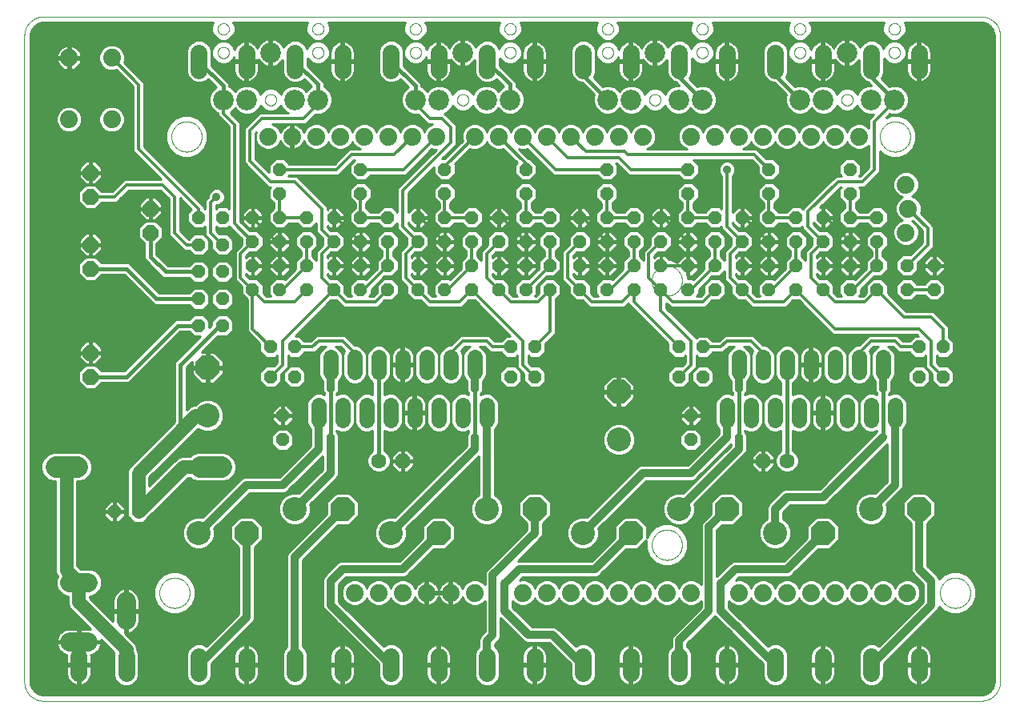
<source format=gbl>
G75*
%MOIN*%
%OFA0B0*%
%FSLAX25Y25*%
%IPPOS*%
%LPD*%
%AMOC8*
5,1,8,0,0,1.08239X$1,22.5*
%
%ADD10C,0.00000*%
%ADD11C,0.07400*%
%ADD12C,0.06400*%
%ADD13C,0.07100*%
%ADD14C,0.08600*%
%ADD15C,0.07874*%
%ADD16C,0.10000*%
%ADD17OC8,0.10000*%
%ADD18OC8,0.05600*%
%ADD19OC8,0.06300*%
%ADD20C,0.06300*%
%ADD21OC8,0.06600*%
%ADD22C,0.08850*%
%ADD23C,0.05600*%
%ADD24C,0.01600*%
%ADD25C,0.01200*%
%ADD26C,0.01000*%
%ADD27C,0.03200*%
%ADD28R,0.03562X0.03562*%
%ADD29C,0.03562*%
D10*
X0018750Y0017874D02*
X0018750Y0287087D01*
X0018752Y0287277D01*
X0018759Y0287467D01*
X0018771Y0287657D01*
X0018787Y0287847D01*
X0018807Y0288036D01*
X0018833Y0288225D01*
X0018862Y0288413D01*
X0018897Y0288600D01*
X0018936Y0288786D01*
X0018979Y0288971D01*
X0019027Y0289156D01*
X0019079Y0289339D01*
X0019135Y0289520D01*
X0019196Y0289700D01*
X0019262Y0289879D01*
X0019331Y0290056D01*
X0019405Y0290232D01*
X0019483Y0290405D01*
X0019566Y0290577D01*
X0019652Y0290746D01*
X0019742Y0290914D01*
X0019837Y0291079D01*
X0019935Y0291242D01*
X0020038Y0291402D01*
X0020144Y0291560D01*
X0020254Y0291715D01*
X0020367Y0291868D01*
X0020485Y0292018D01*
X0020606Y0292164D01*
X0020730Y0292308D01*
X0020858Y0292449D01*
X0020989Y0292587D01*
X0021124Y0292722D01*
X0021262Y0292853D01*
X0021403Y0292981D01*
X0021547Y0293105D01*
X0021693Y0293226D01*
X0021843Y0293344D01*
X0021996Y0293457D01*
X0022151Y0293567D01*
X0022309Y0293673D01*
X0022469Y0293776D01*
X0022632Y0293874D01*
X0022797Y0293969D01*
X0022965Y0294059D01*
X0023134Y0294145D01*
X0023306Y0294228D01*
X0023479Y0294306D01*
X0023655Y0294380D01*
X0023832Y0294449D01*
X0024011Y0294515D01*
X0024191Y0294576D01*
X0024372Y0294632D01*
X0024555Y0294684D01*
X0024740Y0294732D01*
X0024925Y0294775D01*
X0025111Y0294814D01*
X0025298Y0294849D01*
X0025486Y0294878D01*
X0025675Y0294904D01*
X0025864Y0294924D01*
X0026054Y0294940D01*
X0026244Y0294952D01*
X0026434Y0294959D01*
X0026624Y0294961D01*
X0417077Y0294961D01*
X0417267Y0294959D01*
X0417457Y0294952D01*
X0417647Y0294940D01*
X0417837Y0294924D01*
X0418026Y0294904D01*
X0418215Y0294878D01*
X0418403Y0294849D01*
X0418590Y0294814D01*
X0418776Y0294775D01*
X0418961Y0294732D01*
X0419146Y0294684D01*
X0419329Y0294632D01*
X0419510Y0294576D01*
X0419690Y0294515D01*
X0419869Y0294449D01*
X0420046Y0294380D01*
X0420222Y0294306D01*
X0420395Y0294228D01*
X0420567Y0294145D01*
X0420736Y0294059D01*
X0420904Y0293969D01*
X0421069Y0293874D01*
X0421232Y0293776D01*
X0421392Y0293673D01*
X0421550Y0293567D01*
X0421705Y0293457D01*
X0421858Y0293344D01*
X0422008Y0293226D01*
X0422154Y0293105D01*
X0422298Y0292981D01*
X0422439Y0292853D01*
X0422577Y0292722D01*
X0422712Y0292587D01*
X0422843Y0292449D01*
X0422971Y0292308D01*
X0423095Y0292164D01*
X0423216Y0292018D01*
X0423334Y0291868D01*
X0423447Y0291715D01*
X0423557Y0291560D01*
X0423663Y0291402D01*
X0423766Y0291242D01*
X0423864Y0291079D01*
X0423959Y0290914D01*
X0424049Y0290746D01*
X0424135Y0290577D01*
X0424218Y0290405D01*
X0424296Y0290232D01*
X0424370Y0290056D01*
X0424439Y0289879D01*
X0424505Y0289700D01*
X0424566Y0289520D01*
X0424622Y0289339D01*
X0424674Y0289156D01*
X0424722Y0288971D01*
X0424765Y0288786D01*
X0424804Y0288600D01*
X0424839Y0288413D01*
X0424868Y0288225D01*
X0424894Y0288036D01*
X0424914Y0287847D01*
X0424930Y0287657D01*
X0424942Y0287467D01*
X0424949Y0287277D01*
X0424951Y0287087D01*
X0424951Y0017874D01*
X0424949Y0017684D01*
X0424942Y0017494D01*
X0424930Y0017304D01*
X0424914Y0017114D01*
X0424894Y0016925D01*
X0424868Y0016736D01*
X0424839Y0016548D01*
X0424804Y0016361D01*
X0424765Y0016175D01*
X0424722Y0015990D01*
X0424674Y0015805D01*
X0424622Y0015622D01*
X0424566Y0015441D01*
X0424505Y0015261D01*
X0424439Y0015082D01*
X0424370Y0014905D01*
X0424296Y0014729D01*
X0424218Y0014556D01*
X0424135Y0014384D01*
X0424049Y0014215D01*
X0423959Y0014047D01*
X0423864Y0013882D01*
X0423766Y0013719D01*
X0423663Y0013559D01*
X0423557Y0013401D01*
X0423447Y0013246D01*
X0423334Y0013093D01*
X0423216Y0012943D01*
X0423095Y0012797D01*
X0422971Y0012653D01*
X0422843Y0012512D01*
X0422712Y0012374D01*
X0422577Y0012239D01*
X0422439Y0012108D01*
X0422298Y0011980D01*
X0422154Y0011856D01*
X0422008Y0011735D01*
X0421858Y0011617D01*
X0421705Y0011504D01*
X0421550Y0011394D01*
X0421392Y0011288D01*
X0421232Y0011185D01*
X0421069Y0011087D01*
X0420904Y0010992D01*
X0420736Y0010902D01*
X0420567Y0010816D01*
X0420395Y0010733D01*
X0420222Y0010655D01*
X0420046Y0010581D01*
X0419869Y0010512D01*
X0419690Y0010446D01*
X0419510Y0010385D01*
X0419329Y0010329D01*
X0419146Y0010277D01*
X0418961Y0010229D01*
X0418776Y0010186D01*
X0418590Y0010147D01*
X0418403Y0010112D01*
X0418215Y0010083D01*
X0418026Y0010057D01*
X0417837Y0010037D01*
X0417647Y0010021D01*
X0417457Y0010009D01*
X0417267Y0010002D01*
X0417077Y0010000D01*
X0026624Y0010000D01*
X0026434Y0010002D01*
X0026244Y0010009D01*
X0026054Y0010021D01*
X0025864Y0010037D01*
X0025675Y0010057D01*
X0025486Y0010083D01*
X0025298Y0010112D01*
X0025111Y0010147D01*
X0024925Y0010186D01*
X0024740Y0010229D01*
X0024555Y0010277D01*
X0024372Y0010329D01*
X0024191Y0010385D01*
X0024011Y0010446D01*
X0023832Y0010512D01*
X0023655Y0010581D01*
X0023479Y0010655D01*
X0023306Y0010733D01*
X0023134Y0010816D01*
X0022965Y0010902D01*
X0022797Y0010992D01*
X0022632Y0011087D01*
X0022469Y0011185D01*
X0022309Y0011288D01*
X0022151Y0011394D01*
X0021996Y0011504D01*
X0021843Y0011617D01*
X0021693Y0011735D01*
X0021547Y0011856D01*
X0021403Y0011980D01*
X0021262Y0012108D01*
X0021124Y0012239D01*
X0020989Y0012374D01*
X0020858Y0012512D01*
X0020730Y0012653D01*
X0020606Y0012797D01*
X0020485Y0012943D01*
X0020367Y0013093D01*
X0020254Y0013246D01*
X0020144Y0013401D01*
X0020038Y0013559D01*
X0019935Y0013719D01*
X0019837Y0013882D01*
X0019742Y0014047D01*
X0019652Y0014215D01*
X0019566Y0014384D01*
X0019483Y0014556D01*
X0019405Y0014729D01*
X0019331Y0014905D01*
X0019262Y0015082D01*
X0019196Y0015261D01*
X0019135Y0015441D01*
X0019079Y0015622D01*
X0019027Y0015805D01*
X0018979Y0015990D01*
X0018936Y0016175D01*
X0018897Y0016361D01*
X0018862Y0016548D01*
X0018833Y0016736D01*
X0018807Y0016925D01*
X0018787Y0017114D01*
X0018771Y0017304D01*
X0018759Y0017494D01*
X0018752Y0017684D01*
X0018750Y0017874D01*
X0074951Y0055000D02*
X0074953Y0055158D01*
X0074959Y0055316D01*
X0074969Y0055474D01*
X0074983Y0055632D01*
X0075001Y0055789D01*
X0075022Y0055946D01*
X0075048Y0056102D01*
X0075078Y0056258D01*
X0075111Y0056413D01*
X0075149Y0056566D01*
X0075190Y0056719D01*
X0075235Y0056871D01*
X0075284Y0057022D01*
X0075337Y0057171D01*
X0075393Y0057319D01*
X0075453Y0057465D01*
X0075517Y0057610D01*
X0075585Y0057753D01*
X0075656Y0057895D01*
X0075730Y0058035D01*
X0075808Y0058172D01*
X0075890Y0058308D01*
X0075974Y0058442D01*
X0076063Y0058573D01*
X0076154Y0058702D01*
X0076249Y0058829D01*
X0076346Y0058954D01*
X0076447Y0059076D01*
X0076551Y0059195D01*
X0076658Y0059312D01*
X0076768Y0059426D01*
X0076881Y0059537D01*
X0076996Y0059646D01*
X0077114Y0059751D01*
X0077235Y0059853D01*
X0077358Y0059953D01*
X0077484Y0060049D01*
X0077612Y0060142D01*
X0077742Y0060232D01*
X0077875Y0060318D01*
X0078010Y0060402D01*
X0078146Y0060481D01*
X0078285Y0060558D01*
X0078426Y0060630D01*
X0078568Y0060700D01*
X0078712Y0060765D01*
X0078858Y0060827D01*
X0079005Y0060885D01*
X0079154Y0060940D01*
X0079304Y0060991D01*
X0079455Y0061038D01*
X0079607Y0061081D01*
X0079760Y0061120D01*
X0079915Y0061156D01*
X0080070Y0061187D01*
X0080226Y0061215D01*
X0080382Y0061239D01*
X0080539Y0061259D01*
X0080697Y0061275D01*
X0080854Y0061287D01*
X0081013Y0061295D01*
X0081171Y0061299D01*
X0081329Y0061299D01*
X0081487Y0061295D01*
X0081646Y0061287D01*
X0081803Y0061275D01*
X0081961Y0061259D01*
X0082118Y0061239D01*
X0082274Y0061215D01*
X0082430Y0061187D01*
X0082585Y0061156D01*
X0082740Y0061120D01*
X0082893Y0061081D01*
X0083045Y0061038D01*
X0083196Y0060991D01*
X0083346Y0060940D01*
X0083495Y0060885D01*
X0083642Y0060827D01*
X0083788Y0060765D01*
X0083932Y0060700D01*
X0084074Y0060630D01*
X0084215Y0060558D01*
X0084354Y0060481D01*
X0084490Y0060402D01*
X0084625Y0060318D01*
X0084758Y0060232D01*
X0084888Y0060142D01*
X0085016Y0060049D01*
X0085142Y0059953D01*
X0085265Y0059853D01*
X0085386Y0059751D01*
X0085504Y0059646D01*
X0085619Y0059537D01*
X0085732Y0059426D01*
X0085842Y0059312D01*
X0085949Y0059195D01*
X0086053Y0059076D01*
X0086154Y0058954D01*
X0086251Y0058829D01*
X0086346Y0058702D01*
X0086437Y0058573D01*
X0086526Y0058442D01*
X0086610Y0058308D01*
X0086692Y0058172D01*
X0086770Y0058035D01*
X0086844Y0057895D01*
X0086915Y0057753D01*
X0086983Y0057610D01*
X0087047Y0057465D01*
X0087107Y0057319D01*
X0087163Y0057171D01*
X0087216Y0057022D01*
X0087265Y0056871D01*
X0087310Y0056719D01*
X0087351Y0056566D01*
X0087389Y0056413D01*
X0087422Y0056258D01*
X0087452Y0056102D01*
X0087478Y0055946D01*
X0087499Y0055789D01*
X0087517Y0055632D01*
X0087531Y0055474D01*
X0087541Y0055316D01*
X0087547Y0055158D01*
X0087549Y0055000D01*
X0087547Y0054842D01*
X0087541Y0054684D01*
X0087531Y0054526D01*
X0087517Y0054368D01*
X0087499Y0054211D01*
X0087478Y0054054D01*
X0087452Y0053898D01*
X0087422Y0053742D01*
X0087389Y0053587D01*
X0087351Y0053434D01*
X0087310Y0053281D01*
X0087265Y0053129D01*
X0087216Y0052978D01*
X0087163Y0052829D01*
X0087107Y0052681D01*
X0087047Y0052535D01*
X0086983Y0052390D01*
X0086915Y0052247D01*
X0086844Y0052105D01*
X0086770Y0051965D01*
X0086692Y0051828D01*
X0086610Y0051692D01*
X0086526Y0051558D01*
X0086437Y0051427D01*
X0086346Y0051298D01*
X0086251Y0051171D01*
X0086154Y0051046D01*
X0086053Y0050924D01*
X0085949Y0050805D01*
X0085842Y0050688D01*
X0085732Y0050574D01*
X0085619Y0050463D01*
X0085504Y0050354D01*
X0085386Y0050249D01*
X0085265Y0050147D01*
X0085142Y0050047D01*
X0085016Y0049951D01*
X0084888Y0049858D01*
X0084758Y0049768D01*
X0084625Y0049682D01*
X0084490Y0049598D01*
X0084354Y0049519D01*
X0084215Y0049442D01*
X0084074Y0049370D01*
X0083932Y0049300D01*
X0083788Y0049235D01*
X0083642Y0049173D01*
X0083495Y0049115D01*
X0083346Y0049060D01*
X0083196Y0049009D01*
X0083045Y0048962D01*
X0082893Y0048919D01*
X0082740Y0048880D01*
X0082585Y0048844D01*
X0082430Y0048813D01*
X0082274Y0048785D01*
X0082118Y0048761D01*
X0081961Y0048741D01*
X0081803Y0048725D01*
X0081646Y0048713D01*
X0081487Y0048705D01*
X0081329Y0048701D01*
X0081171Y0048701D01*
X0081013Y0048705D01*
X0080854Y0048713D01*
X0080697Y0048725D01*
X0080539Y0048741D01*
X0080382Y0048761D01*
X0080226Y0048785D01*
X0080070Y0048813D01*
X0079915Y0048844D01*
X0079760Y0048880D01*
X0079607Y0048919D01*
X0079455Y0048962D01*
X0079304Y0049009D01*
X0079154Y0049060D01*
X0079005Y0049115D01*
X0078858Y0049173D01*
X0078712Y0049235D01*
X0078568Y0049300D01*
X0078426Y0049370D01*
X0078285Y0049442D01*
X0078146Y0049519D01*
X0078010Y0049598D01*
X0077875Y0049682D01*
X0077742Y0049768D01*
X0077612Y0049858D01*
X0077484Y0049951D01*
X0077358Y0050047D01*
X0077235Y0050147D01*
X0077114Y0050249D01*
X0076996Y0050354D01*
X0076881Y0050463D01*
X0076768Y0050574D01*
X0076658Y0050688D01*
X0076551Y0050805D01*
X0076447Y0050924D01*
X0076346Y0051046D01*
X0076249Y0051171D01*
X0076154Y0051298D01*
X0076063Y0051427D01*
X0075974Y0051558D01*
X0075890Y0051692D01*
X0075808Y0051828D01*
X0075730Y0051965D01*
X0075656Y0052105D01*
X0075585Y0052247D01*
X0075517Y0052390D01*
X0075453Y0052535D01*
X0075393Y0052681D01*
X0075337Y0052829D01*
X0075284Y0052978D01*
X0075235Y0053129D01*
X0075190Y0053281D01*
X0075149Y0053434D01*
X0075111Y0053587D01*
X0075078Y0053742D01*
X0075048Y0053898D01*
X0075022Y0054054D01*
X0075001Y0054211D01*
X0074983Y0054368D01*
X0074969Y0054526D01*
X0074959Y0054684D01*
X0074953Y0054842D01*
X0074951Y0055000D01*
X0279951Y0075000D02*
X0279953Y0075158D01*
X0279959Y0075316D01*
X0279969Y0075474D01*
X0279983Y0075632D01*
X0280001Y0075789D01*
X0280022Y0075946D01*
X0280048Y0076102D01*
X0280078Y0076258D01*
X0280111Y0076413D01*
X0280149Y0076566D01*
X0280190Y0076719D01*
X0280235Y0076871D01*
X0280284Y0077022D01*
X0280337Y0077171D01*
X0280393Y0077319D01*
X0280453Y0077465D01*
X0280517Y0077610D01*
X0280585Y0077753D01*
X0280656Y0077895D01*
X0280730Y0078035D01*
X0280808Y0078172D01*
X0280890Y0078308D01*
X0280974Y0078442D01*
X0281063Y0078573D01*
X0281154Y0078702D01*
X0281249Y0078829D01*
X0281346Y0078954D01*
X0281447Y0079076D01*
X0281551Y0079195D01*
X0281658Y0079312D01*
X0281768Y0079426D01*
X0281881Y0079537D01*
X0281996Y0079646D01*
X0282114Y0079751D01*
X0282235Y0079853D01*
X0282358Y0079953D01*
X0282484Y0080049D01*
X0282612Y0080142D01*
X0282742Y0080232D01*
X0282875Y0080318D01*
X0283010Y0080402D01*
X0283146Y0080481D01*
X0283285Y0080558D01*
X0283426Y0080630D01*
X0283568Y0080700D01*
X0283712Y0080765D01*
X0283858Y0080827D01*
X0284005Y0080885D01*
X0284154Y0080940D01*
X0284304Y0080991D01*
X0284455Y0081038D01*
X0284607Y0081081D01*
X0284760Y0081120D01*
X0284915Y0081156D01*
X0285070Y0081187D01*
X0285226Y0081215D01*
X0285382Y0081239D01*
X0285539Y0081259D01*
X0285697Y0081275D01*
X0285854Y0081287D01*
X0286013Y0081295D01*
X0286171Y0081299D01*
X0286329Y0081299D01*
X0286487Y0081295D01*
X0286646Y0081287D01*
X0286803Y0081275D01*
X0286961Y0081259D01*
X0287118Y0081239D01*
X0287274Y0081215D01*
X0287430Y0081187D01*
X0287585Y0081156D01*
X0287740Y0081120D01*
X0287893Y0081081D01*
X0288045Y0081038D01*
X0288196Y0080991D01*
X0288346Y0080940D01*
X0288495Y0080885D01*
X0288642Y0080827D01*
X0288788Y0080765D01*
X0288932Y0080700D01*
X0289074Y0080630D01*
X0289215Y0080558D01*
X0289354Y0080481D01*
X0289490Y0080402D01*
X0289625Y0080318D01*
X0289758Y0080232D01*
X0289888Y0080142D01*
X0290016Y0080049D01*
X0290142Y0079953D01*
X0290265Y0079853D01*
X0290386Y0079751D01*
X0290504Y0079646D01*
X0290619Y0079537D01*
X0290732Y0079426D01*
X0290842Y0079312D01*
X0290949Y0079195D01*
X0291053Y0079076D01*
X0291154Y0078954D01*
X0291251Y0078829D01*
X0291346Y0078702D01*
X0291437Y0078573D01*
X0291526Y0078442D01*
X0291610Y0078308D01*
X0291692Y0078172D01*
X0291770Y0078035D01*
X0291844Y0077895D01*
X0291915Y0077753D01*
X0291983Y0077610D01*
X0292047Y0077465D01*
X0292107Y0077319D01*
X0292163Y0077171D01*
X0292216Y0077022D01*
X0292265Y0076871D01*
X0292310Y0076719D01*
X0292351Y0076566D01*
X0292389Y0076413D01*
X0292422Y0076258D01*
X0292452Y0076102D01*
X0292478Y0075946D01*
X0292499Y0075789D01*
X0292517Y0075632D01*
X0292531Y0075474D01*
X0292541Y0075316D01*
X0292547Y0075158D01*
X0292549Y0075000D01*
X0292547Y0074842D01*
X0292541Y0074684D01*
X0292531Y0074526D01*
X0292517Y0074368D01*
X0292499Y0074211D01*
X0292478Y0074054D01*
X0292452Y0073898D01*
X0292422Y0073742D01*
X0292389Y0073587D01*
X0292351Y0073434D01*
X0292310Y0073281D01*
X0292265Y0073129D01*
X0292216Y0072978D01*
X0292163Y0072829D01*
X0292107Y0072681D01*
X0292047Y0072535D01*
X0291983Y0072390D01*
X0291915Y0072247D01*
X0291844Y0072105D01*
X0291770Y0071965D01*
X0291692Y0071828D01*
X0291610Y0071692D01*
X0291526Y0071558D01*
X0291437Y0071427D01*
X0291346Y0071298D01*
X0291251Y0071171D01*
X0291154Y0071046D01*
X0291053Y0070924D01*
X0290949Y0070805D01*
X0290842Y0070688D01*
X0290732Y0070574D01*
X0290619Y0070463D01*
X0290504Y0070354D01*
X0290386Y0070249D01*
X0290265Y0070147D01*
X0290142Y0070047D01*
X0290016Y0069951D01*
X0289888Y0069858D01*
X0289758Y0069768D01*
X0289625Y0069682D01*
X0289490Y0069598D01*
X0289354Y0069519D01*
X0289215Y0069442D01*
X0289074Y0069370D01*
X0288932Y0069300D01*
X0288788Y0069235D01*
X0288642Y0069173D01*
X0288495Y0069115D01*
X0288346Y0069060D01*
X0288196Y0069009D01*
X0288045Y0068962D01*
X0287893Y0068919D01*
X0287740Y0068880D01*
X0287585Y0068844D01*
X0287430Y0068813D01*
X0287274Y0068785D01*
X0287118Y0068761D01*
X0286961Y0068741D01*
X0286803Y0068725D01*
X0286646Y0068713D01*
X0286487Y0068705D01*
X0286329Y0068701D01*
X0286171Y0068701D01*
X0286013Y0068705D01*
X0285854Y0068713D01*
X0285697Y0068725D01*
X0285539Y0068741D01*
X0285382Y0068761D01*
X0285226Y0068785D01*
X0285070Y0068813D01*
X0284915Y0068844D01*
X0284760Y0068880D01*
X0284607Y0068919D01*
X0284455Y0068962D01*
X0284304Y0069009D01*
X0284154Y0069060D01*
X0284005Y0069115D01*
X0283858Y0069173D01*
X0283712Y0069235D01*
X0283568Y0069300D01*
X0283426Y0069370D01*
X0283285Y0069442D01*
X0283146Y0069519D01*
X0283010Y0069598D01*
X0282875Y0069682D01*
X0282742Y0069768D01*
X0282612Y0069858D01*
X0282484Y0069951D01*
X0282358Y0070047D01*
X0282235Y0070147D01*
X0282114Y0070249D01*
X0281996Y0070354D01*
X0281881Y0070463D01*
X0281768Y0070574D01*
X0281658Y0070688D01*
X0281551Y0070805D01*
X0281447Y0070924D01*
X0281346Y0071046D01*
X0281249Y0071171D01*
X0281154Y0071298D01*
X0281063Y0071427D01*
X0280974Y0071558D01*
X0280890Y0071692D01*
X0280808Y0071828D01*
X0280730Y0071965D01*
X0280656Y0072105D01*
X0280585Y0072247D01*
X0280517Y0072390D01*
X0280453Y0072535D01*
X0280393Y0072681D01*
X0280337Y0072829D01*
X0280284Y0072978D01*
X0280235Y0073129D01*
X0280190Y0073281D01*
X0280149Y0073434D01*
X0280111Y0073587D01*
X0280078Y0073742D01*
X0280048Y0073898D01*
X0280022Y0074054D01*
X0280001Y0074211D01*
X0279983Y0074368D01*
X0279969Y0074526D01*
X0279959Y0074684D01*
X0279953Y0074842D01*
X0279951Y0075000D01*
X0399951Y0055000D02*
X0399953Y0055158D01*
X0399959Y0055316D01*
X0399969Y0055474D01*
X0399983Y0055632D01*
X0400001Y0055789D01*
X0400022Y0055946D01*
X0400048Y0056102D01*
X0400078Y0056258D01*
X0400111Y0056413D01*
X0400149Y0056566D01*
X0400190Y0056719D01*
X0400235Y0056871D01*
X0400284Y0057022D01*
X0400337Y0057171D01*
X0400393Y0057319D01*
X0400453Y0057465D01*
X0400517Y0057610D01*
X0400585Y0057753D01*
X0400656Y0057895D01*
X0400730Y0058035D01*
X0400808Y0058172D01*
X0400890Y0058308D01*
X0400974Y0058442D01*
X0401063Y0058573D01*
X0401154Y0058702D01*
X0401249Y0058829D01*
X0401346Y0058954D01*
X0401447Y0059076D01*
X0401551Y0059195D01*
X0401658Y0059312D01*
X0401768Y0059426D01*
X0401881Y0059537D01*
X0401996Y0059646D01*
X0402114Y0059751D01*
X0402235Y0059853D01*
X0402358Y0059953D01*
X0402484Y0060049D01*
X0402612Y0060142D01*
X0402742Y0060232D01*
X0402875Y0060318D01*
X0403010Y0060402D01*
X0403146Y0060481D01*
X0403285Y0060558D01*
X0403426Y0060630D01*
X0403568Y0060700D01*
X0403712Y0060765D01*
X0403858Y0060827D01*
X0404005Y0060885D01*
X0404154Y0060940D01*
X0404304Y0060991D01*
X0404455Y0061038D01*
X0404607Y0061081D01*
X0404760Y0061120D01*
X0404915Y0061156D01*
X0405070Y0061187D01*
X0405226Y0061215D01*
X0405382Y0061239D01*
X0405539Y0061259D01*
X0405697Y0061275D01*
X0405854Y0061287D01*
X0406013Y0061295D01*
X0406171Y0061299D01*
X0406329Y0061299D01*
X0406487Y0061295D01*
X0406646Y0061287D01*
X0406803Y0061275D01*
X0406961Y0061259D01*
X0407118Y0061239D01*
X0407274Y0061215D01*
X0407430Y0061187D01*
X0407585Y0061156D01*
X0407740Y0061120D01*
X0407893Y0061081D01*
X0408045Y0061038D01*
X0408196Y0060991D01*
X0408346Y0060940D01*
X0408495Y0060885D01*
X0408642Y0060827D01*
X0408788Y0060765D01*
X0408932Y0060700D01*
X0409074Y0060630D01*
X0409215Y0060558D01*
X0409354Y0060481D01*
X0409490Y0060402D01*
X0409625Y0060318D01*
X0409758Y0060232D01*
X0409888Y0060142D01*
X0410016Y0060049D01*
X0410142Y0059953D01*
X0410265Y0059853D01*
X0410386Y0059751D01*
X0410504Y0059646D01*
X0410619Y0059537D01*
X0410732Y0059426D01*
X0410842Y0059312D01*
X0410949Y0059195D01*
X0411053Y0059076D01*
X0411154Y0058954D01*
X0411251Y0058829D01*
X0411346Y0058702D01*
X0411437Y0058573D01*
X0411526Y0058442D01*
X0411610Y0058308D01*
X0411692Y0058172D01*
X0411770Y0058035D01*
X0411844Y0057895D01*
X0411915Y0057753D01*
X0411983Y0057610D01*
X0412047Y0057465D01*
X0412107Y0057319D01*
X0412163Y0057171D01*
X0412216Y0057022D01*
X0412265Y0056871D01*
X0412310Y0056719D01*
X0412351Y0056566D01*
X0412389Y0056413D01*
X0412422Y0056258D01*
X0412452Y0056102D01*
X0412478Y0055946D01*
X0412499Y0055789D01*
X0412517Y0055632D01*
X0412531Y0055474D01*
X0412541Y0055316D01*
X0412547Y0055158D01*
X0412549Y0055000D01*
X0412547Y0054842D01*
X0412541Y0054684D01*
X0412531Y0054526D01*
X0412517Y0054368D01*
X0412499Y0054211D01*
X0412478Y0054054D01*
X0412452Y0053898D01*
X0412422Y0053742D01*
X0412389Y0053587D01*
X0412351Y0053434D01*
X0412310Y0053281D01*
X0412265Y0053129D01*
X0412216Y0052978D01*
X0412163Y0052829D01*
X0412107Y0052681D01*
X0412047Y0052535D01*
X0411983Y0052390D01*
X0411915Y0052247D01*
X0411844Y0052105D01*
X0411770Y0051965D01*
X0411692Y0051828D01*
X0411610Y0051692D01*
X0411526Y0051558D01*
X0411437Y0051427D01*
X0411346Y0051298D01*
X0411251Y0051171D01*
X0411154Y0051046D01*
X0411053Y0050924D01*
X0410949Y0050805D01*
X0410842Y0050688D01*
X0410732Y0050574D01*
X0410619Y0050463D01*
X0410504Y0050354D01*
X0410386Y0050249D01*
X0410265Y0050147D01*
X0410142Y0050047D01*
X0410016Y0049951D01*
X0409888Y0049858D01*
X0409758Y0049768D01*
X0409625Y0049682D01*
X0409490Y0049598D01*
X0409354Y0049519D01*
X0409215Y0049442D01*
X0409074Y0049370D01*
X0408932Y0049300D01*
X0408788Y0049235D01*
X0408642Y0049173D01*
X0408495Y0049115D01*
X0408346Y0049060D01*
X0408196Y0049009D01*
X0408045Y0048962D01*
X0407893Y0048919D01*
X0407740Y0048880D01*
X0407585Y0048844D01*
X0407430Y0048813D01*
X0407274Y0048785D01*
X0407118Y0048761D01*
X0406961Y0048741D01*
X0406803Y0048725D01*
X0406646Y0048713D01*
X0406487Y0048705D01*
X0406329Y0048701D01*
X0406171Y0048701D01*
X0406013Y0048705D01*
X0405854Y0048713D01*
X0405697Y0048725D01*
X0405539Y0048741D01*
X0405382Y0048761D01*
X0405226Y0048785D01*
X0405070Y0048813D01*
X0404915Y0048844D01*
X0404760Y0048880D01*
X0404607Y0048919D01*
X0404455Y0048962D01*
X0404304Y0049009D01*
X0404154Y0049060D01*
X0404005Y0049115D01*
X0403858Y0049173D01*
X0403712Y0049235D01*
X0403568Y0049300D01*
X0403426Y0049370D01*
X0403285Y0049442D01*
X0403146Y0049519D01*
X0403010Y0049598D01*
X0402875Y0049682D01*
X0402742Y0049768D01*
X0402612Y0049858D01*
X0402484Y0049951D01*
X0402358Y0050047D01*
X0402235Y0050147D01*
X0402114Y0050249D01*
X0401996Y0050354D01*
X0401881Y0050463D01*
X0401768Y0050574D01*
X0401658Y0050688D01*
X0401551Y0050805D01*
X0401447Y0050924D01*
X0401346Y0051046D01*
X0401249Y0051171D01*
X0401154Y0051298D01*
X0401063Y0051427D01*
X0400974Y0051558D01*
X0400890Y0051692D01*
X0400808Y0051828D01*
X0400730Y0051965D01*
X0400656Y0052105D01*
X0400585Y0052247D01*
X0400517Y0052390D01*
X0400453Y0052535D01*
X0400393Y0052681D01*
X0400337Y0052829D01*
X0400284Y0052978D01*
X0400235Y0053129D01*
X0400190Y0053281D01*
X0400149Y0053434D01*
X0400111Y0053587D01*
X0400078Y0053742D01*
X0400048Y0053898D01*
X0400022Y0054054D01*
X0400001Y0054211D01*
X0399983Y0054368D01*
X0399969Y0054526D01*
X0399959Y0054684D01*
X0399953Y0054842D01*
X0399951Y0055000D01*
X0279951Y0185000D02*
X0279953Y0185158D01*
X0279959Y0185316D01*
X0279969Y0185474D01*
X0279983Y0185632D01*
X0280001Y0185789D01*
X0280022Y0185946D01*
X0280048Y0186102D01*
X0280078Y0186258D01*
X0280111Y0186413D01*
X0280149Y0186566D01*
X0280190Y0186719D01*
X0280235Y0186871D01*
X0280284Y0187022D01*
X0280337Y0187171D01*
X0280393Y0187319D01*
X0280453Y0187465D01*
X0280517Y0187610D01*
X0280585Y0187753D01*
X0280656Y0187895D01*
X0280730Y0188035D01*
X0280808Y0188172D01*
X0280890Y0188308D01*
X0280974Y0188442D01*
X0281063Y0188573D01*
X0281154Y0188702D01*
X0281249Y0188829D01*
X0281346Y0188954D01*
X0281447Y0189076D01*
X0281551Y0189195D01*
X0281658Y0189312D01*
X0281768Y0189426D01*
X0281881Y0189537D01*
X0281996Y0189646D01*
X0282114Y0189751D01*
X0282235Y0189853D01*
X0282358Y0189953D01*
X0282484Y0190049D01*
X0282612Y0190142D01*
X0282742Y0190232D01*
X0282875Y0190318D01*
X0283010Y0190402D01*
X0283146Y0190481D01*
X0283285Y0190558D01*
X0283426Y0190630D01*
X0283568Y0190700D01*
X0283712Y0190765D01*
X0283858Y0190827D01*
X0284005Y0190885D01*
X0284154Y0190940D01*
X0284304Y0190991D01*
X0284455Y0191038D01*
X0284607Y0191081D01*
X0284760Y0191120D01*
X0284915Y0191156D01*
X0285070Y0191187D01*
X0285226Y0191215D01*
X0285382Y0191239D01*
X0285539Y0191259D01*
X0285697Y0191275D01*
X0285854Y0191287D01*
X0286013Y0191295D01*
X0286171Y0191299D01*
X0286329Y0191299D01*
X0286487Y0191295D01*
X0286646Y0191287D01*
X0286803Y0191275D01*
X0286961Y0191259D01*
X0287118Y0191239D01*
X0287274Y0191215D01*
X0287430Y0191187D01*
X0287585Y0191156D01*
X0287740Y0191120D01*
X0287893Y0191081D01*
X0288045Y0191038D01*
X0288196Y0190991D01*
X0288346Y0190940D01*
X0288495Y0190885D01*
X0288642Y0190827D01*
X0288788Y0190765D01*
X0288932Y0190700D01*
X0289074Y0190630D01*
X0289215Y0190558D01*
X0289354Y0190481D01*
X0289490Y0190402D01*
X0289625Y0190318D01*
X0289758Y0190232D01*
X0289888Y0190142D01*
X0290016Y0190049D01*
X0290142Y0189953D01*
X0290265Y0189853D01*
X0290386Y0189751D01*
X0290504Y0189646D01*
X0290619Y0189537D01*
X0290732Y0189426D01*
X0290842Y0189312D01*
X0290949Y0189195D01*
X0291053Y0189076D01*
X0291154Y0188954D01*
X0291251Y0188829D01*
X0291346Y0188702D01*
X0291437Y0188573D01*
X0291526Y0188442D01*
X0291610Y0188308D01*
X0291692Y0188172D01*
X0291770Y0188035D01*
X0291844Y0187895D01*
X0291915Y0187753D01*
X0291983Y0187610D01*
X0292047Y0187465D01*
X0292107Y0187319D01*
X0292163Y0187171D01*
X0292216Y0187022D01*
X0292265Y0186871D01*
X0292310Y0186719D01*
X0292351Y0186566D01*
X0292389Y0186413D01*
X0292422Y0186258D01*
X0292452Y0186102D01*
X0292478Y0185946D01*
X0292499Y0185789D01*
X0292517Y0185632D01*
X0292531Y0185474D01*
X0292541Y0185316D01*
X0292547Y0185158D01*
X0292549Y0185000D01*
X0292547Y0184842D01*
X0292541Y0184684D01*
X0292531Y0184526D01*
X0292517Y0184368D01*
X0292499Y0184211D01*
X0292478Y0184054D01*
X0292452Y0183898D01*
X0292422Y0183742D01*
X0292389Y0183587D01*
X0292351Y0183434D01*
X0292310Y0183281D01*
X0292265Y0183129D01*
X0292216Y0182978D01*
X0292163Y0182829D01*
X0292107Y0182681D01*
X0292047Y0182535D01*
X0291983Y0182390D01*
X0291915Y0182247D01*
X0291844Y0182105D01*
X0291770Y0181965D01*
X0291692Y0181828D01*
X0291610Y0181692D01*
X0291526Y0181558D01*
X0291437Y0181427D01*
X0291346Y0181298D01*
X0291251Y0181171D01*
X0291154Y0181046D01*
X0291053Y0180924D01*
X0290949Y0180805D01*
X0290842Y0180688D01*
X0290732Y0180574D01*
X0290619Y0180463D01*
X0290504Y0180354D01*
X0290386Y0180249D01*
X0290265Y0180147D01*
X0290142Y0180047D01*
X0290016Y0179951D01*
X0289888Y0179858D01*
X0289758Y0179768D01*
X0289625Y0179682D01*
X0289490Y0179598D01*
X0289354Y0179519D01*
X0289215Y0179442D01*
X0289074Y0179370D01*
X0288932Y0179300D01*
X0288788Y0179235D01*
X0288642Y0179173D01*
X0288495Y0179115D01*
X0288346Y0179060D01*
X0288196Y0179009D01*
X0288045Y0178962D01*
X0287893Y0178919D01*
X0287740Y0178880D01*
X0287585Y0178844D01*
X0287430Y0178813D01*
X0287274Y0178785D01*
X0287118Y0178761D01*
X0286961Y0178741D01*
X0286803Y0178725D01*
X0286646Y0178713D01*
X0286487Y0178705D01*
X0286329Y0178701D01*
X0286171Y0178701D01*
X0286013Y0178705D01*
X0285854Y0178713D01*
X0285697Y0178725D01*
X0285539Y0178741D01*
X0285382Y0178761D01*
X0285226Y0178785D01*
X0285070Y0178813D01*
X0284915Y0178844D01*
X0284760Y0178880D01*
X0284607Y0178919D01*
X0284455Y0178962D01*
X0284304Y0179009D01*
X0284154Y0179060D01*
X0284005Y0179115D01*
X0283858Y0179173D01*
X0283712Y0179235D01*
X0283568Y0179300D01*
X0283426Y0179370D01*
X0283285Y0179442D01*
X0283146Y0179519D01*
X0283010Y0179598D01*
X0282875Y0179682D01*
X0282742Y0179768D01*
X0282612Y0179858D01*
X0282484Y0179951D01*
X0282358Y0180047D01*
X0282235Y0180147D01*
X0282114Y0180249D01*
X0281996Y0180354D01*
X0281881Y0180463D01*
X0281768Y0180574D01*
X0281658Y0180688D01*
X0281551Y0180805D01*
X0281447Y0180924D01*
X0281346Y0181046D01*
X0281249Y0181171D01*
X0281154Y0181298D01*
X0281063Y0181427D01*
X0280974Y0181558D01*
X0280890Y0181692D01*
X0280808Y0181828D01*
X0280730Y0181965D01*
X0280656Y0182105D01*
X0280585Y0182247D01*
X0280517Y0182390D01*
X0280453Y0182535D01*
X0280393Y0182681D01*
X0280337Y0182829D01*
X0280284Y0182978D01*
X0280235Y0183129D01*
X0280190Y0183281D01*
X0280149Y0183434D01*
X0280111Y0183587D01*
X0280078Y0183742D01*
X0280048Y0183898D01*
X0280022Y0184054D01*
X0280001Y0184211D01*
X0279983Y0184368D01*
X0279969Y0184526D01*
X0279959Y0184684D01*
X0279953Y0184842D01*
X0279951Y0185000D01*
X0278888Y0260315D02*
X0278890Y0260412D01*
X0278896Y0260509D01*
X0278906Y0260605D01*
X0278920Y0260701D01*
X0278938Y0260797D01*
X0278959Y0260891D01*
X0278985Y0260985D01*
X0279014Y0261077D01*
X0279048Y0261168D01*
X0279084Y0261258D01*
X0279125Y0261346D01*
X0279169Y0261432D01*
X0279217Y0261517D01*
X0279268Y0261599D01*
X0279322Y0261680D01*
X0279380Y0261758D01*
X0279441Y0261833D01*
X0279504Y0261906D01*
X0279571Y0261977D01*
X0279641Y0262044D01*
X0279713Y0262109D01*
X0279788Y0262170D01*
X0279866Y0262229D01*
X0279945Y0262284D01*
X0280027Y0262336D01*
X0280111Y0262384D01*
X0280197Y0262429D01*
X0280285Y0262471D01*
X0280374Y0262509D01*
X0280465Y0262543D01*
X0280557Y0262573D01*
X0280650Y0262600D01*
X0280745Y0262622D01*
X0280840Y0262641D01*
X0280936Y0262656D01*
X0281032Y0262667D01*
X0281129Y0262674D01*
X0281226Y0262677D01*
X0281323Y0262676D01*
X0281420Y0262671D01*
X0281516Y0262662D01*
X0281612Y0262649D01*
X0281708Y0262632D01*
X0281803Y0262611D01*
X0281896Y0262587D01*
X0281989Y0262558D01*
X0282081Y0262526D01*
X0282171Y0262490D01*
X0282259Y0262451D01*
X0282346Y0262407D01*
X0282431Y0262361D01*
X0282514Y0262310D01*
X0282595Y0262257D01*
X0282673Y0262200D01*
X0282750Y0262140D01*
X0282823Y0262077D01*
X0282894Y0262011D01*
X0282962Y0261942D01*
X0283028Y0261870D01*
X0283090Y0261796D01*
X0283149Y0261719D01*
X0283205Y0261640D01*
X0283258Y0261558D01*
X0283308Y0261475D01*
X0283353Y0261389D01*
X0283396Y0261302D01*
X0283435Y0261213D01*
X0283470Y0261123D01*
X0283501Y0261031D01*
X0283528Y0260938D01*
X0283552Y0260844D01*
X0283572Y0260749D01*
X0283588Y0260653D01*
X0283600Y0260557D01*
X0283608Y0260460D01*
X0283612Y0260363D01*
X0283612Y0260267D01*
X0283608Y0260170D01*
X0283600Y0260073D01*
X0283588Y0259977D01*
X0283572Y0259881D01*
X0283552Y0259786D01*
X0283528Y0259692D01*
X0283501Y0259599D01*
X0283470Y0259507D01*
X0283435Y0259417D01*
X0283396Y0259328D01*
X0283353Y0259241D01*
X0283308Y0259155D01*
X0283258Y0259072D01*
X0283205Y0258990D01*
X0283149Y0258911D01*
X0283090Y0258834D01*
X0283028Y0258760D01*
X0282962Y0258688D01*
X0282894Y0258619D01*
X0282823Y0258553D01*
X0282750Y0258490D01*
X0282673Y0258430D01*
X0282595Y0258373D01*
X0282514Y0258320D01*
X0282431Y0258269D01*
X0282346Y0258223D01*
X0282259Y0258179D01*
X0282171Y0258140D01*
X0282081Y0258104D01*
X0281989Y0258072D01*
X0281896Y0258043D01*
X0281803Y0258019D01*
X0281708Y0257998D01*
X0281612Y0257981D01*
X0281516Y0257968D01*
X0281420Y0257959D01*
X0281323Y0257954D01*
X0281226Y0257953D01*
X0281129Y0257956D01*
X0281032Y0257963D01*
X0280936Y0257974D01*
X0280840Y0257989D01*
X0280745Y0258008D01*
X0280650Y0258030D01*
X0280557Y0258057D01*
X0280465Y0258087D01*
X0280374Y0258121D01*
X0280285Y0258159D01*
X0280197Y0258201D01*
X0280111Y0258246D01*
X0280027Y0258294D01*
X0279945Y0258346D01*
X0279866Y0258401D01*
X0279788Y0258460D01*
X0279713Y0258521D01*
X0279641Y0258586D01*
X0279571Y0258653D01*
X0279504Y0258724D01*
X0279441Y0258797D01*
X0279380Y0258872D01*
X0279322Y0258950D01*
X0279268Y0259031D01*
X0279217Y0259113D01*
X0279169Y0259198D01*
X0279125Y0259284D01*
X0279084Y0259372D01*
X0279048Y0259462D01*
X0279014Y0259553D01*
X0278985Y0259645D01*
X0278959Y0259739D01*
X0278938Y0259833D01*
X0278920Y0259929D01*
X0278906Y0260025D01*
X0278896Y0260121D01*
X0278890Y0260218D01*
X0278888Y0260315D01*
X0259203Y0280000D02*
X0259205Y0280097D01*
X0259211Y0280194D01*
X0259221Y0280290D01*
X0259235Y0280386D01*
X0259253Y0280482D01*
X0259274Y0280576D01*
X0259300Y0280670D01*
X0259329Y0280762D01*
X0259363Y0280853D01*
X0259399Y0280943D01*
X0259440Y0281031D01*
X0259484Y0281117D01*
X0259532Y0281202D01*
X0259583Y0281284D01*
X0259637Y0281365D01*
X0259695Y0281443D01*
X0259756Y0281518D01*
X0259819Y0281591D01*
X0259886Y0281662D01*
X0259956Y0281729D01*
X0260028Y0281794D01*
X0260103Y0281855D01*
X0260181Y0281914D01*
X0260260Y0281969D01*
X0260342Y0282021D01*
X0260426Y0282069D01*
X0260512Y0282114D01*
X0260600Y0282156D01*
X0260689Y0282194D01*
X0260780Y0282228D01*
X0260872Y0282258D01*
X0260965Y0282285D01*
X0261060Y0282307D01*
X0261155Y0282326D01*
X0261251Y0282341D01*
X0261347Y0282352D01*
X0261444Y0282359D01*
X0261541Y0282362D01*
X0261638Y0282361D01*
X0261735Y0282356D01*
X0261831Y0282347D01*
X0261927Y0282334D01*
X0262023Y0282317D01*
X0262118Y0282296D01*
X0262211Y0282272D01*
X0262304Y0282243D01*
X0262396Y0282211D01*
X0262486Y0282175D01*
X0262574Y0282136D01*
X0262661Y0282092D01*
X0262746Y0282046D01*
X0262829Y0281995D01*
X0262910Y0281942D01*
X0262988Y0281885D01*
X0263065Y0281825D01*
X0263138Y0281762D01*
X0263209Y0281696D01*
X0263277Y0281627D01*
X0263343Y0281555D01*
X0263405Y0281481D01*
X0263464Y0281404D01*
X0263520Y0281325D01*
X0263573Y0281243D01*
X0263623Y0281160D01*
X0263668Y0281074D01*
X0263711Y0280987D01*
X0263750Y0280898D01*
X0263785Y0280808D01*
X0263816Y0280716D01*
X0263843Y0280623D01*
X0263867Y0280529D01*
X0263887Y0280434D01*
X0263903Y0280338D01*
X0263915Y0280242D01*
X0263923Y0280145D01*
X0263927Y0280048D01*
X0263927Y0279952D01*
X0263923Y0279855D01*
X0263915Y0279758D01*
X0263903Y0279662D01*
X0263887Y0279566D01*
X0263867Y0279471D01*
X0263843Y0279377D01*
X0263816Y0279284D01*
X0263785Y0279192D01*
X0263750Y0279102D01*
X0263711Y0279013D01*
X0263668Y0278926D01*
X0263623Y0278840D01*
X0263573Y0278757D01*
X0263520Y0278675D01*
X0263464Y0278596D01*
X0263405Y0278519D01*
X0263343Y0278445D01*
X0263277Y0278373D01*
X0263209Y0278304D01*
X0263138Y0278238D01*
X0263065Y0278175D01*
X0262988Y0278115D01*
X0262910Y0278058D01*
X0262829Y0278005D01*
X0262746Y0277954D01*
X0262661Y0277908D01*
X0262574Y0277864D01*
X0262486Y0277825D01*
X0262396Y0277789D01*
X0262304Y0277757D01*
X0262211Y0277728D01*
X0262118Y0277704D01*
X0262023Y0277683D01*
X0261927Y0277666D01*
X0261831Y0277653D01*
X0261735Y0277644D01*
X0261638Y0277639D01*
X0261541Y0277638D01*
X0261444Y0277641D01*
X0261347Y0277648D01*
X0261251Y0277659D01*
X0261155Y0277674D01*
X0261060Y0277693D01*
X0260965Y0277715D01*
X0260872Y0277742D01*
X0260780Y0277772D01*
X0260689Y0277806D01*
X0260600Y0277844D01*
X0260512Y0277886D01*
X0260426Y0277931D01*
X0260342Y0277979D01*
X0260260Y0278031D01*
X0260181Y0278086D01*
X0260103Y0278145D01*
X0260028Y0278206D01*
X0259956Y0278271D01*
X0259886Y0278338D01*
X0259819Y0278409D01*
X0259756Y0278482D01*
X0259695Y0278557D01*
X0259637Y0278635D01*
X0259583Y0278716D01*
X0259532Y0278798D01*
X0259484Y0278883D01*
X0259440Y0278969D01*
X0259399Y0279057D01*
X0259363Y0279147D01*
X0259329Y0279238D01*
X0259300Y0279330D01*
X0259274Y0279424D01*
X0259253Y0279518D01*
X0259235Y0279614D01*
X0259221Y0279710D01*
X0259211Y0279806D01*
X0259205Y0279903D01*
X0259203Y0280000D01*
X0259203Y0289843D02*
X0259205Y0289940D01*
X0259211Y0290037D01*
X0259221Y0290133D01*
X0259235Y0290229D01*
X0259253Y0290325D01*
X0259274Y0290419D01*
X0259300Y0290513D01*
X0259329Y0290605D01*
X0259363Y0290696D01*
X0259399Y0290786D01*
X0259440Y0290874D01*
X0259484Y0290960D01*
X0259532Y0291045D01*
X0259583Y0291127D01*
X0259637Y0291208D01*
X0259695Y0291286D01*
X0259756Y0291361D01*
X0259819Y0291434D01*
X0259886Y0291505D01*
X0259956Y0291572D01*
X0260028Y0291637D01*
X0260103Y0291698D01*
X0260181Y0291757D01*
X0260260Y0291812D01*
X0260342Y0291864D01*
X0260426Y0291912D01*
X0260512Y0291957D01*
X0260600Y0291999D01*
X0260689Y0292037D01*
X0260780Y0292071D01*
X0260872Y0292101D01*
X0260965Y0292128D01*
X0261060Y0292150D01*
X0261155Y0292169D01*
X0261251Y0292184D01*
X0261347Y0292195D01*
X0261444Y0292202D01*
X0261541Y0292205D01*
X0261638Y0292204D01*
X0261735Y0292199D01*
X0261831Y0292190D01*
X0261927Y0292177D01*
X0262023Y0292160D01*
X0262118Y0292139D01*
X0262211Y0292115D01*
X0262304Y0292086D01*
X0262396Y0292054D01*
X0262486Y0292018D01*
X0262574Y0291979D01*
X0262661Y0291935D01*
X0262746Y0291889D01*
X0262829Y0291838D01*
X0262910Y0291785D01*
X0262988Y0291728D01*
X0263065Y0291668D01*
X0263138Y0291605D01*
X0263209Y0291539D01*
X0263277Y0291470D01*
X0263343Y0291398D01*
X0263405Y0291324D01*
X0263464Y0291247D01*
X0263520Y0291168D01*
X0263573Y0291086D01*
X0263623Y0291003D01*
X0263668Y0290917D01*
X0263711Y0290830D01*
X0263750Y0290741D01*
X0263785Y0290651D01*
X0263816Y0290559D01*
X0263843Y0290466D01*
X0263867Y0290372D01*
X0263887Y0290277D01*
X0263903Y0290181D01*
X0263915Y0290085D01*
X0263923Y0289988D01*
X0263927Y0289891D01*
X0263927Y0289795D01*
X0263923Y0289698D01*
X0263915Y0289601D01*
X0263903Y0289505D01*
X0263887Y0289409D01*
X0263867Y0289314D01*
X0263843Y0289220D01*
X0263816Y0289127D01*
X0263785Y0289035D01*
X0263750Y0288945D01*
X0263711Y0288856D01*
X0263668Y0288769D01*
X0263623Y0288683D01*
X0263573Y0288600D01*
X0263520Y0288518D01*
X0263464Y0288439D01*
X0263405Y0288362D01*
X0263343Y0288288D01*
X0263277Y0288216D01*
X0263209Y0288147D01*
X0263138Y0288081D01*
X0263065Y0288018D01*
X0262988Y0287958D01*
X0262910Y0287901D01*
X0262829Y0287848D01*
X0262746Y0287797D01*
X0262661Y0287751D01*
X0262574Y0287707D01*
X0262486Y0287668D01*
X0262396Y0287632D01*
X0262304Y0287600D01*
X0262211Y0287571D01*
X0262118Y0287547D01*
X0262023Y0287526D01*
X0261927Y0287509D01*
X0261831Y0287496D01*
X0261735Y0287487D01*
X0261638Y0287482D01*
X0261541Y0287481D01*
X0261444Y0287484D01*
X0261347Y0287491D01*
X0261251Y0287502D01*
X0261155Y0287517D01*
X0261060Y0287536D01*
X0260965Y0287558D01*
X0260872Y0287585D01*
X0260780Y0287615D01*
X0260689Y0287649D01*
X0260600Y0287687D01*
X0260512Y0287729D01*
X0260426Y0287774D01*
X0260342Y0287822D01*
X0260260Y0287874D01*
X0260181Y0287929D01*
X0260103Y0287988D01*
X0260028Y0288049D01*
X0259956Y0288114D01*
X0259886Y0288181D01*
X0259819Y0288252D01*
X0259756Y0288325D01*
X0259695Y0288400D01*
X0259637Y0288478D01*
X0259583Y0288559D01*
X0259532Y0288641D01*
X0259484Y0288726D01*
X0259440Y0288812D01*
X0259399Y0288900D01*
X0259363Y0288990D01*
X0259329Y0289081D01*
X0259300Y0289173D01*
X0259274Y0289267D01*
X0259253Y0289361D01*
X0259235Y0289457D01*
X0259221Y0289553D01*
X0259211Y0289649D01*
X0259205Y0289746D01*
X0259203Y0289843D01*
X0218573Y0289843D02*
X0218575Y0289940D01*
X0218581Y0290037D01*
X0218591Y0290133D01*
X0218605Y0290229D01*
X0218623Y0290325D01*
X0218644Y0290419D01*
X0218670Y0290513D01*
X0218699Y0290605D01*
X0218733Y0290696D01*
X0218769Y0290786D01*
X0218810Y0290874D01*
X0218854Y0290960D01*
X0218902Y0291045D01*
X0218953Y0291127D01*
X0219007Y0291208D01*
X0219065Y0291286D01*
X0219126Y0291361D01*
X0219189Y0291434D01*
X0219256Y0291505D01*
X0219326Y0291572D01*
X0219398Y0291637D01*
X0219473Y0291698D01*
X0219551Y0291757D01*
X0219630Y0291812D01*
X0219712Y0291864D01*
X0219796Y0291912D01*
X0219882Y0291957D01*
X0219970Y0291999D01*
X0220059Y0292037D01*
X0220150Y0292071D01*
X0220242Y0292101D01*
X0220335Y0292128D01*
X0220430Y0292150D01*
X0220525Y0292169D01*
X0220621Y0292184D01*
X0220717Y0292195D01*
X0220814Y0292202D01*
X0220911Y0292205D01*
X0221008Y0292204D01*
X0221105Y0292199D01*
X0221201Y0292190D01*
X0221297Y0292177D01*
X0221393Y0292160D01*
X0221488Y0292139D01*
X0221581Y0292115D01*
X0221674Y0292086D01*
X0221766Y0292054D01*
X0221856Y0292018D01*
X0221944Y0291979D01*
X0222031Y0291935D01*
X0222116Y0291889D01*
X0222199Y0291838D01*
X0222280Y0291785D01*
X0222358Y0291728D01*
X0222435Y0291668D01*
X0222508Y0291605D01*
X0222579Y0291539D01*
X0222647Y0291470D01*
X0222713Y0291398D01*
X0222775Y0291324D01*
X0222834Y0291247D01*
X0222890Y0291168D01*
X0222943Y0291086D01*
X0222993Y0291003D01*
X0223038Y0290917D01*
X0223081Y0290830D01*
X0223120Y0290741D01*
X0223155Y0290651D01*
X0223186Y0290559D01*
X0223213Y0290466D01*
X0223237Y0290372D01*
X0223257Y0290277D01*
X0223273Y0290181D01*
X0223285Y0290085D01*
X0223293Y0289988D01*
X0223297Y0289891D01*
X0223297Y0289795D01*
X0223293Y0289698D01*
X0223285Y0289601D01*
X0223273Y0289505D01*
X0223257Y0289409D01*
X0223237Y0289314D01*
X0223213Y0289220D01*
X0223186Y0289127D01*
X0223155Y0289035D01*
X0223120Y0288945D01*
X0223081Y0288856D01*
X0223038Y0288769D01*
X0222993Y0288683D01*
X0222943Y0288600D01*
X0222890Y0288518D01*
X0222834Y0288439D01*
X0222775Y0288362D01*
X0222713Y0288288D01*
X0222647Y0288216D01*
X0222579Y0288147D01*
X0222508Y0288081D01*
X0222435Y0288018D01*
X0222358Y0287958D01*
X0222280Y0287901D01*
X0222199Y0287848D01*
X0222116Y0287797D01*
X0222031Y0287751D01*
X0221944Y0287707D01*
X0221856Y0287668D01*
X0221766Y0287632D01*
X0221674Y0287600D01*
X0221581Y0287571D01*
X0221488Y0287547D01*
X0221393Y0287526D01*
X0221297Y0287509D01*
X0221201Y0287496D01*
X0221105Y0287487D01*
X0221008Y0287482D01*
X0220911Y0287481D01*
X0220814Y0287484D01*
X0220717Y0287491D01*
X0220621Y0287502D01*
X0220525Y0287517D01*
X0220430Y0287536D01*
X0220335Y0287558D01*
X0220242Y0287585D01*
X0220150Y0287615D01*
X0220059Y0287649D01*
X0219970Y0287687D01*
X0219882Y0287729D01*
X0219796Y0287774D01*
X0219712Y0287822D01*
X0219630Y0287874D01*
X0219551Y0287929D01*
X0219473Y0287988D01*
X0219398Y0288049D01*
X0219326Y0288114D01*
X0219256Y0288181D01*
X0219189Y0288252D01*
X0219126Y0288325D01*
X0219065Y0288400D01*
X0219007Y0288478D01*
X0218953Y0288559D01*
X0218902Y0288641D01*
X0218854Y0288726D01*
X0218810Y0288812D01*
X0218769Y0288900D01*
X0218733Y0288990D01*
X0218699Y0289081D01*
X0218670Y0289173D01*
X0218644Y0289267D01*
X0218623Y0289361D01*
X0218605Y0289457D01*
X0218591Y0289553D01*
X0218581Y0289649D01*
X0218575Y0289746D01*
X0218573Y0289843D01*
X0218573Y0280000D02*
X0218575Y0280097D01*
X0218581Y0280194D01*
X0218591Y0280290D01*
X0218605Y0280386D01*
X0218623Y0280482D01*
X0218644Y0280576D01*
X0218670Y0280670D01*
X0218699Y0280762D01*
X0218733Y0280853D01*
X0218769Y0280943D01*
X0218810Y0281031D01*
X0218854Y0281117D01*
X0218902Y0281202D01*
X0218953Y0281284D01*
X0219007Y0281365D01*
X0219065Y0281443D01*
X0219126Y0281518D01*
X0219189Y0281591D01*
X0219256Y0281662D01*
X0219326Y0281729D01*
X0219398Y0281794D01*
X0219473Y0281855D01*
X0219551Y0281914D01*
X0219630Y0281969D01*
X0219712Y0282021D01*
X0219796Y0282069D01*
X0219882Y0282114D01*
X0219970Y0282156D01*
X0220059Y0282194D01*
X0220150Y0282228D01*
X0220242Y0282258D01*
X0220335Y0282285D01*
X0220430Y0282307D01*
X0220525Y0282326D01*
X0220621Y0282341D01*
X0220717Y0282352D01*
X0220814Y0282359D01*
X0220911Y0282362D01*
X0221008Y0282361D01*
X0221105Y0282356D01*
X0221201Y0282347D01*
X0221297Y0282334D01*
X0221393Y0282317D01*
X0221488Y0282296D01*
X0221581Y0282272D01*
X0221674Y0282243D01*
X0221766Y0282211D01*
X0221856Y0282175D01*
X0221944Y0282136D01*
X0222031Y0282092D01*
X0222116Y0282046D01*
X0222199Y0281995D01*
X0222280Y0281942D01*
X0222358Y0281885D01*
X0222435Y0281825D01*
X0222508Y0281762D01*
X0222579Y0281696D01*
X0222647Y0281627D01*
X0222713Y0281555D01*
X0222775Y0281481D01*
X0222834Y0281404D01*
X0222890Y0281325D01*
X0222943Y0281243D01*
X0222993Y0281160D01*
X0223038Y0281074D01*
X0223081Y0280987D01*
X0223120Y0280898D01*
X0223155Y0280808D01*
X0223186Y0280716D01*
X0223213Y0280623D01*
X0223237Y0280529D01*
X0223257Y0280434D01*
X0223273Y0280338D01*
X0223285Y0280242D01*
X0223293Y0280145D01*
X0223297Y0280048D01*
X0223297Y0279952D01*
X0223293Y0279855D01*
X0223285Y0279758D01*
X0223273Y0279662D01*
X0223257Y0279566D01*
X0223237Y0279471D01*
X0223213Y0279377D01*
X0223186Y0279284D01*
X0223155Y0279192D01*
X0223120Y0279102D01*
X0223081Y0279013D01*
X0223038Y0278926D01*
X0222993Y0278840D01*
X0222943Y0278757D01*
X0222890Y0278675D01*
X0222834Y0278596D01*
X0222775Y0278519D01*
X0222713Y0278445D01*
X0222647Y0278373D01*
X0222579Y0278304D01*
X0222508Y0278238D01*
X0222435Y0278175D01*
X0222358Y0278115D01*
X0222280Y0278058D01*
X0222199Y0278005D01*
X0222116Y0277954D01*
X0222031Y0277908D01*
X0221944Y0277864D01*
X0221856Y0277825D01*
X0221766Y0277789D01*
X0221674Y0277757D01*
X0221581Y0277728D01*
X0221488Y0277704D01*
X0221393Y0277683D01*
X0221297Y0277666D01*
X0221201Y0277653D01*
X0221105Y0277644D01*
X0221008Y0277639D01*
X0220911Y0277638D01*
X0220814Y0277641D01*
X0220717Y0277648D01*
X0220621Y0277659D01*
X0220525Y0277674D01*
X0220430Y0277693D01*
X0220335Y0277715D01*
X0220242Y0277742D01*
X0220150Y0277772D01*
X0220059Y0277806D01*
X0219970Y0277844D01*
X0219882Y0277886D01*
X0219796Y0277931D01*
X0219712Y0277979D01*
X0219630Y0278031D01*
X0219551Y0278086D01*
X0219473Y0278145D01*
X0219398Y0278206D01*
X0219326Y0278271D01*
X0219256Y0278338D01*
X0219189Y0278409D01*
X0219126Y0278482D01*
X0219065Y0278557D01*
X0219007Y0278635D01*
X0218953Y0278716D01*
X0218902Y0278798D01*
X0218854Y0278883D01*
X0218810Y0278969D01*
X0218769Y0279057D01*
X0218733Y0279147D01*
X0218699Y0279238D01*
X0218670Y0279330D01*
X0218644Y0279424D01*
X0218623Y0279518D01*
X0218605Y0279614D01*
X0218591Y0279710D01*
X0218581Y0279806D01*
X0218575Y0279903D01*
X0218573Y0280000D01*
X0198888Y0260315D02*
X0198890Y0260412D01*
X0198896Y0260509D01*
X0198906Y0260605D01*
X0198920Y0260701D01*
X0198938Y0260797D01*
X0198959Y0260891D01*
X0198985Y0260985D01*
X0199014Y0261077D01*
X0199048Y0261168D01*
X0199084Y0261258D01*
X0199125Y0261346D01*
X0199169Y0261432D01*
X0199217Y0261517D01*
X0199268Y0261599D01*
X0199322Y0261680D01*
X0199380Y0261758D01*
X0199441Y0261833D01*
X0199504Y0261906D01*
X0199571Y0261977D01*
X0199641Y0262044D01*
X0199713Y0262109D01*
X0199788Y0262170D01*
X0199866Y0262229D01*
X0199945Y0262284D01*
X0200027Y0262336D01*
X0200111Y0262384D01*
X0200197Y0262429D01*
X0200285Y0262471D01*
X0200374Y0262509D01*
X0200465Y0262543D01*
X0200557Y0262573D01*
X0200650Y0262600D01*
X0200745Y0262622D01*
X0200840Y0262641D01*
X0200936Y0262656D01*
X0201032Y0262667D01*
X0201129Y0262674D01*
X0201226Y0262677D01*
X0201323Y0262676D01*
X0201420Y0262671D01*
X0201516Y0262662D01*
X0201612Y0262649D01*
X0201708Y0262632D01*
X0201803Y0262611D01*
X0201896Y0262587D01*
X0201989Y0262558D01*
X0202081Y0262526D01*
X0202171Y0262490D01*
X0202259Y0262451D01*
X0202346Y0262407D01*
X0202431Y0262361D01*
X0202514Y0262310D01*
X0202595Y0262257D01*
X0202673Y0262200D01*
X0202750Y0262140D01*
X0202823Y0262077D01*
X0202894Y0262011D01*
X0202962Y0261942D01*
X0203028Y0261870D01*
X0203090Y0261796D01*
X0203149Y0261719D01*
X0203205Y0261640D01*
X0203258Y0261558D01*
X0203308Y0261475D01*
X0203353Y0261389D01*
X0203396Y0261302D01*
X0203435Y0261213D01*
X0203470Y0261123D01*
X0203501Y0261031D01*
X0203528Y0260938D01*
X0203552Y0260844D01*
X0203572Y0260749D01*
X0203588Y0260653D01*
X0203600Y0260557D01*
X0203608Y0260460D01*
X0203612Y0260363D01*
X0203612Y0260267D01*
X0203608Y0260170D01*
X0203600Y0260073D01*
X0203588Y0259977D01*
X0203572Y0259881D01*
X0203552Y0259786D01*
X0203528Y0259692D01*
X0203501Y0259599D01*
X0203470Y0259507D01*
X0203435Y0259417D01*
X0203396Y0259328D01*
X0203353Y0259241D01*
X0203308Y0259155D01*
X0203258Y0259072D01*
X0203205Y0258990D01*
X0203149Y0258911D01*
X0203090Y0258834D01*
X0203028Y0258760D01*
X0202962Y0258688D01*
X0202894Y0258619D01*
X0202823Y0258553D01*
X0202750Y0258490D01*
X0202673Y0258430D01*
X0202595Y0258373D01*
X0202514Y0258320D01*
X0202431Y0258269D01*
X0202346Y0258223D01*
X0202259Y0258179D01*
X0202171Y0258140D01*
X0202081Y0258104D01*
X0201989Y0258072D01*
X0201896Y0258043D01*
X0201803Y0258019D01*
X0201708Y0257998D01*
X0201612Y0257981D01*
X0201516Y0257968D01*
X0201420Y0257959D01*
X0201323Y0257954D01*
X0201226Y0257953D01*
X0201129Y0257956D01*
X0201032Y0257963D01*
X0200936Y0257974D01*
X0200840Y0257989D01*
X0200745Y0258008D01*
X0200650Y0258030D01*
X0200557Y0258057D01*
X0200465Y0258087D01*
X0200374Y0258121D01*
X0200285Y0258159D01*
X0200197Y0258201D01*
X0200111Y0258246D01*
X0200027Y0258294D01*
X0199945Y0258346D01*
X0199866Y0258401D01*
X0199788Y0258460D01*
X0199713Y0258521D01*
X0199641Y0258586D01*
X0199571Y0258653D01*
X0199504Y0258724D01*
X0199441Y0258797D01*
X0199380Y0258872D01*
X0199322Y0258950D01*
X0199268Y0259031D01*
X0199217Y0259113D01*
X0199169Y0259198D01*
X0199125Y0259284D01*
X0199084Y0259372D01*
X0199048Y0259462D01*
X0199014Y0259553D01*
X0198985Y0259645D01*
X0198959Y0259739D01*
X0198938Y0259833D01*
X0198920Y0259929D01*
X0198906Y0260025D01*
X0198896Y0260121D01*
X0198890Y0260218D01*
X0198888Y0260315D01*
X0179203Y0280000D02*
X0179205Y0280097D01*
X0179211Y0280194D01*
X0179221Y0280290D01*
X0179235Y0280386D01*
X0179253Y0280482D01*
X0179274Y0280576D01*
X0179300Y0280670D01*
X0179329Y0280762D01*
X0179363Y0280853D01*
X0179399Y0280943D01*
X0179440Y0281031D01*
X0179484Y0281117D01*
X0179532Y0281202D01*
X0179583Y0281284D01*
X0179637Y0281365D01*
X0179695Y0281443D01*
X0179756Y0281518D01*
X0179819Y0281591D01*
X0179886Y0281662D01*
X0179956Y0281729D01*
X0180028Y0281794D01*
X0180103Y0281855D01*
X0180181Y0281914D01*
X0180260Y0281969D01*
X0180342Y0282021D01*
X0180426Y0282069D01*
X0180512Y0282114D01*
X0180600Y0282156D01*
X0180689Y0282194D01*
X0180780Y0282228D01*
X0180872Y0282258D01*
X0180965Y0282285D01*
X0181060Y0282307D01*
X0181155Y0282326D01*
X0181251Y0282341D01*
X0181347Y0282352D01*
X0181444Y0282359D01*
X0181541Y0282362D01*
X0181638Y0282361D01*
X0181735Y0282356D01*
X0181831Y0282347D01*
X0181927Y0282334D01*
X0182023Y0282317D01*
X0182118Y0282296D01*
X0182211Y0282272D01*
X0182304Y0282243D01*
X0182396Y0282211D01*
X0182486Y0282175D01*
X0182574Y0282136D01*
X0182661Y0282092D01*
X0182746Y0282046D01*
X0182829Y0281995D01*
X0182910Y0281942D01*
X0182988Y0281885D01*
X0183065Y0281825D01*
X0183138Y0281762D01*
X0183209Y0281696D01*
X0183277Y0281627D01*
X0183343Y0281555D01*
X0183405Y0281481D01*
X0183464Y0281404D01*
X0183520Y0281325D01*
X0183573Y0281243D01*
X0183623Y0281160D01*
X0183668Y0281074D01*
X0183711Y0280987D01*
X0183750Y0280898D01*
X0183785Y0280808D01*
X0183816Y0280716D01*
X0183843Y0280623D01*
X0183867Y0280529D01*
X0183887Y0280434D01*
X0183903Y0280338D01*
X0183915Y0280242D01*
X0183923Y0280145D01*
X0183927Y0280048D01*
X0183927Y0279952D01*
X0183923Y0279855D01*
X0183915Y0279758D01*
X0183903Y0279662D01*
X0183887Y0279566D01*
X0183867Y0279471D01*
X0183843Y0279377D01*
X0183816Y0279284D01*
X0183785Y0279192D01*
X0183750Y0279102D01*
X0183711Y0279013D01*
X0183668Y0278926D01*
X0183623Y0278840D01*
X0183573Y0278757D01*
X0183520Y0278675D01*
X0183464Y0278596D01*
X0183405Y0278519D01*
X0183343Y0278445D01*
X0183277Y0278373D01*
X0183209Y0278304D01*
X0183138Y0278238D01*
X0183065Y0278175D01*
X0182988Y0278115D01*
X0182910Y0278058D01*
X0182829Y0278005D01*
X0182746Y0277954D01*
X0182661Y0277908D01*
X0182574Y0277864D01*
X0182486Y0277825D01*
X0182396Y0277789D01*
X0182304Y0277757D01*
X0182211Y0277728D01*
X0182118Y0277704D01*
X0182023Y0277683D01*
X0181927Y0277666D01*
X0181831Y0277653D01*
X0181735Y0277644D01*
X0181638Y0277639D01*
X0181541Y0277638D01*
X0181444Y0277641D01*
X0181347Y0277648D01*
X0181251Y0277659D01*
X0181155Y0277674D01*
X0181060Y0277693D01*
X0180965Y0277715D01*
X0180872Y0277742D01*
X0180780Y0277772D01*
X0180689Y0277806D01*
X0180600Y0277844D01*
X0180512Y0277886D01*
X0180426Y0277931D01*
X0180342Y0277979D01*
X0180260Y0278031D01*
X0180181Y0278086D01*
X0180103Y0278145D01*
X0180028Y0278206D01*
X0179956Y0278271D01*
X0179886Y0278338D01*
X0179819Y0278409D01*
X0179756Y0278482D01*
X0179695Y0278557D01*
X0179637Y0278635D01*
X0179583Y0278716D01*
X0179532Y0278798D01*
X0179484Y0278883D01*
X0179440Y0278969D01*
X0179399Y0279057D01*
X0179363Y0279147D01*
X0179329Y0279238D01*
X0179300Y0279330D01*
X0179274Y0279424D01*
X0179253Y0279518D01*
X0179235Y0279614D01*
X0179221Y0279710D01*
X0179211Y0279806D01*
X0179205Y0279903D01*
X0179203Y0280000D01*
X0179203Y0289843D02*
X0179205Y0289940D01*
X0179211Y0290037D01*
X0179221Y0290133D01*
X0179235Y0290229D01*
X0179253Y0290325D01*
X0179274Y0290419D01*
X0179300Y0290513D01*
X0179329Y0290605D01*
X0179363Y0290696D01*
X0179399Y0290786D01*
X0179440Y0290874D01*
X0179484Y0290960D01*
X0179532Y0291045D01*
X0179583Y0291127D01*
X0179637Y0291208D01*
X0179695Y0291286D01*
X0179756Y0291361D01*
X0179819Y0291434D01*
X0179886Y0291505D01*
X0179956Y0291572D01*
X0180028Y0291637D01*
X0180103Y0291698D01*
X0180181Y0291757D01*
X0180260Y0291812D01*
X0180342Y0291864D01*
X0180426Y0291912D01*
X0180512Y0291957D01*
X0180600Y0291999D01*
X0180689Y0292037D01*
X0180780Y0292071D01*
X0180872Y0292101D01*
X0180965Y0292128D01*
X0181060Y0292150D01*
X0181155Y0292169D01*
X0181251Y0292184D01*
X0181347Y0292195D01*
X0181444Y0292202D01*
X0181541Y0292205D01*
X0181638Y0292204D01*
X0181735Y0292199D01*
X0181831Y0292190D01*
X0181927Y0292177D01*
X0182023Y0292160D01*
X0182118Y0292139D01*
X0182211Y0292115D01*
X0182304Y0292086D01*
X0182396Y0292054D01*
X0182486Y0292018D01*
X0182574Y0291979D01*
X0182661Y0291935D01*
X0182746Y0291889D01*
X0182829Y0291838D01*
X0182910Y0291785D01*
X0182988Y0291728D01*
X0183065Y0291668D01*
X0183138Y0291605D01*
X0183209Y0291539D01*
X0183277Y0291470D01*
X0183343Y0291398D01*
X0183405Y0291324D01*
X0183464Y0291247D01*
X0183520Y0291168D01*
X0183573Y0291086D01*
X0183623Y0291003D01*
X0183668Y0290917D01*
X0183711Y0290830D01*
X0183750Y0290741D01*
X0183785Y0290651D01*
X0183816Y0290559D01*
X0183843Y0290466D01*
X0183867Y0290372D01*
X0183887Y0290277D01*
X0183903Y0290181D01*
X0183915Y0290085D01*
X0183923Y0289988D01*
X0183927Y0289891D01*
X0183927Y0289795D01*
X0183923Y0289698D01*
X0183915Y0289601D01*
X0183903Y0289505D01*
X0183887Y0289409D01*
X0183867Y0289314D01*
X0183843Y0289220D01*
X0183816Y0289127D01*
X0183785Y0289035D01*
X0183750Y0288945D01*
X0183711Y0288856D01*
X0183668Y0288769D01*
X0183623Y0288683D01*
X0183573Y0288600D01*
X0183520Y0288518D01*
X0183464Y0288439D01*
X0183405Y0288362D01*
X0183343Y0288288D01*
X0183277Y0288216D01*
X0183209Y0288147D01*
X0183138Y0288081D01*
X0183065Y0288018D01*
X0182988Y0287958D01*
X0182910Y0287901D01*
X0182829Y0287848D01*
X0182746Y0287797D01*
X0182661Y0287751D01*
X0182574Y0287707D01*
X0182486Y0287668D01*
X0182396Y0287632D01*
X0182304Y0287600D01*
X0182211Y0287571D01*
X0182118Y0287547D01*
X0182023Y0287526D01*
X0181927Y0287509D01*
X0181831Y0287496D01*
X0181735Y0287487D01*
X0181638Y0287482D01*
X0181541Y0287481D01*
X0181444Y0287484D01*
X0181347Y0287491D01*
X0181251Y0287502D01*
X0181155Y0287517D01*
X0181060Y0287536D01*
X0180965Y0287558D01*
X0180872Y0287585D01*
X0180780Y0287615D01*
X0180689Y0287649D01*
X0180600Y0287687D01*
X0180512Y0287729D01*
X0180426Y0287774D01*
X0180342Y0287822D01*
X0180260Y0287874D01*
X0180181Y0287929D01*
X0180103Y0287988D01*
X0180028Y0288049D01*
X0179956Y0288114D01*
X0179886Y0288181D01*
X0179819Y0288252D01*
X0179756Y0288325D01*
X0179695Y0288400D01*
X0179637Y0288478D01*
X0179583Y0288559D01*
X0179532Y0288641D01*
X0179484Y0288726D01*
X0179440Y0288812D01*
X0179399Y0288900D01*
X0179363Y0288990D01*
X0179329Y0289081D01*
X0179300Y0289173D01*
X0179274Y0289267D01*
X0179253Y0289361D01*
X0179235Y0289457D01*
X0179221Y0289553D01*
X0179211Y0289649D01*
X0179205Y0289746D01*
X0179203Y0289843D01*
X0138573Y0289843D02*
X0138575Y0289940D01*
X0138581Y0290037D01*
X0138591Y0290133D01*
X0138605Y0290229D01*
X0138623Y0290325D01*
X0138644Y0290419D01*
X0138670Y0290513D01*
X0138699Y0290605D01*
X0138733Y0290696D01*
X0138769Y0290786D01*
X0138810Y0290874D01*
X0138854Y0290960D01*
X0138902Y0291045D01*
X0138953Y0291127D01*
X0139007Y0291208D01*
X0139065Y0291286D01*
X0139126Y0291361D01*
X0139189Y0291434D01*
X0139256Y0291505D01*
X0139326Y0291572D01*
X0139398Y0291637D01*
X0139473Y0291698D01*
X0139551Y0291757D01*
X0139630Y0291812D01*
X0139712Y0291864D01*
X0139796Y0291912D01*
X0139882Y0291957D01*
X0139970Y0291999D01*
X0140059Y0292037D01*
X0140150Y0292071D01*
X0140242Y0292101D01*
X0140335Y0292128D01*
X0140430Y0292150D01*
X0140525Y0292169D01*
X0140621Y0292184D01*
X0140717Y0292195D01*
X0140814Y0292202D01*
X0140911Y0292205D01*
X0141008Y0292204D01*
X0141105Y0292199D01*
X0141201Y0292190D01*
X0141297Y0292177D01*
X0141393Y0292160D01*
X0141488Y0292139D01*
X0141581Y0292115D01*
X0141674Y0292086D01*
X0141766Y0292054D01*
X0141856Y0292018D01*
X0141944Y0291979D01*
X0142031Y0291935D01*
X0142116Y0291889D01*
X0142199Y0291838D01*
X0142280Y0291785D01*
X0142358Y0291728D01*
X0142435Y0291668D01*
X0142508Y0291605D01*
X0142579Y0291539D01*
X0142647Y0291470D01*
X0142713Y0291398D01*
X0142775Y0291324D01*
X0142834Y0291247D01*
X0142890Y0291168D01*
X0142943Y0291086D01*
X0142993Y0291003D01*
X0143038Y0290917D01*
X0143081Y0290830D01*
X0143120Y0290741D01*
X0143155Y0290651D01*
X0143186Y0290559D01*
X0143213Y0290466D01*
X0143237Y0290372D01*
X0143257Y0290277D01*
X0143273Y0290181D01*
X0143285Y0290085D01*
X0143293Y0289988D01*
X0143297Y0289891D01*
X0143297Y0289795D01*
X0143293Y0289698D01*
X0143285Y0289601D01*
X0143273Y0289505D01*
X0143257Y0289409D01*
X0143237Y0289314D01*
X0143213Y0289220D01*
X0143186Y0289127D01*
X0143155Y0289035D01*
X0143120Y0288945D01*
X0143081Y0288856D01*
X0143038Y0288769D01*
X0142993Y0288683D01*
X0142943Y0288600D01*
X0142890Y0288518D01*
X0142834Y0288439D01*
X0142775Y0288362D01*
X0142713Y0288288D01*
X0142647Y0288216D01*
X0142579Y0288147D01*
X0142508Y0288081D01*
X0142435Y0288018D01*
X0142358Y0287958D01*
X0142280Y0287901D01*
X0142199Y0287848D01*
X0142116Y0287797D01*
X0142031Y0287751D01*
X0141944Y0287707D01*
X0141856Y0287668D01*
X0141766Y0287632D01*
X0141674Y0287600D01*
X0141581Y0287571D01*
X0141488Y0287547D01*
X0141393Y0287526D01*
X0141297Y0287509D01*
X0141201Y0287496D01*
X0141105Y0287487D01*
X0141008Y0287482D01*
X0140911Y0287481D01*
X0140814Y0287484D01*
X0140717Y0287491D01*
X0140621Y0287502D01*
X0140525Y0287517D01*
X0140430Y0287536D01*
X0140335Y0287558D01*
X0140242Y0287585D01*
X0140150Y0287615D01*
X0140059Y0287649D01*
X0139970Y0287687D01*
X0139882Y0287729D01*
X0139796Y0287774D01*
X0139712Y0287822D01*
X0139630Y0287874D01*
X0139551Y0287929D01*
X0139473Y0287988D01*
X0139398Y0288049D01*
X0139326Y0288114D01*
X0139256Y0288181D01*
X0139189Y0288252D01*
X0139126Y0288325D01*
X0139065Y0288400D01*
X0139007Y0288478D01*
X0138953Y0288559D01*
X0138902Y0288641D01*
X0138854Y0288726D01*
X0138810Y0288812D01*
X0138769Y0288900D01*
X0138733Y0288990D01*
X0138699Y0289081D01*
X0138670Y0289173D01*
X0138644Y0289267D01*
X0138623Y0289361D01*
X0138605Y0289457D01*
X0138591Y0289553D01*
X0138581Y0289649D01*
X0138575Y0289746D01*
X0138573Y0289843D01*
X0138573Y0280000D02*
X0138575Y0280097D01*
X0138581Y0280194D01*
X0138591Y0280290D01*
X0138605Y0280386D01*
X0138623Y0280482D01*
X0138644Y0280576D01*
X0138670Y0280670D01*
X0138699Y0280762D01*
X0138733Y0280853D01*
X0138769Y0280943D01*
X0138810Y0281031D01*
X0138854Y0281117D01*
X0138902Y0281202D01*
X0138953Y0281284D01*
X0139007Y0281365D01*
X0139065Y0281443D01*
X0139126Y0281518D01*
X0139189Y0281591D01*
X0139256Y0281662D01*
X0139326Y0281729D01*
X0139398Y0281794D01*
X0139473Y0281855D01*
X0139551Y0281914D01*
X0139630Y0281969D01*
X0139712Y0282021D01*
X0139796Y0282069D01*
X0139882Y0282114D01*
X0139970Y0282156D01*
X0140059Y0282194D01*
X0140150Y0282228D01*
X0140242Y0282258D01*
X0140335Y0282285D01*
X0140430Y0282307D01*
X0140525Y0282326D01*
X0140621Y0282341D01*
X0140717Y0282352D01*
X0140814Y0282359D01*
X0140911Y0282362D01*
X0141008Y0282361D01*
X0141105Y0282356D01*
X0141201Y0282347D01*
X0141297Y0282334D01*
X0141393Y0282317D01*
X0141488Y0282296D01*
X0141581Y0282272D01*
X0141674Y0282243D01*
X0141766Y0282211D01*
X0141856Y0282175D01*
X0141944Y0282136D01*
X0142031Y0282092D01*
X0142116Y0282046D01*
X0142199Y0281995D01*
X0142280Y0281942D01*
X0142358Y0281885D01*
X0142435Y0281825D01*
X0142508Y0281762D01*
X0142579Y0281696D01*
X0142647Y0281627D01*
X0142713Y0281555D01*
X0142775Y0281481D01*
X0142834Y0281404D01*
X0142890Y0281325D01*
X0142943Y0281243D01*
X0142993Y0281160D01*
X0143038Y0281074D01*
X0143081Y0280987D01*
X0143120Y0280898D01*
X0143155Y0280808D01*
X0143186Y0280716D01*
X0143213Y0280623D01*
X0143237Y0280529D01*
X0143257Y0280434D01*
X0143273Y0280338D01*
X0143285Y0280242D01*
X0143293Y0280145D01*
X0143297Y0280048D01*
X0143297Y0279952D01*
X0143293Y0279855D01*
X0143285Y0279758D01*
X0143273Y0279662D01*
X0143257Y0279566D01*
X0143237Y0279471D01*
X0143213Y0279377D01*
X0143186Y0279284D01*
X0143155Y0279192D01*
X0143120Y0279102D01*
X0143081Y0279013D01*
X0143038Y0278926D01*
X0142993Y0278840D01*
X0142943Y0278757D01*
X0142890Y0278675D01*
X0142834Y0278596D01*
X0142775Y0278519D01*
X0142713Y0278445D01*
X0142647Y0278373D01*
X0142579Y0278304D01*
X0142508Y0278238D01*
X0142435Y0278175D01*
X0142358Y0278115D01*
X0142280Y0278058D01*
X0142199Y0278005D01*
X0142116Y0277954D01*
X0142031Y0277908D01*
X0141944Y0277864D01*
X0141856Y0277825D01*
X0141766Y0277789D01*
X0141674Y0277757D01*
X0141581Y0277728D01*
X0141488Y0277704D01*
X0141393Y0277683D01*
X0141297Y0277666D01*
X0141201Y0277653D01*
X0141105Y0277644D01*
X0141008Y0277639D01*
X0140911Y0277638D01*
X0140814Y0277641D01*
X0140717Y0277648D01*
X0140621Y0277659D01*
X0140525Y0277674D01*
X0140430Y0277693D01*
X0140335Y0277715D01*
X0140242Y0277742D01*
X0140150Y0277772D01*
X0140059Y0277806D01*
X0139970Y0277844D01*
X0139882Y0277886D01*
X0139796Y0277931D01*
X0139712Y0277979D01*
X0139630Y0278031D01*
X0139551Y0278086D01*
X0139473Y0278145D01*
X0139398Y0278206D01*
X0139326Y0278271D01*
X0139256Y0278338D01*
X0139189Y0278409D01*
X0139126Y0278482D01*
X0139065Y0278557D01*
X0139007Y0278635D01*
X0138953Y0278716D01*
X0138902Y0278798D01*
X0138854Y0278883D01*
X0138810Y0278969D01*
X0138769Y0279057D01*
X0138733Y0279147D01*
X0138699Y0279238D01*
X0138670Y0279330D01*
X0138644Y0279424D01*
X0138623Y0279518D01*
X0138605Y0279614D01*
X0138591Y0279710D01*
X0138581Y0279806D01*
X0138575Y0279903D01*
X0138573Y0280000D01*
X0118888Y0260315D02*
X0118890Y0260412D01*
X0118896Y0260509D01*
X0118906Y0260605D01*
X0118920Y0260701D01*
X0118938Y0260797D01*
X0118959Y0260891D01*
X0118985Y0260985D01*
X0119014Y0261077D01*
X0119048Y0261168D01*
X0119084Y0261258D01*
X0119125Y0261346D01*
X0119169Y0261432D01*
X0119217Y0261517D01*
X0119268Y0261599D01*
X0119322Y0261680D01*
X0119380Y0261758D01*
X0119441Y0261833D01*
X0119504Y0261906D01*
X0119571Y0261977D01*
X0119641Y0262044D01*
X0119713Y0262109D01*
X0119788Y0262170D01*
X0119866Y0262229D01*
X0119945Y0262284D01*
X0120027Y0262336D01*
X0120111Y0262384D01*
X0120197Y0262429D01*
X0120285Y0262471D01*
X0120374Y0262509D01*
X0120465Y0262543D01*
X0120557Y0262573D01*
X0120650Y0262600D01*
X0120745Y0262622D01*
X0120840Y0262641D01*
X0120936Y0262656D01*
X0121032Y0262667D01*
X0121129Y0262674D01*
X0121226Y0262677D01*
X0121323Y0262676D01*
X0121420Y0262671D01*
X0121516Y0262662D01*
X0121612Y0262649D01*
X0121708Y0262632D01*
X0121803Y0262611D01*
X0121896Y0262587D01*
X0121989Y0262558D01*
X0122081Y0262526D01*
X0122171Y0262490D01*
X0122259Y0262451D01*
X0122346Y0262407D01*
X0122431Y0262361D01*
X0122514Y0262310D01*
X0122595Y0262257D01*
X0122673Y0262200D01*
X0122750Y0262140D01*
X0122823Y0262077D01*
X0122894Y0262011D01*
X0122962Y0261942D01*
X0123028Y0261870D01*
X0123090Y0261796D01*
X0123149Y0261719D01*
X0123205Y0261640D01*
X0123258Y0261558D01*
X0123308Y0261475D01*
X0123353Y0261389D01*
X0123396Y0261302D01*
X0123435Y0261213D01*
X0123470Y0261123D01*
X0123501Y0261031D01*
X0123528Y0260938D01*
X0123552Y0260844D01*
X0123572Y0260749D01*
X0123588Y0260653D01*
X0123600Y0260557D01*
X0123608Y0260460D01*
X0123612Y0260363D01*
X0123612Y0260267D01*
X0123608Y0260170D01*
X0123600Y0260073D01*
X0123588Y0259977D01*
X0123572Y0259881D01*
X0123552Y0259786D01*
X0123528Y0259692D01*
X0123501Y0259599D01*
X0123470Y0259507D01*
X0123435Y0259417D01*
X0123396Y0259328D01*
X0123353Y0259241D01*
X0123308Y0259155D01*
X0123258Y0259072D01*
X0123205Y0258990D01*
X0123149Y0258911D01*
X0123090Y0258834D01*
X0123028Y0258760D01*
X0122962Y0258688D01*
X0122894Y0258619D01*
X0122823Y0258553D01*
X0122750Y0258490D01*
X0122673Y0258430D01*
X0122595Y0258373D01*
X0122514Y0258320D01*
X0122431Y0258269D01*
X0122346Y0258223D01*
X0122259Y0258179D01*
X0122171Y0258140D01*
X0122081Y0258104D01*
X0121989Y0258072D01*
X0121896Y0258043D01*
X0121803Y0258019D01*
X0121708Y0257998D01*
X0121612Y0257981D01*
X0121516Y0257968D01*
X0121420Y0257959D01*
X0121323Y0257954D01*
X0121226Y0257953D01*
X0121129Y0257956D01*
X0121032Y0257963D01*
X0120936Y0257974D01*
X0120840Y0257989D01*
X0120745Y0258008D01*
X0120650Y0258030D01*
X0120557Y0258057D01*
X0120465Y0258087D01*
X0120374Y0258121D01*
X0120285Y0258159D01*
X0120197Y0258201D01*
X0120111Y0258246D01*
X0120027Y0258294D01*
X0119945Y0258346D01*
X0119866Y0258401D01*
X0119788Y0258460D01*
X0119713Y0258521D01*
X0119641Y0258586D01*
X0119571Y0258653D01*
X0119504Y0258724D01*
X0119441Y0258797D01*
X0119380Y0258872D01*
X0119322Y0258950D01*
X0119268Y0259031D01*
X0119217Y0259113D01*
X0119169Y0259198D01*
X0119125Y0259284D01*
X0119084Y0259372D01*
X0119048Y0259462D01*
X0119014Y0259553D01*
X0118985Y0259645D01*
X0118959Y0259739D01*
X0118938Y0259833D01*
X0118920Y0259929D01*
X0118906Y0260025D01*
X0118896Y0260121D01*
X0118890Y0260218D01*
X0118888Y0260315D01*
X0099203Y0280000D02*
X0099205Y0280097D01*
X0099211Y0280194D01*
X0099221Y0280290D01*
X0099235Y0280386D01*
X0099253Y0280482D01*
X0099274Y0280576D01*
X0099300Y0280670D01*
X0099329Y0280762D01*
X0099363Y0280853D01*
X0099399Y0280943D01*
X0099440Y0281031D01*
X0099484Y0281117D01*
X0099532Y0281202D01*
X0099583Y0281284D01*
X0099637Y0281365D01*
X0099695Y0281443D01*
X0099756Y0281518D01*
X0099819Y0281591D01*
X0099886Y0281662D01*
X0099956Y0281729D01*
X0100028Y0281794D01*
X0100103Y0281855D01*
X0100181Y0281914D01*
X0100260Y0281969D01*
X0100342Y0282021D01*
X0100426Y0282069D01*
X0100512Y0282114D01*
X0100600Y0282156D01*
X0100689Y0282194D01*
X0100780Y0282228D01*
X0100872Y0282258D01*
X0100965Y0282285D01*
X0101060Y0282307D01*
X0101155Y0282326D01*
X0101251Y0282341D01*
X0101347Y0282352D01*
X0101444Y0282359D01*
X0101541Y0282362D01*
X0101638Y0282361D01*
X0101735Y0282356D01*
X0101831Y0282347D01*
X0101927Y0282334D01*
X0102023Y0282317D01*
X0102118Y0282296D01*
X0102211Y0282272D01*
X0102304Y0282243D01*
X0102396Y0282211D01*
X0102486Y0282175D01*
X0102574Y0282136D01*
X0102661Y0282092D01*
X0102746Y0282046D01*
X0102829Y0281995D01*
X0102910Y0281942D01*
X0102988Y0281885D01*
X0103065Y0281825D01*
X0103138Y0281762D01*
X0103209Y0281696D01*
X0103277Y0281627D01*
X0103343Y0281555D01*
X0103405Y0281481D01*
X0103464Y0281404D01*
X0103520Y0281325D01*
X0103573Y0281243D01*
X0103623Y0281160D01*
X0103668Y0281074D01*
X0103711Y0280987D01*
X0103750Y0280898D01*
X0103785Y0280808D01*
X0103816Y0280716D01*
X0103843Y0280623D01*
X0103867Y0280529D01*
X0103887Y0280434D01*
X0103903Y0280338D01*
X0103915Y0280242D01*
X0103923Y0280145D01*
X0103927Y0280048D01*
X0103927Y0279952D01*
X0103923Y0279855D01*
X0103915Y0279758D01*
X0103903Y0279662D01*
X0103887Y0279566D01*
X0103867Y0279471D01*
X0103843Y0279377D01*
X0103816Y0279284D01*
X0103785Y0279192D01*
X0103750Y0279102D01*
X0103711Y0279013D01*
X0103668Y0278926D01*
X0103623Y0278840D01*
X0103573Y0278757D01*
X0103520Y0278675D01*
X0103464Y0278596D01*
X0103405Y0278519D01*
X0103343Y0278445D01*
X0103277Y0278373D01*
X0103209Y0278304D01*
X0103138Y0278238D01*
X0103065Y0278175D01*
X0102988Y0278115D01*
X0102910Y0278058D01*
X0102829Y0278005D01*
X0102746Y0277954D01*
X0102661Y0277908D01*
X0102574Y0277864D01*
X0102486Y0277825D01*
X0102396Y0277789D01*
X0102304Y0277757D01*
X0102211Y0277728D01*
X0102118Y0277704D01*
X0102023Y0277683D01*
X0101927Y0277666D01*
X0101831Y0277653D01*
X0101735Y0277644D01*
X0101638Y0277639D01*
X0101541Y0277638D01*
X0101444Y0277641D01*
X0101347Y0277648D01*
X0101251Y0277659D01*
X0101155Y0277674D01*
X0101060Y0277693D01*
X0100965Y0277715D01*
X0100872Y0277742D01*
X0100780Y0277772D01*
X0100689Y0277806D01*
X0100600Y0277844D01*
X0100512Y0277886D01*
X0100426Y0277931D01*
X0100342Y0277979D01*
X0100260Y0278031D01*
X0100181Y0278086D01*
X0100103Y0278145D01*
X0100028Y0278206D01*
X0099956Y0278271D01*
X0099886Y0278338D01*
X0099819Y0278409D01*
X0099756Y0278482D01*
X0099695Y0278557D01*
X0099637Y0278635D01*
X0099583Y0278716D01*
X0099532Y0278798D01*
X0099484Y0278883D01*
X0099440Y0278969D01*
X0099399Y0279057D01*
X0099363Y0279147D01*
X0099329Y0279238D01*
X0099300Y0279330D01*
X0099274Y0279424D01*
X0099253Y0279518D01*
X0099235Y0279614D01*
X0099221Y0279710D01*
X0099211Y0279806D01*
X0099205Y0279903D01*
X0099203Y0280000D01*
X0099203Y0289843D02*
X0099205Y0289940D01*
X0099211Y0290037D01*
X0099221Y0290133D01*
X0099235Y0290229D01*
X0099253Y0290325D01*
X0099274Y0290419D01*
X0099300Y0290513D01*
X0099329Y0290605D01*
X0099363Y0290696D01*
X0099399Y0290786D01*
X0099440Y0290874D01*
X0099484Y0290960D01*
X0099532Y0291045D01*
X0099583Y0291127D01*
X0099637Y0291208D01*
X0099695Y0291286D01*
X0099756Y0291361D01*
X0099819Y0291434D01*
X0099886Y0291505D01*
X0099956Y0291572D01*
X0100028Y0291637D01*
X0100103Y0291698D01*
X0100181Y0291757D01*
X0100260Y0291812D01*
X0100342Y0291864D01*
X0100426Y0291912D01*
X0100512Y0291957D01*
X0100600Y0291999D01*
X0100689Y0292037D01*
X0100780Y0292071D01*
X0100872Y0292101D01*
X0100965Y0292128D01*
X0101060Y0292150D01*
X0101155Y0292169D01*
X0101251Y0292184D01*
X0101347Y0292195D01*
X0101444Y0292202D01*
X0101541Y0292205D01*
X0101638Y0292204D01*
X0101735Y0292199D01*
X0101831Y0292190D01*
X0101927Y0292177D01*
X0102023Y0292160D01*
X0102118Y0292139D01*
X0102211Y0292115D01*
X0102304Y0292086D01*
X0102396Y0292054D01*
X0102486Y0292018D01*
X0102574Y0291979D01*
X0102661Y0291935D01*
X0102746Y0291889D01*
X0102829Y0291838D01*
X0102910Y0291785D01*
X0102988Y0291728D01*
X0103065Y0291668D01*
X0103138Y0291605D01*
X0103209Y0291539D01*
X0103277Y0291470D01*
X0103343Y0291398D01*
X0103405Y0291324D01*
X0103464Y0291247D01*
X0103520Y0291168D01*
X0103573Y0291086D01*
X0103623Y0291003D01*
X0103668Y0290917D01*
X0103711Y0290830D01*
X0103750Y0290741D01*
X0103785Y0290651D01*
X0103816Y0290559D01*
X0103843Y0290466D01*
X0103867Y0290372D01*
X0103887Y0290277D01*
X0103903Y0290181D01*
X0103915Y0290085D01*
X0103923Y0289988D01*
X0103927Y0289891D01*
X0103927Y0289795D01*
X0103923Y0289698D01*
X0103915Y0289601D01*
X0103903Y0289505D01*
X0103887Y0289409D01*
X0103867Y0289314D01*
X0103843Y0289220D01*
X0103816Y0289127D01*
X0103785Y0289035D01*
X0103750Y0288945D01*
X0103711Y0288856D01*
X0103668Y0288769D01*
X0103623Y0288683D01*
X0103573Y0288600D01*
X0103520Y0288518D01*
X0103464Y0288439D01*
X0103405Y0288362D01*
X0103343Y0288288D01*
X0103277Y0288216D01*
X0103209Y0288147D01*
X0103138Y0288081D01*
X0103065Y0288018D01*
X0102988Y0287958D01*
X0102910Y0287901D01*
X0102829Y0287848D01*
X0102746Y0287797D01*
X0102661Y0287751D01*
X0102574Y0287707D01*
X0102486Y0287668D01*
X0102396Y0287632D01*
X0102304Y0287600D01*
X0102211Y0287571D01*
X0102118Y0287547D01*
X0102023Y0287526D01*
X0101927Y0287509D01*
X0101831Y0287496D01*
X0101735Y0287487D01*
X0101638Y0287482D01*
X0101541Y0287481D01*
X0101444Y0287484D01*
X0101347Y0287491D01*
X0101251Y0287502D01*
X0101155Y0287517D01*
X0101060Y0287536D01*
X0100965Y0287558D01*
X0100872Y0287585D01*
X0100780Y0287615D01*
X0100689Y0287649D01*
X0100600Y0287687D01*
X0100512Y0287729D01*
X0100426Y0287774D01*
X0100342Y0287822D01*
X0100260Y0287874D01*
X0100181Y0287929D01*
X0100103Y0287988D01*
X0100028Y0288049D01*
X0099956Y0288114D01*
X0099886Y0288181D01*
X0099819Y0288252D01*
X0099756Y0288325D01*
X0099695Y0288400D01*
X0099637Y0288478D01*
X0099583Y0288559D01*
X0099532Y0288641D01*
X0099484Y0288726D01*
X0099440Y0288812D01*
X0099399Y0288900D01*
X0099363Y0288990D01*
X0099329Y0289081D01*
X0099300Y0289173D01*
X0099274Y0289267D01*
X0099253Y0289361D01*
X0099235Y0289457D01*
X0099221Y0289553D01*
X0099211Y0289649D01*
X0099205Y0289746D01*
X0099203Y0289843D01*
X0079951Y0245000D02*
X0079953Y0245158D01*
X0079959Y0245316D01*
X0079969Y0245474D01*
X0079983Y0245632D01*
X0080001Y0245789D01*
X0080022Y0245946D01*
X0080048Y0246102D01*
X0080078Y0246258D01*
X0080111Y0246413D01*
X0080149Y0246566D01*
X0080190Y0246719D01*
X0080235Y0246871D01*
X0080284Y0247022D01*
X0080337Y0247171D01*
X0080393Y0247319D01*
X0080453Y0247465D01*
X0080517Y0247610D01*
X0080585Y0247753D01*
X0080656Y0247895D01*
X0080730Y0248035D01*
X0080808Y0248172D01*
X0080890Y0248308D01*
X0080974Y0248442D01*
X0081063Y0248573D01*
X0081154Y0248702D01*
X0081249Y0248829D01*
X0081346Y0248954D01*
X0081447Y0249076D01*
X0081551Y0249195D01*
X0081658Y0249312D01*
X0081768Y0249426D01*
X0081881Y0249537D01*
X0081996Y0249646D01*
X0082114Y0249751D01*
X0082235Y0249853D01*
X0082358Y0249953D01*
X0082484Y0250049D01*
X0082612Y0250142D01*
X0082742Y0250232D01*
X0082875Y0250318D01*
X0083010Y0250402D01*
X0083146Y0250481D01*
X0083285Y0250558D01*
X0083426Y0250630D01*
X0083568Y0250700D01*
X0083712Y0250765D01*
X0083858Y0250827D01*
X0084005Y0250885D01*
X0084154Y0250940D01*
X0084304Y0250991D01*
X0084455Y0251038D01*
X0084607Y0251081D01*
X0084760Y0251120D01*
X0084915Y0251156D01*
X0085070Y0251187D01*
X0085226Y0251215D01*
X0085382Y0251239D01*
X0085539Y0251259D01*
X0085697Y0251275D01*
X0085854Y0251287D01*
X0086013Y0251295D01*
X0086171Y0251299D01*
X0086329Y0251299D01*
X0086487Y0251295D01*
X0086646Y0251287D01*
X0086803Y0251275D01*
X0086961Y0251259D01*
X0087118Y0251239D01*
X0087274Y0251215D01*
X0087430Y0251187D01*
X0087585Y0251156D01*
X0087740Y0251120D01*
X0087893Y0251081D01*
X0088045Y0251038D01*
X0088196Y0250991D01*
X0088346Y0250940D01*
X0088495Y0250885D01*
X0088642Y0250827D01*
X0088788Y0250765D01*
X0088932Y0250700D01*
X0089074Y0250630D01*
X0089215Y0250558D01*
X0089354Y0250481D01*
X0089490Y0250402D01*
X0089625Y0250318D01*
X0089758Y0250232D01*
X0089888Y0250142D01*
X0090016Y0250049D01*
X0090142Y0249953D01*
X0090265Y0249853D01*
X0090386Y0249751D01*
X0090504Y0249646D01*
X0090619Y0249537D01*
X0090732Y0249426D01*
X0090842Y0249312D01*
X0090949Y0249195D01*
X0091053Y0249076D01*
X0091154Y0248954D01*
X0091251Y0248829D01*
X0091346Y0248702D01*
X0091437Y0248573D01*
X0091526Y0248442D01*
X0091610Y0248308D01*
X0091692Y0248172D01*
X0091770Y0248035D01*
X0091844Y0247895D01*
X0091915Y0247753D01*
X0091983Y0247610D01*
X0092047Y0247465D01*
X0092107Y0247319D01*
X0092163Y0247171D01*
X0092216Y0247022D01*
X0092265Y0246871D01*
X0092310Y0246719D01*
X0092351Y0246566D01*
X0092389Y0246413D01*
X0092422Y0246258D01*
X0092452Y0246102D01*
X0092478Y0245946D01*
X0092499Y0245789D01*
X0092517Y0245632D01*
X0092531Y0245474D01*
X0092541Y0245316D01*
X0092547Y0245158D01*
X0092549Y0245000D01*
X0092547Y0244842D01*
X0092541Y0244684D01*
X0092531Y0244526D01*
X0092517Y0244368D01*
X0092499Y0244211D01*
X0092478Y0244054D01*
X0092452Y0243898D01*
X0092422Y0243742D01*
X0092389Y0243587D01*
X0092351Y0243434D01*
X0092310Y0243281D01*
X0092265Y0243129D01*
X0092216Y0242978D01*
X0092163Y0242829D01*
X0092107Y0242681D01*
X0092047Y0242535D01*
X0091983Y0242390D01*
X0091915Y0242247D01*
X0091844Y0242105D01*
X0091770Y0241965D01*
X0091692Y0241828D01*
X0091610Y0241692D01*
X0091526Y0241558D01*
X0091437Y0241427D01*
X0091346Y0241298D01*
X0091251Y0241171D01*
X0091154Y0241046D01*
X0091053Y0240924D01*
X0090949Y0240805D01*
X0090842Y0240688D01*
X0090732Y0240574D01*
X0090619Y0240463D01*
X0090504Y0240354D01*
X0090386Y0240249D01*
X0090265Y0240147D01*
X0090142Y0240047D01*
X0090016Y0239951D01*
X0089888Y0239858D01*
X0089758Y0239768D01*
X0089625Y0239682D01*
X0089490Y0239598D01*
X0089354Y0239519D01*
X0089215Y0239442D01*
X0089074Y0239370D01*
X0088932Y0239300D01*
X0088788Y0239235D01*
X0088642Y0239173D01*
X0088495Y0239115D01*
X0088346Y0239060D01*
X0088196Y0239009D01*
X0088045Y0238962D01*
X0087893Y0238919D01*
X0087740Y0238880D01*
X0087585Y0238844D01*
X0087430Y0238813D01*
X0087274Y0238785D01*
X0087118Y0238761D01*
X0086961Y0238741D01*
X0086803Y0238725D01*
X0086646Y0238713D01*
X0086487Y0238705D01*
X0086329Y0238701D01*
X0086171Y0238701D01*
X0086013Y0238705D01*
X0085854Y0238713D01*
X0085697Y0238725D01*
X0085539Y0238741D01*
X0085382Y0238761D01*
X0085226Y0238785D01*
X0085070Y0238813D01*
X0084915Y0238844D01*
X0084760Y0238880D01*
X0084607Y0238919D01*
X0084455Y0238962D01*
X0084304Y0239009D01*
X0084154Y0239060D01*
X0084005Y0239115D01*
X0083858Y0239173D01*
X0083712Y0239235D01*
X0083568Y0239300D01*
X0083426Y0239370D01*
X0083285Y0239442D01*
X0083146Y0239519D01*
X0083010Y0239598D01*
X0082875Y0239682D01*
X0082742Y0239768D01*
X0082612Y0239858D01*
X0082484Y0239951D01*
X0082358Y0240047D01*
X0082235Y0240147D01*
X0082114Y0240249D01*
X0081996Y0240354D01*
X0081881Y0240463D01*
X0081768Y0240574D01*
X0081658Y0240688D01*
X0081551Y0240805D01*
X0081447Y0240924D01*
X0081346Y0241046D01*
X0081249Y0241171D01*
X0081154Y0241298D01*
X0081063Y0241427D01*
X0080974Y0241558D01*
X0080890Y0241692D01*
X0080808Y0241828D01*
X0080730Y0241965D01*
X0080656Y0242105D01*
X0080585Y0242247D01*
X0080517Y0242390D01*
X0080453Y0242535D01*
X0080393Y0242681D01*
X0080337Y0242829D01*
X0080284Y0242978D01*
X0080235Y0243129D01*
X0080190Y0243281D01*
X0080149Y0243434D01*
X0080111Y0243587D01*
X0080078Y0243742D01*
X0080048Y0243898D01*
X0080022Y0244054D01*
X0080001Y0244211D01*
X0079983Y0244368D01*
X0079969Y0244526D01*
X0079959Y0244684D01*
X0079953Y0244842D01*
X0079951Y0245000D01*
X0298573Y0280000D02*
X0298575Y0280097D01*
X0298581Y0280194D01*
X0298591Y0280290D01*
X0298605Y0280386D01*
X0298623Y0280482D01*
X0298644Y0280576D01*
X0298670Y0280670D01*
X0298699Y0280762D01*
X0298733Y0280853D01*
X0298769Y0280943D01*
X0298810Y0281031D01*
X0298854Y0281117D01*
X0298902Y0281202D01*
X0298953Y0281284D01*
X0299007Y0281365D01*
X0299065Y0281443D01*
X0299126Y0281518D01*
X0299189Y0281591D01*
X0299256Y0281662D01*
X0299326Y0281729D01*
X0299398Y0281794D01*
X0299473Y0281855D01*
X0299551Y0281914D01*
X0299630Y0281969D01*
X0299712Y0282021D01*
X0299796Y0282069D01*
X0299882Y0282114D01*
X0299970Y0282156D01*
X0300059Y0282194D01*
X0300150Y0282228D01*
X0300242Y0282258D01*
X0300335Y0282285D01*
X0300430Y0282307D01*
X0300525Y0282326D01*
X0300621Y0282341D01*
X0300717Y0282352D01*
X0300814Y0282359D01*
X0300911Y0282362D01*
X0301008Y0282361D01*
X0301105Y0282356D01*
X0301201Y0282347D01*
X0301297Y0282334D01*
X0301393Y0282317D01*
X0301488Y0282296D01*
X0301581Y0282272D01*
X0301674Y0282243D01*
X0301766Y0282211D01*
X0301856Y0282175D01*
X0301944Y0282136D01*
X0302031Y0282092D01*
X0302116Y0282046D01*
X0302199Y0281995D01*
X0302280Y0281942D01*
X0302358Y0281885D01*
X0302435Y0281825D01*
X0302508Y0281762D01*
X0302579Y0281696D01*
X0302647Y0281627D01*
X0302713Y0281555D01*
X0302775Y0281481D01*
X0302834Y0281404D01*
X0302890Y0281325D01*
X0302943Y0281243D01*
X0302993Y0281160D01*
X0303038Y0281074D01*
X0303081Y0280987D01*
X0303120Y0280898D01*
X0303155Y0280808D01*
X0303186Y0280716D01*
X0303213Y0280623D01*
X0303237Y0280529D01*
X0303257Y0280434D01*
X0303273Y0280338D01*
X0303285Y0280242D01*
X0303293Y0280145D01*
X0303297Y0280048D01*
X0303297Y0279952D01*
X0303293Y0279855D01*
X0303285Y0279758D01*
X0303273Y0279662D01*
X0303257Y0279566D01*
X0303237Y0279471D01*
X0303213Y0279377D01*
X0303186Y0279284D01*
X0303155Y0279192D01*
X0303120Y0279102D01*
X0303081Y0279013D01*
X0303038Y0278926D01*
X0302993Y0278840D01*
X0302943Y0278757D01*
X0302890Y0278675D01*
X0302834Y0278596D01*
X0302775Y0278519D01*
X0302713Y0278445D01*
X0302647Y0278373D01*
X0302579Y0278304D01*
X0302508Y0278238D01*
X0302435Y0278175D01*
X0302358Y0278115D01*
X0302280Y0278058D01*
X0302199Y0278005D01*
X0302116Y0277954D01*
X0302031Y0277908D01*
X0301944Y0277864D01*
X0301856Y0277825D01*
X0301766Y0277789D01*
X0301674Y0277757D01*
X0301581Y0277728D01*
X0301488Y0277704D01*
X0301393Y0277683D01*
X0301297Y0277666D01*
X0301201Y0277653D01*
X0301105Y0277644D01*
X0301008Y0277639D01*
X0300911Y0277638D01*
X0300814Y0277641D01*
X0300717Y0277648D01*
X0300621Y0277659D01*
X0300525Y0277674D01*
X0300430Y0277693D01*
X0300335Y0277715D01*
X0300242Y0277742D01*
X0300150Y0277772D01*
X0300059Y0277806D01*
X0299970Y0277844D01*
X0299882Y0277886D01*
X0299796Y0277931D01*
X0299712Y0277979D01*
X0299630Y0278031D01*
X0299551Y0278086D01*
X0299473Y0278145D01*
X0299398Y0278206D01*
X0299326Y0278271D01*
X0299256Y0278338D01*
X0299189Y0278409D01*
X0299126Y0278482D01*
X0299065Y0278557D01*
X0299007Y0278635D01*
X0298953Y0278716D01*
X0298902Y0278798D01*
X0298854Y0278883D01*
X0298810Y0278969D01*
X0298769Y0279057D01*
X0298733Y0279147D01*
X0298699Y0279238D01*
X0298670Y0279330D01*
X0298644Y0279424D01*
X0298623Y0279518D01*
X0298605Y0279614D01*
X0298591Y0279710D01*
X0298581Y0279806D01*
X0298575Y0279903D01*
X0298573Y0280000D01*
X0298573Y0289843D02*
X0298575Y0289940D01*
X0298581Y0290037D01*
X0298591Y0290133D01*
X0298605Y0290229D01*
X0298623Y0290325D01*
X0298644Y0290419D01*
X0298670Y0290513D01*
X0298699Y0290605D01*
X0298733Y0290696D01*
X0298769Y0290786D01*
X0298810Y0290874D01*
X0298854Y0290960D01*
X0298902Y0291045D01*
X0298953Y0291127D01*
X0299007Y0291208D01*
X0299065Y0291286D01*
X0299126Y0291361D01*
X0299189Y0291434D01*
X0299256Y0291505D01*
X0299326Y0291572D01*
X0299398Y0291637D01*
X0299473Y0291698D01*
X0299551Y0291757D01*
X0299630Y0291812D01*
X0299712Y0291864D01*
X0299796Y0291912D01*
X0299882Y0291957D01*
X0299970Y0291999D01*
X0300059Y0292037D01*
X0300150Y0292071D01*
X0300242Y0292101D01*
X0300335Y0292128D01*
X0300430Y0292150D01*
X0300525Y0292169D01*
X0300621Y0292184D01*
X0300717Y0292195D01*
X0300814Y0292202D01*
X0300911Y0292205D01*
X0301008Y0292204D01*
X0301105Y0292199D01*
X0301201Y0292190D01*
X0301297Y0292177D01*
X0301393Y0292160D01*
X0301488Y0292139D01*
X0301581Y0292115D01*
X0301674Y0292086D01*
X0301766Y0292054D01*
X0301856Y0292018D01*
X0301944Y0291979D01*
X0302031Y0291935D01*
X0302116Y0291889D01*
X0302199Y0291838D01*
X0302280Y0291785D01*
X0302358Y0291728D01*
X0302435Y0291668D01*
X0302508Y0291605D01*
X0302579Y0291539D01*
X0302647Y0291470D01*
X0302713Y0291398D01*
X0302775Y0291324D01*
X0302834Y0291247D01*
X0302890Y0291168D01*
X0302943Y0291086D01*
X0302993Y0291003D01*
X0303038Y0290917D01*
X0303081Y0290830D01*
X0303120Y0290741D01*
X0303155Y0290651D01*
X0303186Y0290559D01*
X0303213Y0290466D01*
X0303237Y0290372D01*
X0303257Y0290277D01*
X0303273Y0290181D01*
X0303285Y0290085D01*
X0303293Y0289988D01*
X0303297Y0289891D01*
X0303297Y0289795D01*
X0303293Y0289698D01*
X0303285Y0289601D01*
X0303273Y0289505D01*
X0303257Y0289409D01*
X0303237Y0289314D01*
X0303213Y0289220D01*
X0303186Y0289127D01*
X0303155Y0289035D01*
X0303120Y0288945D01*
X0303081Y0288856D01*
X0303038Y0288769D01*
X0302993Y0288683D01*
X0302943Y0288600D01*
X0302890Y0288518D01*
X0302834Y0288439D01*
X0302775Y0288362D01*
X0302713Y0288288D01*
X0302647Y0288216D01*
X0302579Y0288147D01*
X0302508Y0288081D01*
X0302435Y0288018D01*
X0302358Y0287958D01*
X0302280Y0287901D01*
X0302199Y0287848D01*
X0302116Y0287797D01*
X0302031Y0287751D01*
X0301944Y0287707D01*
X0301856Y0287668D01*
X0301766Y0287632D01*
X0301674Y0287600D01*
X0301581Y0287571D01*
X0301488Y0287547D01*
X0301393Y0287526D01*
X0301297Y0287509D01*
X0301201Y0287496D01*
X0301105Y0287487D01*
X0301008Y0287482D01*
X0300911Y0287481D01*
X0300814Y0287484D01*
X0300717Y0287491D01*
X0300621Y0287502D01*
X0300525Y0287517D01*
X0300430Y0287536D01*
X0300335Y0287558D01*
X0300242Y0287585D01*
X0300150Y0287615D01*
X0300059Y0287649D01*
X0299970Y0287687D01*
X0299882Y0287729D01*
X0299796Y0287774D01*
X0299712Y0287822D01*
X0299630Y0287874D01*
X0299551Y0287929D01*
X0299473Y0287988D01*
X0299398Y0288049D01*
X0299326Y0288114D01*
X0299256Y0288181D01*
X0299189Y0288252D01*
X0299126Y0288325D01*
X0299065Y0288400D01*
X0299007Y0288478D01*
X0298953Y0288559D01*
X0298902Y0288641D01*
X0298854Y0288726D01*
X0298810Y0288812D01*
X0298769Y0288900D01*
X0298733Y0288990D01*
X0298699Y0289081D01*
X0298670Y0289173D01*
X0298644Y0289267D01*
X0298623Y0289361D01*
X0298605Y0289457D01*
X0298591Y0289553D01*
X0298581Y0289649D01*
X0298575Y0289746D01*
X0298573Y0289843D01*
X0339203Y0289843D02*
X0339205Y0289940D01*
X0339211Y0290037D01*
X0339221Y0290133D01*
X0339235Y0290229D01*
X0339253Y0290325D01*
X0339274Y0290419D01*
X0339300Y0290513D01*
X0339329Y0290605D01*
X0339363Y0290696D01*
X0339399Y0290786D01*
X0339440Y0290874D01*
X0339484Y0290960D01*
X0339532Y0291045D01*
X0339583Y0291127D01*
X0339637Y0291208D01*
X0339695Y0291286D01*
X0339756Y0291361D01*
X0339819Y0291434D01*
X0339886Y0291505D01*
X0339956Y0291572D01*
X0340028Y0291637D01*
X0340103Y0291698D01*
X0340181Y0291757D01*
X0340260Y0291812D01*
X0340342Y0291864D01*
X0340426Y0291912D01*
X0340512Y0291957D01*
X0340600Y0291999D01*
X0340689Y0292037D01*
X0340780Y0292071D01*
X0340872Y0292101D01*
X0340965Y0292128D01*
X0341060Y0292150D01*
X0341155Y0292169D01*
X0341251Y0292184D01*
X0341347Y0292195D01*
X0341444Y0292202D01*
X0341541Y0292205D01*
X0341638Y0292204D01*
X0341735Y0292199D01*
X0341831Y0292190D01*
X0341927Y0292177D01*
X0342023Y0292160D01*
X0342118Y0292139D01*
X0342211Y0292115D01*
X0342304Y0292086D01*
X0342396Y0292054D01*
X0342486Y0292018D01*
X0342574Y0291979D01*
X0342661Y0291935D01*
X0342746Y0291889D01*
X0342829Y0291838D01*
X0342910Y0291785D01*
X0342988Y0291728D01*
X0343065Y0291668D01*
X0343138Y0291605D01*
X0343209Y0291539D01*
X0343277Y0291470D01*
X0343343Y0291398D01*
X0343405Y0291324D01*
X0343464Y0291247D01*
X0343520Y0291168D01*
X0343573Y0291086D01*
X0343623Y0291003D01*
X0343668Y0290917D01*
X0343711Y0290830D01*
X0343750Y0290741D01*
X0343785Y0290651D01*
X0343816Y0290559D01*
X0343843Y0290466D01*
X0343867Y0290372D01*
X0343887Y0290277D01*
X0343903Y0290181D01*
X0343915Y0290085D01*
X0343923Y0289988D01*
X0343927Y0289891D01*
X0343927Y0289795D01*
X0343923Y0289698D01*
X0343915Y0289601D01*
X0343903Y0289505D01*
X0343887Y0289409D01*
X0343867Y0289314D01*
X0343843Y0289220D01*
X0343816Y0289127D01*
X0343785Y0289035D01*
X0343750Y0288945D01*
X0343711Y0288856D01*
X0343668Y0288769D01*
X0343623Y0288683D01*
X0343573Y0288600D01*
X0343520Y0288518D01*
X0343464Y0288439D01*
X0343405Y0288362D01*
X0343343Y0288288D01*
X0343277Y0288216D01*
X0343209Y0288147D01*
X0343138Y0288081D01*
X0343065Y0288018D01*
X0342988Y0287958D01*
X0342910Y0287901D01*
X0342829Y0287848D01*
X0342746Y0287797D01*
X0342661Y0287751D01*
X0342574Y0287707D01*
X0342486Y0287668D01*
X0342396Y0287632D01*
X0342304Y0287600D01*
X0342211Y0287571D01*
X0342118Y0287547D01*
X0342023Y0287526D01*
X0341927Y0287509D01*
X0341831Y0287496D01*
X0341735Y0287487D01*
X0341638Y0287482D01*
X0341541Y0287481D01*
X0341444Y0287484D01*
X0341347Y0287491D01*
X0341251Y0287502D01*
X0341155Y0287517D01*
X0341060Y0287536D01*
X0340965Y0287558D01*
X0340872Y0287585D01*
X0340780Y0287615D01*
X0340689Y0287649D01*
X0340600Y0287687D01*
X0340512Y0287729D01*
X0340426Y0287774D01*
X0340342Y0287822D01*
X0340260Y0287874D01*
X0340181Y0287929D01*
X0340103Y0287988D01*
X0340028Y0288049D01*
X0339956Y0288114D01*
X0339886Y0288181D01*
X0339819Y0288252D01*
X0339756Y0288325D01*
X0339695Y0288400D01*
X0339637Y0288478D01*
X0339583Y0288559D01*
X0339532Y0288641D01*
X0339484Y0288726D01*
X0339440Y0288812D01*
X0339399Y0288900D01*
X0339363Y0288990D01*
X0339329Y0289081D01*
X0339300Y0289173D01*
X0339274Y0289267D01*
X0339253Y0289361D01*
X0339235Y0289457D01*
X0339221Y0289553D01*
X0339211Y0289649D01*
X0339205Y0289746D01*
X0339203Y0289843D01*
X0339203Y0280000D02*
X0339205Y0280097D01*
X0339211Y0280194D01*
X0339221Y0280290D01*
X0339235Y0280386D01*
X0339253Y0280482D01*
X0339274Y0280576D01*
X0339300Y0280670D01*
X0339329Y0280762D01*
X0339363Y0280853D01*
X0339399Y0280943D01*
X0339440Y0281031D01*
X0339484Y0281117D01*
X0339532Y0281202D01*
X0339583Y0281284D01*
X0339637Y0281365D01*
X0339695Y0281443D01*
X0339756Y0281518D01*
X0339819Y0281591D01*
X0339886Y0281662D01*
X0339956Y0281729D01*
X0340028Y0281794D01*
X0340103Y0281855D01*
X0340181Y0281914D01*
X0340260Y0281969D01*
X0340342Y0282021D01*
X0340426Y0282069D01*
X0340512Y0282114D01*
X0340600Y0282156D01*
X0340689Y0282194D01*
X0340780Y0282228D01*
X0340872Y0282258D01*
X0340965Y0282285D01*
X0341060Y0282307D01*
X0341155Y0282326D01*
X0341251Y0282341D01*
X0341347Y0282352D01*
X0341444Y0282359D01*
X0341541Y0282362D01*
X0341638Y0282361D01*
X0341735Y0282356D01*
X0341831Y0282347D01*
X0341927Y0282334D01*
X0342023Y0282317D01*
X0342118Y0282296D01*
X0342211Y0282272D01*
X0342304Y0282243D01*
X0342396Y0282211D01*
X0342486Y0282175D01*
X0342574Y0282136D01*
X0342661Y0282092D01*
X0342746Y0282046D01*
X0342829Y0281995D01*
X0342910Y0281942D01*
X0342988Y0281885D01*
X0343065Y0281825D01*
X0343138Y0281762D01*
X0343209Y0281696D01*
X0343277Y0281627D01*
X0343343Y0281555D01*
X0343405Y0281481D01*
X0343464Y0281404D01*
X0343520Y0281325D01*
X0343573Y0281243D01*
X0343623Y0281160D01*
X0343668Y0281074D01*
X0343711Y0280987D01*
X0343750Y0280898D01*
X0343785Y0280808D01*
X0343816Y0280716D01*
X0343843Y0280623D01*
X0343867Y0280529D01*
X0343887Y0280434D01*
X0343903Y0280338D01*
X0343915Y0280242D01*
X0343923Y0280145D01*
X0343927Y0280048D01*
X0343927Y0279952D01*
X0343923Y0279855D01*
X0343915Y0279758D01*
X0343903Y0279662D01*
X0343887Y0279566D01*
X0343867Y0279471D01*
X0343843Y0279377D01*
X0343816Y0279284D01*
X0343785Y0279192D01*
X0343750Y0279102D01*
X0343711Y0279013D01*
X0343668Y0278926D01*
X0343623Y0278840D01*
X0343573Y0278757D01*
X0343520Y0278675D01*
X0343464Y0278596D01*
X0343405Y0278519D01*
X0343343Y0278445D01*
X0343277Y0278373D01*
X0343209Y0278304D01*
X0343138Y0278238D01*
X0343065Y0278175D01*
X0342988Y0278115D01*
X0342910Y0278058D01*
X0342829Y0278005D01*
X0342746Y0277954D01*
X0342661Y0277908D01*
X0342574Y0277864D01*
X0342486Y0277825D01*
X0342396Y0277789D01*
X0342304Y0277757D01*
X0342211Y0277728D01*
X0342118Y0277704D01*
X0342023Y0277683D01*
X0341927Y0277666D01*
X0341831Y0277653D01*
X0341735Y0277644D01*
X0341638Y0277639D01*
X0341541Y0277638D01*
X0341444Y0277641D01*
X0341347Y0277648D01*
X0341251Y0277659D01*
X0341155Y0277674D01*
X0341060Y0277693D01*
X0340965Y0277715D01*
X0340872Y0277742D01*
X0340780Y0277772D01*
X0340689Y0277806D01*
X0340600Y0277844D01*
X0340512Y0277886D01*
X0340426Y0277931D01*
X0340342Y0277979D01*
X0340260Y0278031D01*
X0340181Y0278086D01*
X0340103Y0278145D01*
X0340028Y0278206D01*
X0339956Y0278271D01*
X0339886Y0278338D01*
X0339819Y0278409D01*
X0339756Y0278482D01*
X0339695Y0278557D01*
X0339637Y0278635D01*
X0339583Y0278716D01*
X0339532Y0278798D01*
X0339484Y0278883D01*
X0339440Y0278969D01*
X0339399Y0279057D01*
X0339363Y0279147D01*
X0339329Y0279238D01*
X0339300Y0279330D01*
X0339274Y0279424D01*
X0339253Y0279518D01*
X0339235Y0279614D01*
X0339221Y0279710D01*
X0339211Y0279806D01*
X0339205Y0279903D01*
X0339203Y0280000D01*
X0358888Y0260315D02*
X0358890Y0260412D01*
X0358896Y0260509D01*
X0358906Y0260605D01*
X0358920Y0260701D01*
X0358938Y0260797D01*
X0358959Y0260891D01*
X0358985Y0260985D01*
X0359014Y0261077D01*
X0359048Y0261168D01*
X0359084Y0261258D01*
X0359125Y0261346D01*
X0359169Y0261432D01*
X0359217Y0261517D01*
X0359268Y0261599D01*
X0359322Y0261680D01*
X0359380Y0261758D01*
X0359441Y0261833D01*
X0359504Y0261906D01*
X0359571Y0261977D01*
X0359641Y0262044D01*
X0359713Y0262109D01*
X0359788Y0262170D01*
X0359866Y0262229D01*
X0359945Y0262284D01*
X0360027Y0262336D01*
X0360111Y0262384D01*
X0360197Y0262429D01*
X0360285Y0262471D01*
X0360374Y0262509D01*
X0360465Y0262543D01*
X0360557Y0262573D01*
X0360650Y0262600D01*
X0360745Y0262622D01*
X0360840Y0262641D01*
X0360936Y0262656D01*
X0361032Y0262667D01*
X0361129Y0262674D01*
X0361226Y0262677D01*
X0361323Y0262676D01*
X0361420Y0262671D01*
X0361516Y0262662D01*
X0361612Y0262649D01*
X0361708Y0262632D01*
X0361803Y0262611D01*
X0361896Y0262587D01*
X0361989Y0262558D01*
X0362081Y0262526D01*
X0362171Y0262490D01*
X0362259Y0262451D01*
X0362346Y0262407D01*
X0362431Y0262361D01*
X0362514Y0262310D01*
X0362595Y0262257D01*
X0362673Y0262200D01*
X0362750Y0262140D01*
X0362823Y0262077D01*
X0362894Y0262011D01*
X0362962Y0261942D01*
X0363028Y0261870D01*
X0363090Y0261796D01*
X0363149Y0261719D01*
X0363205Y0261640D01*
X0363258Y0261558D01*
X0363308Y0261475D01*
X0363353Y0261389D01*
X0363396Y0261302D01*
X0363435Y0261213D01*
X0363470Y0261123D01*
X0363501Y0261031D01*
X0363528Y0260938D01*
X0363552Y0260844D01*
X0363572Y0260749D01*
X0363588Y0260653D01*
X0363600Y0260557D01*
X0363608Y0260460D01*
X0363612Y0260363D01*
X0363612Y0260267D01*
X0363608Y0260170D01*
X0363600Y0260073D01*
X0363588Y0259977D01*
X0363572Y0259881D01*
X0363552Y0259786D01*
X0363528Y0259692D01*
X0363501Y0259599D01*
X0363470Y0259507D01*
X0363435Y0259417D01*
X0363396Y0259328D01*
X0363353Y0259241D01*
X0363308Y0259155D01*
X0363258Y0259072D01*
X0363205Y0258990D01*
X0363149Y0258911D01*
X0363090Y0258834D01*
X0363028Y0258760D01*
X0362962Y0258688D01*
X0362894Y0258619D01*
X0362823Y0258553D01*
X0362750Y0258490D01*
X0362673Y0258430D01*
X0362595Y0258373D01*
X0362514Y0258320D01*
X0362431Y0258269D01*
X0362346Y0258223D01*
X0362259Y0258179D01*
X0362171Y0258140D01*
X0362081Y0258104D01*
X0361989Y0258072D01*
X0361896Y0258043D01*
X0361803Y0258019D01*
X0361708Y0257998D01*
X0361612Y0257981D01*
X0361516Y0257968D01*
X0361420Y0257959D01*
X0361323Y0257954D01*
X0361226Y0257953D01*
X0361129Y0257956D01*
X0361032Y0257963D01*
X0360936Y0257974D01*
X0360840Y0257989D01*
X0360745Y0258008D01*
X0360650Y0258030D01*
X0360557Y0258057D01*
X0360465Y0258087D01*
X0360374Y0258121D01*
X0360285Y0258159D01*
X0360197Y0258201D01*
X0360111Y0258246D01*
X0360027Y0258294D01*
X0359945Y0258346D01*
X0359866Y0258401D01*
X0359788Y0258460D01*
X0359713Y0258521D01*
X0359641Y0258586D01*
X0359571Y0258653D01*
X0359504Y0258724D01*
X0359441Y0258797D01*
X0359380Y0258872D01*
X0359322Y0258950D01*
X0359268Y0259031D01*
X0359217Y0259113D01*
X0359169Y0259198D01*
X0359125Y0259284D01*
X0359084Y0259372D01*
X0359048Y0259462D01*
X0359014Y0259553D01*
X0358985Y0259645D01*
X0358959Y0259739D01*
X0358938Y0259833D01*
X0358920Y0259929D01*
X0358906Y0260025D01*
X0358896Y0260121D01*
X0358890Y0260218D01*
X0358888Y0260315D01*
X0374951Y0245000D02*
X0374953Y0245158D01*
X0374959Y0245316D01*
X0374969Y0245474D01*
X0374983Y0245632D01*
X0375001Y0245789D01*
X0375022Y0245946D01*
X0375048Y0246102D01*
X0375078Y0246258D01*
X0375111Y0246413D01*
X0375149Y0246566D01*
X0375190Y0246719D01*
X0375235Y0246871D01*
X0375284Y0247022D01*
X0375337Y0247171D01*
X0375393Y0247319D01*
X0375453Y0247465D01*
X0375517Y0247610D01*
X0375585Y0247753D01*
X0375656Y0247895D01*
X0375730Y0248035D01*
X0375808Y0248172D01*
X0375890Y0248308D01*
X0375974Y0248442D01*
X0376063Y0248573D01*
X0376154Y0248702D01*
X0376249Y0248829D01*
X0376346Y0248954D01*
X0376447Y0249076D01*
X0376551Y0249195D01*
X0376658Y0249312D01*
X0376768Y0249426D01*
X0376881Y0249537D01*
X0376996Y0249646D01*
X0377114Y0249751D01*
X0377235Y0249853D01*
X0377358Y0249953D01*
X0377484Y0250049D01*
X0377612Y0250142D01*
X0377742Y0250232D01*
X0377875Y0250318D01*
X0378010Y0250402D01*
X0378146Y0250481D01*
X0378285Y0250558D01*
X0378426Y0250630D01*
X0378568Y0250700D01*
X0378712Y0250765D01*
X0378858Y0250827D01*
X0379005Y0250885D01*
X0379154Y0250940D01*
X0379304Y0250991D01*
X0379455Y0251038D01*
X0379607Y0251081D01*
X0379760Y0251120D01*
X0379915Y0251156D01*
X0380070Y0251187D01*
X0380226Y0251215D01*
X0380382Y0251239D01*
X0380539Y0251259D01*
X0380697Y0251275D01*
X0380854Y0251287D01*
X0381013Y0251295D01*
X0381171Y0251299D01*
X0381329Y0251299D01*
X0381487Y0251295D01*
X0381646Y0251287D01*
X0381803Y0251275D01*
X0381961Y0251259D01*
X0382118Y0251239D01*
X0382274Y0251215D01*
X0382430Y0251187D01*
X0382585Y0251156D01*
X0382740Y0251120D01*
X0382893Y0251081D01*
X0383045Y0251038D01*
X0383196Y0250991D01*
X0383346Y0250940D01*
X0383495Y0250885D01*
X0383642Y0250827D01*
X0383788Y0250765D01*
X0383932Y0250700D01*
X0384074Y0250630D01*
X0384215Y0250558D01*
X0384354Y0250481D01*
X0384490Y0250402D01*
X0384625Y0250318D01*
X0384758Y0250232D01*
X0384888Y0250142D01*
X0385016Y0250049D01*
X0385142Y0249953D01*
X0385265Y0249853D01*
X0385386Y0249751D01*
X0385504Y0249646D01*
X0385619Y0249537D01*
X0385732Y0249426D01*
X0385842Y0249312D01*
X0385949Y0249195D01*
X0386053Y0249076D01*
X0386154Y0248954D01*
X0386251Y0248829D01*
X0386346Y0248702D01*
X0386437Y0248573D01*
X0386526Y0248442D01*
X0386610Y0248308D01*
X0386692Y0248172D01*
X0386770Y0248035D01*
X0386844Y0247895D01*
X0386915Y0247753D01*
X0386983Y0247610D01*
X0387047Y0247465D01*
X0387107Y0247319D01*
X0387163Y0247171D01*
X0387216Y0247022D01*
X0387265Y0246871D01*
X0387310Y0246719D01*
X0387351Y0246566D01*
X0387389Y0246413D01*
X0387422Y0246258D01*
X0387452Y0246102D01*
X0387478Y0245946D01*
X0387499Y0245789D01*
X0387517Y0245632D01*
X0387531Y0245474D01*
X0387541Y0245316D01*
X0387547Y0245158D01*
X0387549Y0245000D01*
X0387547Y0244842D01*
X0387541Y0244684D01*
X0387531Y0244526D01*
X0387517Y0244368D01*
X0387499Y0244211D01*
X0387478Y0244054D01*
X0387452Y0243898D01*
X0387422Y0243742D01*
X0387389Y0243587D01*
X0387351Y0243434D01*
X0387310Y0243281D01*
X0387265Y0243129D01*
X0387216Y0242978D01*
X0387163Y0242829D01*
X0387107Y0242681D01*
X0387047Y0242535D01*
X0386983Y0242390D01*
X0386915Y0242247D01*
X0386844Y0242105D01*
X0386770Y0241965D01*
X0386692Y0241828D01*
X0386610Y0241692D01*
X0386526Y0241558D01*
X0386437Y0241427D01*
X0386346Y0241298D01*
X0386251Y0241171D01*
X0386154Y0241046D01*
X0386053Y0240924D01*
X0385949Y0240805D01*
X0385842Y0240688D01*
X0385732Y0240574D01*
X0385619Y0240463D01*
X0385504Y0240354D01*
X0385386Y0240249D01*
X0385265Y0240147D01*
X0385142Y0240047D01*
X0385016Y0239951D01*
X0384888Y0239858D01*
X0384758Y0239768D01*
X0384625Y0239682D01*
X0384490Y0239598D01*
X0384354Y0239519D01*
X0384215Y0239442D01*
X0384074Y0239370D01*
X0383932Y0239300D01*
X0383788Y0239235D01*
X0383642Y0239173D01*
X0383495Y0239115D01*
X0383346Y0239060D01*
X0383196Y0239009D01*
X0383045Y0238962D01*
X0382893Y0238919D01*
X0382740Y0238880D01*
X0382585Y0238844D01*
X0382430Y0238813D01*
X0382274Y0238785D01*
X0382118Y0238761D01*
X0381961Y0238741D01*
X0381803Y0238725D01*
X0381646Y0238713D01*
X0381487Y0238705D01*
X0381329Y0238701D01*
X0381171Y0238701D01*
X0381013Y0238705D01*
X0380854Y0238713D01*
X0380697Y0238725D01*
X0380539Y0238741D01*
X0380382Y0238761D01*
X0380226Y0238785D01*
X0380070Y0238813D01*
X0379915Y0238844D01*
X0379760Y0238880D01*
X0379607Y0238919D01*
X0379455Y0238962D01*
X0379304Y0239009D01*
X0379154Y0239060D01*
X0379005Y0239115D01*
X0378858Y0239173D01*
X0378712Y0239235D01*
X0378568Y0239300D01*
X0378426Y0239370D01*
X0378285Y0239442D01*
X0378146Y0239519D01*
X0378010Y0239598D01*
X0377875Y0239682D01*
X0377742Y0239768D01*
X0377612Y0239858D01*
X0377484Y0239951D01*
X0377358Y0240047D01*
X0377235Y0240147D01*
X0377114Y0240249D01*
X0376996Y0240354D01*
X0376881Y0240463D01*
X0376768Y0240574D01*
X0376658Y0240688D01*
X0376551Y0240805D01*
X0376447Y0240924D01*
X0376346Y0241046D01*
X0376249Y0241171D01*
X0376154Y0241298D01*
X0376063Y0241427D01*
X0375974Y0241558D01*
X0375890Y0241692D01*
X0375808Y0241828D01*
X0375730Y0241965D01*
X0375656Y0242105D01*
X0375585Y0242247D01*
X0375517Y0242390D01*
X0375453Y0242535D01*
X0375393Y0242681D01*
X0375337Y0242829D01*
X0375284Y0242978D01*
X0375235Y0243129D01*
X0375190Y0243281D01*
X0375149Y0243434D01*
X0375111Y0243587D01*
X0375078Y0243742D01*
X0375048Y0243898D01*
X0375022Y0244054D01*
X0375001Y0244211D01*
X0374983Y0244368D01*
X0374969Y0244526D01*
X0374959Y0244684D01*
X0374953Y0244842D01*
X0374951Y0245000D01*
X0378573Y0280000D02*
X0378575Y0280097D01*
X0378581Y0280194D01*
X0378591Y0280290D01*
X0378605Y0280386D01*
X0378623Y0280482D01*
X0378644Y0280576D01*
X0378670Y0280670D01*
X0378699Y0280762D01*
X0378733Y0280853D01*
X0378769Y0280943D01*
X0378810Y0281031D01*
X0378854Y0281117D01*
X0378902Y0281202D01*
X0378953Y0281284D01*
X0379007Y0281365D01*
X0379065Y0281443D01*
X0379126Y0281518D01*
X0379189Y0281591D01*
X0379256Y0281662D01*
X0379326Y0281729D01*
X0379398Y0281794D01*
X0379473Y0281855D01*
X0379551Y0281914D01*
X0379630Y0281969D01*
X0379712Y0282021D01*
X0379796Y0282069D01*
X0379882Y0282114D01*
X0379970Y0282156D01*
X0380059Y0282194D01*
X0380150Y0282228D01*
X0380242Y0282258D01*
X0380335Y0282285D01*
X0380430Y0282307D01*
X0380525Y0282326D01*
X0380621Y0282341D01*
X0380717Y0282352D01*
X0380814Y0282359D01*
X0380911Y0282362D01*
X0381008Y0282361D01*
X0381105Y0282356D01*
X0381201Y0282347D01*
X0381297Y0282334D01*
X0381393Y0282317D01*
X0381488Y0282296D01*
X0381581Y0282272D01*
X0381674Y0282243D01*
X0381766Y0282211D01*
X0381856Y0282175D01*
X0381944Y0282136D01*
X0382031Y0282092D01*
X0382116Y0282046D01*
X0382199Y0281995D01*
X0382280Y0281942D01*
X0382358Y0281885D01*
X0382435Y0281825D01*
X0382508Y0281762D01*
X0382579Y0281696D01*
X0382647Y0281627D01*
X0382713Y0281555D01*
X0382775Y0281481D01*
X0382834Y0281404D01*
X0382890Y0281325D01*
X0382943Y0281243D01*
X0382993Y0281160D01*
X0383038Y0281074D01*
X0383081Y0280987D01*
X0383120Y0280898D01*
X0383155Y0280808D01*
X0383186Y0280716D01*
X0383213Y0280623D01*
X0383237Y0280529D01*
X0383257Y0280434D01*
X0383273Y0280338D01*
X0383285Y0280242D01*
X0383293Y0280145D01*
X0383297Y0280048D01*
X0383297Y0279952D01*
X0383293Y0279855D01*
X0383285Y0279758D01*
X0383273Y0279662D01*
X0383257Y0279566D01*
X0383237Y0279471D01*
X0383213Y0279377D01*
X0383186Y0279284D01*
X0383155Y0279192D01*
X0383120Y0279102D01*
X0383081Y0279013D01*
X0383038Y0278926D01*
X0382993Y0278840D01*
X0382943Y0278757D01*
X0382890Y0278675D01*
X0382834Y0278596D01*
X0382775Y0278519D01*
X0382713Y0278445D01*
X0382647Y0278373D01*
X0382579Y0278304D01*
X0382508Y0278238D01*
X0382435Y0278175D01*
X0382358Y0278115D01*
X0382280Y0278058D01*
X0382199Y0278005D01*
X0382116Y0277954D01*
X0382031Y0277908D01*
X0381944Y0277864D01*
X0381856Y0277825D01*
X0381766Y0277789D01*
X0381674Y0277757D01*
X0381581Y0277728D01*
X0381488Y0277704D01*
X0381393Y0277683D01*
X0381297Y0277666D01*
X0381201Y0277653D01*
X0381105Y0277644D01*
X0381008Y0277639D01*
X0380911Y0277638D01*
X0380814Y0277641D01*
X0380717Y0277648D01*
X0380621Y0277659D01*
X0380525Y0277674D01*
X0380430Y0277693D01*
X0380335Y0277715D01*
X0380242Y0277742D01*
X0380150Y0277772D01*
X0380059Y0277806D01*
X0379970Y0277844D01*
X0379882Y0277886D01*
X0379796Y0277931D01*
X0379712Y0277979D01*
X0379630Y0278031D01*
X0379551Y0278086D01*
X0379473Y0278145D01*
X0379398Y0278206D01*
X0379326Y0278271D01*
X0379256Y0278338D01*
X0379189Y0278409D01*
X0379126Y0278482D01*
X0379065Y0278557D01*
X0379007Y0278635D01*
X0378953Y0278716D01*
X0378902Y0278798D01*
X0378854Y0278883D01*
X0378810Y0278969D01*
X0378769Y0279057D01*
X0378733Y0279147D01*
X0378699Y0279238D01*
X0378670Y0279330D01*
X0378644Y0279424D01*
X0378623Y0279518D01*
X0378605Y0279614D01*
X0378591Y0279710D01*
X0378581Y0279806D01*
X0378575Y0279903D01*
X0378573Y0280000D01*
X0378573Y0289843D02*
X0378575Y0289940D01*
X0378581Y0290037D01*
X0378591Y0290133D01*
X0378605Y0290229D01*
X0378623Y0290325D01*
X0378644Y0290419D01*
X0378670Y0290513D01*
X0378699Y0290605D01*
X0378733Y0290696D01*
X0378769Y0290786D01*
X0378810Y0290874D01*
X0378854Y0290960D01*
X0378902Y0291045D01*
X0378953Y0291127D01*
X0379007Y0291208D01*
X0379065Y0291286D01*
X0379126Y0291361D01*
X0379189Y0291434D01*
X0379256Y0291505D01*
X0379326Y0291572D01*
X0379398Y0291637D01*
X0379473Y0291698D01*
X0379551Y0291757D01*
X0379630Y0291812D01*
X0379712Y0291864D01*
X0379796Y0291912D01*
X0379882Y0291957D01*
X0379970Y0291999D01*
X0380059Y0292037D01*
X0380150Y0292071D01*
X0380242Y0292101D01*
X0380335Y0292128D01*
X0380430Y0292150D01*
X0380525Y0292169D01*
X0380621Y0292184D01*
X0380717Y0292195D01*
X0380814Y0292202D01*
X0380911Y0292205D01*
X0381008Y0292204D01*
X0381105Y0292199D01*
X0381201Y0292190D01*
X0381297Y0292177D01*
X0381393Y0292160D01*
X0381488Y0292139D01*
X0381581Y0292115D01*
X0381674Y0292086D01*
X0381766Y0292054D01*
X0381856Y0292018D01*
X0381944Y0291979D01*
X0382031Y0291935D01*
X0382116Y0291889D01*
X0382199Y0291838D01*
X0382280Y0291785D01*
X0382358Y0291728D01*
X0382435Y0291668D01*
X0382508Y0291605D01*
X0382579Y0291539D01*
X0382647Y0291470D01*
X0382713Y0291398D01*
X0382775Y0291324D01*
X0382834Y0291247D01*
X0382890Y0291168D01*
X0382943Y0291086D01*
X0382993Y0291003D01*
X0383038Y0290917D01*
X0383081Y0290830D01*
X0383120Y0290741D01*
X0383155Y0290651D01*
X0383186Y0290559D01*
X0383213Y0290466D01*
X0383237Y0290372D01*
X0383257Y0290277D01*
X0383273Y0290181D01*
X0383285Y0290085D01*
X0383293Y0289988D01*
X0383297Y0289891D01*
X0383297Y0289795D01*
X0383293Y0289698D01*
X0383285Y0289601D01*
X0383273Y0289505D01*
X0383257Y0289409D01*
X0383237Y0289314D01*
X0383213Y0289220D01*
X0383186Y0289127D01*
X0383155Y0289035D01*
X0383120Y0288945D01*
X0383081Y0288856D01*
X0383038Y0288769D01*
X0382993Y0288683D01*
X0382943Y0288600D01*
X0382890Y0288518D01*
X0382834Y0288439D01*
X0382775Y0288362D01*
X0382713Y0288288D01*
X0382647Y0288216D01*
X0382579Y0288147D01*
X0382508Y0288081D01*
X0382435Y0288018D01*
X0382358Y0287958D01*
X0382280Y0287901D01*
X0382199Y0287848D01*
X0382116Y0287797D01*
X0382031Y0287751D01*
X0381944Y0287707D01*
X0381856Y0287668D01*
X0381766Y0287632D01*
X0381674Y0287600D01*
X0381581Y0287571D01*
X0381488Y0287547D01*
X0381393Y0287526D01*
X0381297Y0287509D01*
X0381201Y0287496D01*
X0381105Y0287487D01*
X0381008Y0287482D01*
X0380911Y0287481D01*
X0380814Y0287484D01*
X0380717Y0287491D01*
X0380621Y0287502D01*
X0380525Y0287517D01*
X0380430Y0287536D01*
X0380335Y0287558D01*
X0380242Y0287585D01*
X0380150Y0287615D01*
X0380059Y0287649D01*
X0379970Y0287687D01*
X0379882Y0287729D01*
X0379796Y0287774D01*
X0379712Y0287822D01*
X0379630Y0287874D01*
X0379551Y0287929D01*
X0379473Y0287988D01*
X0379398Y0288049D01*
X0379326Y0288114D01*
X0379256Y0288181D01*
X0379189Y0288252D01*
X0379126Y0288325D01*
X0379065Y0288400D01*
X0379007Y0288478D01*
X0378953Y0288559D01*
X0378902Y0288641D01*
X0378854Y0288726D01*
X0378810Y0288812D01*
X0378769Y0288900D01*
X0378733Y0288990D01*
X0378699Y0289081D01*
X0378670Y0289173D01*
X0378644Y0289267D01*
X0378623Y0289361D01*
X0378605Y0289457D01*
X0378591Y0289553D01*
X0378581Y0289649D01*
X0378575Y0289746D01*
X0378573Y0289843D01*
D11*
X0366250Y0245000D03*
X0356250Y0245000D03*
X0346250Y0245000D03*
X0336250Y0245000D03*
X0326250Y0245000D03*
X0316250Y0245000D03*
X0306250Y0245000D03*
X0296250Y0245000D03*
X0276250Y0245000D03*
X0266250Y0245000D03*
X0256250Y0245000D03*
X0246250Y0245000D03*
X0236250Y0245000D03*
X0226250Y0245000D03*
X0216250Y0245000D03*
X0206250Y0245000D03*
X0190250Y0245000D03*
X0180250Y0245000D03*
X0170250Y0245000D03*
X0160250Y0245000D03*
X0150250Y0245000D03*
X0140250Y0245000D03*
X0130250Y0245000D03*
X0120250Y0245000D03*
X0055150Y0252200D03*
X0037350Y0252200D03*
X0037350Y0277800D03*
X0055150Y0277800D03*
X0156250Y0055000D03*
X0166250Y0055000D03*
X0176250Y0055000D03*
X0186250Y0055000D03*
X0196250Y0055000D03*
X0206250Y0055000D03*
X0226250Y0055000D03*
X0236250Y0055000D03*
X0246250Y0055000D03*
X0256250Y0055000D03*
X0266250Y0055000D03*
X0276250Y0055000D03*
X0286250Y0055000D03*
X0296250Y0055000D03*
X0316250Y0055000D03*
X0326250Y0055000D03*
X0336250Y0055000D03*
X0346250Y0055000D03*
X0356250Y0055000D03*
X0366250Y0055000D03*
X0376250Y0055000D03*
X0386250Y0055000D03*
X0385750Y0205000D03*
X0386750Y0215000D03*
X0385750Y0225000D03*
D12*
X0376250Y0153200D02*
X0376250Y0146800D01*
X0366250Y0146800D02*
X0366250Y0153200D01*
X0356250Y0153200D02*
X0356250Y0146800D01*
X0346250Y0146800D02*
X0346250Y0153200D01*
X0336250Y0153200D02*
X0336250Y0146800D01*
X0326250Y0146800D02*
X0326250Y0153200D01*
X0316250Y0153200D02*
X0316250Y0146800D01*
X0311250Y0133200D02*
X0311250Y0126800D01*
X0321250Y0126800D02*
X0321250Y0133200D01*
X0331250Y0133200D02*
X0331250Y0126800D01*
X0341250Y0126800D02*
X0341250Y0133200D01*
X0351250Y0133200D02*
X0351250Y0126800D01*
X0361250Y0126800D02*
X0361250Y0133200D01*
X0371250Y0133200D02*
X0371250Y0126800D01*
X0381250Y0126800D02*
X0381250Y0133200D01*
X0211250Y0133200D02*
X0211250Y0126800D01*
X0201250Y0126800D02*
X0201250Y0133200D01*
X0191250Y0133200D02*
X0191250Y0126800D01*
X0181250Y0126800D02*
X0181250Y0133200D01*
X0171250Y0133200D02*
X0171250Y0126800D01*
X0161250Y0126800D02*
X0161250Y0133200D01*
X0151250Y0133200D02*
X0151250Y0126800D01*
X0141250Y0126800D02*
X0141250Y0133200D01*
X0146250Y0146800D02*
X0146250Y0153200D01*
X0156250Y0153200D02*
X0156250Y0146800D01*
X0166250Y0146800D02*
X0166250Y0153200D01*
X0176250Y0153200D02*
X0176250Y0146800D01*
X0186250Y0146800D02*
X0186250Y0153200D01*
X0196250Y0153200D02*
X0196250Y0146800D01*
X0206250Y0146800D02*
X0206250Y0153200D01*
D13*
X0211407Y0272700D02*
X0211407Y0279800D01*
X0231093Y0279800D02*
X0231093Y0272700D01*
X0251407Y0272700D02*
X0251407Y0279800D01*
X0271093Y0279800D02*
X0271093Y0272700D01*
X0291407Y0272700D02*
X0291407Y0279800D01*
X0311093Y0279800D02*
X0311093Y0272700D01*
X0331407Y0272700D02*
X0331407Y0279800D01*
X0351093Y0279800D02*
X0351093Y0272700D01*
X0371407Y0272700D02*
X0371407Y0279800D01*
X0391093Y0279800D02*
X0391093Y0272700D01*
X0191093Y0272700D02*
X0191093Y0279800D01*
X0171407Y0279800D02*
X0171407Y0272700D01*
X0151093Y0272700D02*
X0151093Y0279800D01*
X0131407Y0279800D02*
X0131407Y0272700D01*
X0111093Y0272700D02*
X0111093Y0279800D01*
X0091407Y0279800D02*
X0091407Y0272700D01*
X0091407Y0028550D02*
X0091407Y0021450D01*
X0111093Y0021450D02*
X0111093Y0028550D01*
X0131407Y0028550D02*
X0131407Y0021450D01*
X0151093Y0021450D02*
X0151093Y0028550D01*
X0171407Y0028550D02*
X0171407Y0021450D01*
X0191093Y0021450D02*
X0191093Y0028550D01*
X0211407Y0028550D02*
X0211407Y0021450D01*
X0231093Y0021450D02*
X0231093Y0028550D01*
X0251407Y0028550D02*
X0251407Y0021450D01*
X0271093Y0021450D02*
X0271093Y0028550D01*
X0291407Y0028550D02*
X0291407Y0021450D01*
X0311093Y0021450D02*
X0311093Y0028550D01*
X0331407Y0028550D02*
X0331407Y0021450D01*
X0351093Y0021450D02*
X0351093Y0028550D01*
X0371407Y0028550D02*
X0371407Y0021450D01*
X0391093Y0021450D02*
X0391093Y0028550D01*
X0061093Y0028550D02*
X0061093Y0021450D01*
X0041407Y0021450D02*
X0041407Y0028550D01*
D14*
X0101565Y0260315D03*
X0111407Y0260315D03*
X0131093Y0260315D03*
X0140935Y0260315D03*
X0121250Y0280000D03*
X0181565Y0260315D03*
X0191407Y0260315D03*
X0211093Y0260315D03*
X0220935Y0260315D03*
X0201250Y0280000D03*
X0261565Y0260315D03*
X0271407Y0260315D03*
X0291093Y0260315D03*
X0300935Y0260315D03*
X0281250Y0280000D03*
X0341565Y0260315D03*
X0351407Y0260315D03*
X0371093Y0260315D03*
X0380935Y0260315D03*
X0361250Y0280000D03*
D15*
X0045344Y0059331D02*
X0037470Y0059331D01*
X0061093Y0051457D02*
X0061093Y0043583D01*
X0045344Y0034528D02*
X0037470Y0034528D01*
D16*
X0091250Y0080000D03*
X0131250Y0090000D03*
X0171250Y0080000D03*
X0211250Y0090000D03*
X0251250Y0080000D03*
X0291250Y0090000D03*
X0266250Y0118750D03*
X0331250Y0080000D03*
X0371250Y0090000D03*
X0095000Y0128750D03*
D17*
X0095000Y0148750D03*
X0151250Y0090000D03*
X0111250Y0080000D03*
X0191250Y0080000D03*
X0231250Y0090000D03*
X0271250Y0080000D03*
X0311250Y0090000D03*
X0351250Y0080000D03*
X0391250Y0090000D03*
X0266250Y0138750D03*
D18*
X0291250Y0145000D03*
X0301250Y0145000D03*
X0301250Y0157500D03*
X0291250Y0157500D03*
X0295000Y0181250D03*
X0283750Y0181250D03*
X0283750Y0191250D03*
X0295000Y0191250D03*
X0295000Y0201250D03*
X0283750Y0201250D03*
X0283750Y0211250D03*
X0295000Y0211250D03*
X0306250Y0211250D03*
X0306250Y0201250D03*
X0306250Y0191250D03*
X0306250Y0181250D03*
X0317500Y0181250D03*
X0328750Y0181250D03*
X0328750Y0191250D03*
X0317500Y0191250D03*
X0317500Y0201250D03*
X0328750Y0201250D03*
X0328750Y0211250D03*
X0317500Y0211250D03*
X0328750Y0221250D03*
X0328750Y0231250D03*
X0340000Y0211250D03*
X0340000Y0201250D03*
X0340000Y0191250D03*
X0340000Y0181250D03*
X0351250Y0181250D03*
X0362500Y0181250D03*
X0362500Y0191250D03*
X0351250Y0191250D03*
X0351250Y0201250D03*
X0362500Y0201250D03*
X0362500Y0211250D03*
X0351250Y0211250D03*
X0362500Y0221250D03*
X0362500Y0231250D03*
X0373750Y0211250D03*
X0373750Y0201250D03*
X0373750Y0191250D03*
X0373750Y0181250D03*
X0386250Y0181250D03*
X0397500Y0181250D03*
X0397500Y0191250D03*
X0386250Y0191250D03*
X0391250Y0157500D03*
X0401250Y0157500D03*
X0401250Y0145000D03*
X0391250Y0145000D03*
X0296250Y0128750D03*
X0296250Y0118750D03*
X0231250Y0145000D03*
X0221250Y0145000D03*
X0221250Y0157500D03*
X0231250Y0157500D03*
X0227500Y0181250D03*
X0237500Y0181250D03*
X0237500Y0191250D03*
X0227500Y0191250D03*
X0227500Y0201250D03*
X0237500Y0201250D03*
X0237500Y0211250D03*
X0227500Y0211250D03*
X0216250Y0211250D03*
X0216250Y0201250D03*
X0216250Y0191250D03*
X0216250Y0181250D03*
X0205000Y0181250D03*
X0193750Y0181250D03*
X0193750Y0191250D03*
X0205000Y0191250D03*
X0205000Y0201250D03*
X0193750Y0201250D03*
X0193750Y0211250D03*
X0205000Y0211250D03*
X0193750Y0221250D03*
X0193750Y0231250D03*
X0182500Y0211250D03*
X0182500Y0201250D03*
X0182500Y0191250D03*
X0182500Y0181250D03*
X0170000Y0181250D03*
X0158750Y0181250D03*
X0158750Y0191250D03*
X0170000Y0191250D03*
X0170000Y0201250D03*
X0158750Y0201250D03*
X0158750Y0211250D03*
X0170000Y0211250D03*
X0158750Y0221250D03*
X0158750Y0231250D03*
X0147500Y0211250D03*
X0147500Y0201250D03*
X0147500Y0191250D03*
X0147500Y0181250D03*
X0136250Y0181250D03*
X0125000Y0181250D03*
X0125000Y0191250D03*
X0136250Y0191250D03*
X0136250Y0201250D03*
X0125000Y0201250D03*
X0125000Y0211250D03*
X0136250Y0211250D03*
X0125000Y0221250D03*
X0125000Y0231250D03*
X0113750Y0211250D03*
X0113750Y0201250D03*
X0113750Y0191250D03*
X0113750Y0181250D03*
X0101250Y0177500D03*
X0091250Y0177500D03*
X0091250Y0166250D03*
X0101250Y0166250D03*
X0121250Y0157500D03*
X0131250Y0157500D03*
X0131250Y0145000D03*
X0121250Y0145000D03*
X0126250Y0128750D03*
X0126250Y0118750D03*
X0066250Y0088750D03*
X0056250Y0088750D03*
X0091250Y0188750D03*
X0101250Y0188750D03*
X0101250Y0200000D03*
X0091250Y0200000D03*
X0091250Y0211250D03*
X0101250Y0211250D03*
X0227500Y0221250D03*
X0227500Y0231250D03*
X0250000Y0211250D03*
X0250000Y0201250D03*
X0250000Y0191250D03*
X0250000Y0181250D03*
X0261250Y0181250D03*
X0272500Y0181250D03*
X0272500Y0191250D03*
X0261250Y0191250D03*
X0261250Y0201250D03*
X0272500Y0201250D03*
X0272500Y0211250D03*
X0261250Y0211250D03*
X0261250Y0221250D03*
X0261250Y0231250D03*
X0295000Y0231250D03*
X0295000Y0221250D03*
D19*
X0326250Y0110000D03*
X0176250Y0110000D03*
D20*
X0166250Y0110000D03*
X0336250Y0110000D03*
D21*
X0071250Y0205000D03*
X0071250Y0215000D03*
X0046250Y0220000D03*
X0046250Y0230000D03*
X0046250Y0200000D03*
X0046250Y0190000D03*
X0046250Y0155000D03*
X0046250Y0145000D03*
D22*
X0040675Y0107500D02*
X0031825Y0107500D01*
X0091825Y0107500D02*
X0100675Y0107500D01*
D23*
X0096250Y0107500D02*
X0085000Y0107500D01*
X0066250Y0088750D01*
X0066250Y0105000D01*
X0084375Y0123125D01*
X0090000Y0128750D01*
X0095000Y0128750D01*
X0036250Y0107500D02*
X0036250Y0064488D01*
X0041407Y0059331D01*
X0041407Y0051093D01*
X0061093Y0031407D01*
X0061093Y0025000D01*
X0041407Y0025000D02*
X0041407Y0034528D01*
D24*
X0146250Y0120000D02*
X0146250Y0140000D01*
X0166250Y0150000D02*
X0166250Y0110000D01*
X0206250Y0120000D02*
X0206250Y0140000D01*
X0101250Y0166250D02*
X0100000Y0166250D01*
X0083750Y0150000D01*
X0083750Y0123750D01*
X0084375Y0123125D01*
X0061250Y0145000D02*
X0046250Y0145000D01*
X0061250Y0145000D02*
X0082500Y0166250D01*
X0091250Y0166250D01*
X0091250Y0177500D02*
X0073750Y0177500D01*
X0061250Y0190000D01*
X0046250Y0190000D01*
X0071250Y0195000D02*
X0071250Y0205000D01*
X0071250Y0195000D02*
X0077500Y0188750D01*
X0091250Y0188750D01*
X0101565Y0260315D02*
X0101565Y0266093D01*
X0091407Y0276250D01*
X0131407Y0276250D02*
X0140935Y0266722D01*
X0140935Y0260315D01*
X0171407Y0276250D02*
X0181565Y0266093D01*
X0181565Y0260315D01*
X0211407Y0276250D02*
X0220935Y0266722D01*
X0220935Y0260315D01*
X0251407Y0270472D02*
X0261565Y0260315D01*
X0251407Y0270472D02*
X0251407Y0276250D01*
X0291407Y0276250D02*
X0291407Y0269843D01*
X0300935Y0260315D01*
X0331407Y0270472D02*
X0341565Y0260315D01*
X0331407Y0270472D02*
X0331407Y0276250D01*
X0371407Y0276250D02*
X0371407Y0269843D01*
X0380935Y0260315D01*
X0336250Y0150000D02*
X0336250Y0110000D01*
X0316250Y0120000D02*
X0316250Y0140000D01*
X0376250Y0140000D02*
X0376250Y0120000D01*
D25*
X0401250Y0145000D02*
X0396250Y0150000D01*
X0396250Y0160000D01*
X0391250Y0165000D01*
X0356250Y0165000D01*
X0340000Y0181250D01*
X0335000Y0176250D01*
X0322500Y0176250D01*
X0317500Y0181250D01*
X0312500Y0186250D01*
X0312500Y0196250D01*
X0317500Y0201250D01*
X0311250Y0207500D01*
X0311250Y0231250D01*
X0322500Y0237500D02*
X0328750Y0231250D01*
X0322500Y0237500D02*
X0270000Y0237500D01*
X0268750Y0238750D01*
X0252500Y0238750D01*
X0246250Y0245000D01*
X0245000Y0236250D02*
X0236250Y0245000D01*
X0226250Y0245000D02*
X0240000Y0231250D01*
X0261250Y0231250D01*
X0266250Y0236250D02*
X0245000Y0236250D01*
X0227500Y0233750D02*
X0216250Y0245000D01*
X0206250Y0245000D02*
X0193750Y0232500D01*
X0196250Y0242500D02*
X0176250Y0222500D01*
X0176250Y0207500D01*
X0182500Y0201250D01*
X0177500Y0196250D01*
X0177500Y0186250D01*
X0182500Y0181250D01*
X0187500Y0176250D01*
X0200000Y0176250D01*
X0205000Y0181250D01*
X0226250Y0160000D01*
X0226250Y0150000D01*
X0231250Y0145000D01*
X0231250Y0157500D02*
X0237500Y0163750D01*
X0237500Y0181250D01*
X0232500Y0176250D01*
X0221250Y0176250D01*
X0216250Y0181250D01*
X0211250Y0186250D01*
X0211250Y0196250D01*
X0216250Y0201250D01*
X0216250Y0191250D02*
X0227500Y0191250D01*
X0227500Y0201250D01*
X0217500Y0211250D01*
X0216250Y0211250D01*
X0205000Y0211250D02*
X0193750Y0211250D01*
X0193750Y0221250D01*
X0183750Y0211250D02*
X0193750Y0201250D01*
X0193750Y0191250D01*
X0182500Y0191250D01*
X0170000Y0191250D02*
X0170000Y0201250D01*
X0158750Y0201250D02*
X0148750Y0211250D01*
X0147500Y0211250D01*
X0142500Y0215000D02*
X0142500Y0206250D01*
X0147500Y0201250D01*
X0142500Y0196250D01*
X0142500Y0186250D01*
X0147500Y0181250D01*
X0126250Y0160000D01*
X0126250Y0150000D01*
X0121250Y0145000D01*
X0121250Y0157500D02*
X0113750Y0165000D01*
X0113750Y0181250D01*
X0118750Y0176250D01*
X0131250Y0176250D01*
X0136250Y0181250D01*
X0126250Y0181250D02*
X0136250Y0191250D01*
X0136250Y0201250D01*
X0125000Y0201250D02*
X0123750Y0201250D01*
X0113750Y0211250D01*
X0106250Y0208750D02*
X0113750Y0201250D01*
X0108750Y0196250D01*
X0108750Y0186250D01*
X0113750Y0181250D01*
X0113750Y0191250D02*
X0125000Y0191250D01*
X0125000Y0201250D01*
X0125000Y0211250D02*
X0136250Y0211250D01*
X0142500Y0215000D02*
X0131250Y0226250D01*
X0121250Y0226250D01*
X0112500Y0235000D01*
X0112500Y0247500D01*
X0117500Y0252500D01*
X0135000Y0252500D01*
X0140935Y0258435D01*
X0140935Y0260315D01*
X0155000Y0237500D02*
X0172750Y0237500D01*
X0180250Y0245000D01*
X0190250Y0245000D02*
X0176500Y0231250D01*
X0158750Y0231250D01*
X0155000Y0237500D02*
X0148750Y0231250D01*
X0125000Y0231250D01*
X0125000Y0221250D02*
X0125000Y0211250D01*
X0106250Y0208750D02*
X0106250Y0250000D01*
X0101565Y0254685D01*
X0101565Y0260315D01*
X0066250Y0266700D02*
X0066250Y0240000D01*
X0091250Y0215000D01*
X0091250Y0211250D01*
X0096250Y0217500D02*
X0096250Y0205000D01*
X0101250Y0200000D01*
X0091250Y0200000D02*
X0086250Y0200000D01*
X0081250Y0205000D01*
X0081250Y0220000D01*
X0076250Y0225000D01*
X0061250Y0225000D01*
X0056250Y0220000D01*
X0046250Y0220000D01*
X0096250Y0217500D02*
X0098750Y0220000D01*
X0147500Y0191250D02*
X0158750Y0191250D01*
X0158750Y0201250D01*
X0158750Y0211250D02*
X0170000Y0211250D01*
X0158750Y0211250D02*
X0158750Y0221250D01*
X0182500Y0211250D02*
X0183750Y0211250D01*
X0205000Y0201250D02*
X0205000Y0191250D01*
X0195000Y0181250D01*
X0193750Y0181250D01*
X0170000Y0181250D02*
X0165000Y0176250D01*
X0152500Y0176250D01*
X0147500Y0181250D01*
X0158750Y0181250D02*
X0160000Y0181250D01*
X0170000Y0191250D01*
X0151250Y0160000D02*
X0141250Y0160000D01*
X0138750Y0157500D01*
X0131250Y0157500D01*
X0151250Y0160000D02*
X0156250Y0155000D01*
X0156250Y0150000D01*
X0196250Y0150000D02*
X0196250Y0155000D01*
X0201250Y0160000D01*
X0211250Y0160000D01*
X0213750Y0157500D01*
X0221250Y0157500D01*
X0227500Y0181250D02*
X0237500Y0191250D01*
X0237500Y0201250D01*
X0245000Y0196250D02*
X0245000Y0186250D01*
X0250000Y0181250D01*
X0255000Y0176250D01*
X0267500Y0176250D01*
X0272500Y0181250D01*
X0272500Y0176250D01*
X0291250Y0157500D01*
X0296250Y0160000D02*
X0283750Y0172500D01*
X0283750Y0181250D01*
X0288750Y0176250D01*
X0301250Y0176250D01*
X0306250Y0181250D01*
X0296250Y0181250D02*
X0306250Y0191250D01*
X0306250Y0201250D01*
X0306250Y0211250D02*
X0295000Y0211250D01*
X0295000Y0221250D01*
X0295000Y0231250D02*
X0271250Y0231250D01*
X0266250Y0236250D01*
X0261250Y0221250D02*
X0261250Y0211250D01*
X0272500Y0211250D01*
X0272500Y0201250D02*
X0272500Y0191250D01*
X0262500Y0181250D01*
X0261250Y0181250D01*
X0261250Y0191250D02*
X0250000Y0191250D01*
X0245000Y0196250D02*
X0250000Y0201250D01*
X0250000Y0211250D02*
X0251250Y0211250D01*
X0261250Y0201250D01*
X0261250Y0191250D01*
X0278750Y0186250D02*
X0283750Y0181250D01*
X0278750Y0186250D02*
X0278750Y0196250D01*
X0283750Y0201250D01*
X0285000Y0211250D02*
X0295000Y0201250D01*
X0295000Y0191250D01*
X0283750Y0191250D01*
X0295000Y0181250D02*
X0296250Y0181250D01*
X0317500Y0191250D02*
X0328750Y0191250D01*
X0328750Y0201250D01*
X0318750Y0211250D01*
X0317500Y0211250D01*
X0328750Y0211250D02*
X0340000Y0211250D01*
X0345000Y0213750D02*
X0345000Y0207500D01*
X0351250Y0201250D01*
X0346250Y0196250D01*
X0346250Y0186250D01*
X0351250Y0181250D01*
X0356250Y0176250D01*
X0368750Y0176250D01*
X0373750Y0181250D01*
X0385000Y0170000D01*
X0396250Y0170000D01*
X0401250Y0165000D01*
X0401250Y0157500D01*
X0391250Y0157500D02*
X0383750Y0157500D01*
X0381250Y0160000D01*
X0371250Y0160000D01*
X0366250Y0155000D01*
X0366250Y0150000D01*
X0326250Y0150000D02*
X0326250Y0155000D01*
X0321250Y0160000D01*
X0311250Y0160000D01*
X0308750Y0157500D01*
X0301250Y0157500D01*
X0296250Y0160000D02*
X0296250Y0150000D01*
X0291250Y0145000D01*
X0328750Y0181250D02*
X0330000Y0181250D01*
X0340000Y0191250D01*
X0340000Y0201250D01*
X0328750Y0211250D02*
X0328750Y0221250D01*
X0345000Y0213750D02*
X0357500Y0226250D01*
X0367500Y0226250D01*
X0372500Y0231250D01*
X0372500Y0251250D01*
X0380935Y0259685D01*
X0380935Y0260315D01*
X0362500Y0221250D02*
X0362500Y0211250D01*
X0373750Y0211250D01*
X0373750Y0201250D02*
X0373750Y0191250D01*
X0363750Y0181250D01*
X0362500Y0181250D01*
X0362500Y0191250D02*
X0351250Y0191250D01*
X0362500Y0191250D02*
X0362500Y0201250D01*
X0352500Y0211250D01*
X0351250Y0211250D01*
X0386750Y0215000D02*
X0395000Y0206750D01*
X0395000Y0200000D01*
X0386250Y0191250D01*
X0386250Y0181250D02*
X0397500Y0181250D01*
X0285000Y0211250D02*
X0283750Y0211250D01*
X0237500Y0211250D02*
X0227500Y0211250D01*
X0227500Y0221250D01*
X0196250Y0242500D02*
X0196250Y0248750D01*
X0192500Y0252500D01*
X0187500Y0252500D01*
X0181565Y0258435D01*
X0181565Y0260315D01*
X0126250Y0181250D02*
X0125000Y0181250D01*
X0066250Y0266700D02*
X0055150Y0277800D01*
D26*
X0051308Y0281595D02*
X0040909Y0281595D01*
X0040738Y0281766D02*
X0040075Y0282247D01*
X0039346Y0282619D01*
X0038568Y0282872D01*
X0037850Y0282986D01*
X0037850Y0278300D01*
X0036850Y0278300D01*
X0036850Y0282986D01*
X0036132Y0282872D01*
X0035354Y0282619D01*
X0034625Y0282247D01*
X0033962Y0281766D01*
X0033384Y0281188D01*
X0032903Y0280525D01*
X0032531Y0279796D01*
X0032278Y0279018D01*
X0032164Y0278300D01*
X0036850Y0278300D01*
X0036850Y0277300D01*
X0032164Y0277300D01*
X0032278Y0276582D01*
X0032531Y0275804D01*
X0032903Y0275075D01*
X0033384Y0274412D01*
X0033962Y0273834D01*
X0034625Y0273353D01*
X0035354Y0272981D01*
X0036132Y0272728D01*
X0036850Y0272614D01*
X0036850Y0277300D01*
X0037850Y0277300D01*
X0037850Y0278300D01*
X0042536Y0278300D01*
X0042422Y0279018D01*
X0042169Y0279796D01*
X0041797Y0280525D01*
X0041316Y0281188D01*
X0040738Y0281766D01*
X0041746Y0280597D02*
X0050463Y0280597D01*
X0050572Y0280859D02*
X0049750Y0278874D01*
X0049750Y0276726D01*
X0050572Y0274741D01*
X0052091Y0273222D01*
X0054076Y0272400D01*
X0056224Y0272400D01*
X0056983Y0272714D01*
X0063950Y0265747D01*
X0063950Y0239047D01*
X0065297Y0237700D01*
X0075697Y0227300D01*
X0060297Y0227300D01*
X0055297Y0222300D01*
X0051021Y0222300D01*
X0048321Y0225000D01*
X0044179Y0225000D01*
X0041250Y0222071D01*
X0041250Y0217929D01*
X0044179Y0215000D01*
X0048321Y0215000D01*
X0051021Y0217700D01*
X0057203Y0217700D01*
X0058550Y0219047D01*
X0062203Y0222700D01*
X0075297Y0222700D01*
X0078950Y0219047D01*
X0078950Y0204047D01*
X0080297Y0202700D01*
X0085297Y0197700D01*
X0087186Y0197700D01*
X0089386Y0195500D01*
X0093114Y0195500D01*
X0095750Y0198136D01*
X0095750Y0201864D01*
X0093114Y0204500D01*
X0089386Y0204500D01*
X0087194Y0202308D01*
X0083550Y0205953D01*
X0083550Y0219447D01*
X0088317Y0214681D01*
X0086750Y0213114D01*
X0086750Y0209386D01*
X0089386Y0206750D01*
X0093114Y0206750D01*
X0093950Y0207586D01*
X0093950Y0204047D01*
X0095297Y0202700D01*
X0095297Y0202700D01*
X0096750Y0201247D01*
X0096750Y0198136D01*
X0099386Y0195500D01*
X0103114Y0195500D01*
X0105750Y0198136D01*
X0105750Y0201864D01*
X0103114Y0204500D01*
X0100003Y0204500D01*
X0098550Y0205953D01*
X0098550Y0207586D01*
X0099386Y0206750D01*
X0103114Y0206750D01*
X0104056Y0207692D01*
X0109250Y0202497D01*
X0109250Y0200003D01*
X0107797Y0198550D01*
X0106450Y0197203D01*
X0106450Y0185297D01*
X0109250Y0182497D01*
X0109250Y0179386D01*
X0111450Y0177186D01*
X0111450Y0164047D01*
X0116750Y0158747D01*
X0116750Y0155636D01*
X0119386Y0153000D01*
X0123114Y0153000D01*
X0123950Y0153836D01*
X0123950Y0150953D01*
X0122497Y0149500D01*
X0119386Y0149500D01*
X0116750Y0146864D01*
X0116750Y0143136D01*
X0119386Y0140500D01*
X0123114Y0140500D01*
X0125750Y0143136D01*
X0125750Y0146247D01*
X0127203Y0147700D01*
X0128550Y0149047D01*
X0128550Y0153836D01*
X0129386Y0153000D01*
X0133114Y0153000D01*
X0135314Y0155200D01*
X0139703Y0155200D01*
X0142203Y0157700D01*
X0144310Y0157700D01*
X0143474Y0157354D01*
X0142096Y0155976D01*
X0141350Y0154175D01*
X0141350Y0145825D01*
X0142096Y0144024D01*
X0142950Y0143170D01*
X0142950Y0139344D01*
X0143452Y0138131D01*
X0143750Y0137833D01*
X0143750Y0137468D01*
X0142225Y0138100D01*
X0140275Y0138100D01*
X0138474Y0137354D01*
X0137096Y0135976D01*
X0136350Y0134175D01*
X0136350Y0125825D01*
X0137096Y0124024D01*
X0137950Y0123170D01*
X0137950Y0116367D01*
X0124883Y0103300D01*
X0110594Y0103300D01*
X0109381Y0102798D01*
X0093078Y0086495D01*
X0092583Y0086700D01*
X0089917Y0086700D01*
X0087455Y0085680D01*
X0085570Y0083795D01*
X0084550Y0081333D01*
X0084550Y0078667D01*
X0085570Y0076205D01*
X0087455Y0074320D01*
X0089917Y0073300D01*
X0092583Y0073300D01*
X0095045Y0074320D01*
X0096930Y0076205D01*
X0097950Y0078667D01*
X0097950Y0081333D01*
X0097745Y0081828D01*
X0112617Y0096700D01*
X0126906Y0096700D01*
X0128119Y0097202D01*
X0129048Y0098131D01*
X0142950Y0112033D01*
X0142950Y0106367D01*
X0133078Y0096495D01*
X0132583Y0096700D01*
X0129917Y0096700D01*
X0127455Y0095680D01*
X0125570Y0093795D01*
X0124550Y0091333D01*
X0124550Y0088667D01*
X0125570Y0086205D01*
X0127455Y0084320D01*
X0129917Y0083300D01*
X0132583Y0083300D01*
X0135045Y0084320D01*
X0136930Y0086205D01*
X0137950Y0088667D01*
X0137950Y0091333D01*
X0137745Y0091828D01*
X0148119Y0102202D01*
X0149048Y0103131D01*
X0149550Y0104344D01*
X0149550Y0120656D01*
X0149048Y0121869D01*
X0148750Y0122167D01*
X0148750Y0122532D01*
X0150275Y0121900D01*
X0152225Y0121900D01*
X0154026Y0122646D01*
X0155404Y0124024D01*
X0156150Y0125825D01*
X0156150Y0134175D01*
X0155404Y0135976D01*
X0154026Y0137354D01*
X0152225Y0138100D01*
X0150275Y0138100D01*
X0148750Y0137468D01*
X0148750Y0137833D01*
X0149048Y0138131D01*
X0149550Y0139344D01*
X0149550Y0143170D01*
X0150404Y0144024D01*
X0151150Y0145825D01*
X0151150Y0154175D01*
X0150404Y0155976D01*
X0149026Y0157354D01*
X0148190Y0157700D01*
X0150297Y0157700D01*
X0152074Y0155923D01*
X0151350Y0154175D01*
X0151350Y0145825D01*
X0152096Y0144024D01*
X0153474Y0142646D01*
X0155275Y0141900D01*
X0157225Y0141900D01*
X0159026Y0142646D01*
X0160404Y0144024D01*
X0161150Y0145825D01*
X0161150Y0154175D01*
X0160404Y0155976D01*
X0159026Y0157354D01*
X0157225Y0158100D01*
X0156403Y0158100D01*
X0152203Y0162300D01*
X0140297Y0162300D01*
X0138950Y0160953D01*
X0137797Y0159800D01*
X0135314Y0159800D01*
X0133114Y0162000D01*
X0131503Y0162000D01*
X0146253Y0176750D01*
X0148747Y0176750D01*
X0150200Y0175297D01*
X0151547Y0173950D01*
X0165953Y0173950D01*
X0168753Y0176750D01*
X0171864Y0176750D01*
X0174500Y0179386D01*
X0174500Y0183114D01*
X0171864Y0185750D01*
X0168136Y0185750D01*
X0165500Y0183114D01*
X0165500Y0180003D01*
X0164047Y0178550D01*
X0162414Y0178550D01*
X0163250Y0179386D01*
X0163250Y0181247D01*
X0168753Y0186750D01*
X0171864Y0186750D01*
X0174500Y0189386D01*
X0174500Y0193114D01*
X0172300Y0195314D01*
X0172300Y0197186D01*
X0174500Y0199386D01*
X0174500Y0203114D01*
X0171864Y0205750D01*
X0168136Y0205750D01*
X0165500Y0203114D01*
X0165500Y0199386D01*
X0167700Y0197186D01*
X0167700Y0195314D01*
X0165500Y0193114D01*
X0165500Y0190003D01*
X0160931Y0185433D01*
X0160614Y0185750D01*
X0156886Y0185750D01*
X0154250Y0183114D01*
X0154250Y0179386D01*
X0155086Y0178550D01*
X0153453Y0178550D01*
X0152000Y0180003D01*
X0152000Y0183114D01*
X0149364Y0185750D01*
X0146253Y0185750D01*
X0144800Y0187203D01*
X0144800Y0187869D01*
X0145719Y0186950D01*
X0147200Y0186950D01*
X0147200Y0190950D01*
X0147800Y0190950D01*
X0147800Y0191550D01*
X0147200Y0191550D01*
X0147200Y0195550D01*
X0145719Y0195550D01*
X0144800Y0194631D01*
X0144800Y0195297D01*
X0146253Y0196750D01*
X0149364Y0196750D01*
X0152000Y0199386D01*
X0152000Y0203114D01*
X0149364Y0205750D01*
X0146253Y0205750D01*
X0144800Y0207203D01*
X0144800Y0207869D01*
X0145719Y0206950D01*
X0147200Y0206950D01*
X0147200Y0210950D01*
X0147800Y0210950D01*
X0147800Y0211550D01*
X0147200Y0211550D01*
X0147200Y0215550D01*
X0145719Y0215550D01*
X0144800Y0214631D01*
X0144800Y0215953D01*
X0143453Y0217300D01*
X0132203Y0228550D01*
X0128664Y0228550D01*
X0129064Y0228950D01*
X0149703Y0228950D01*
X0151050Y0230297D01*
X0155953Y0235200D01*
X0156336Y0235200D01*
X0154250Y0233114D01*
X0154250Y0229386D01*
X0156886Y0226750D01*
X0160614Y0226750D01*
X0162814Y0228950D01*
X0177453Y0228950D01*
X0178800Y0230297D01*
X0188417Y0239914D01*
X0189176Y0239600D01*
X0190097Y0239600D01*
X0175297Y0224800D01*
X0173950Y0223453D01*
X0173950Y0213664D01*
X0171864Y0215750D01*
X0168136Y0215750D01*
X0165936Y0213550D01*
X0162814Y0213550D01*
X0161050Y0215314D01*
X0161050Y0217186D01*
X0163250Y0219386D01*
X0163250Y0223114D01*
X0160614Y0225750D01*
X0156886Y0225750D01*
X0154250Y0223114D01*
X0154250Y0219386D01*
X0156450Y0217186D01*
X0156450Y0215314D01*
X0154250Y0213114D01*
X0154250Y0209386D01*
X0156886Y0206750D01*
X0160614Y0206750D01*
X0162814Y0208950D01*
X0165936Y0208950D01*
X0168136Y0206750D01*
X0171864Y0206750D01*
X0173950Y0208836D01*
X0173950Y0206547D01*
X0178000Y0202497D01*
X0178000Y0200003D01*
X0176547Y0198550D01*
X0175200Y0197203D01*
X0175200Y0185297D01*
X0178000Y0182497D01*
X0178000Y0179386D01*
X0180636Y0176750D01*
X0183747Y0176750D01*
X0185200Y0175297D01*
X0186547Y0173950D01*
X0200953Y0173950D01*
X0203753Y0176750D01*
X0206247Y0176750D01*
X0220997Y0162000D01*
X0219386Y0162000D01*
X0217186Y0159800D01*
X0214703Y0159800D01*
X0213550Y0160953D01*
X0212203Y0162300D01*
X0200297Y0162300D01*
X0196097Y0158100D01*
X0195275Y0158100D01*
X0193474Y0157354D01*
X0192096Y0155976D01*
X0191350Y0154175D01*
X0191350Y0145825D01*
X0192096Y0144024D01*
X0193474Y0142646D01*
X0195275Y0141900D01*
X0197225Y0141900D01*
X0199026Y0142646D01*
X0200404Y0144024D01*
X0201150Y0145825D01*
X0201150Y0154175D01*
X0200426Y0155923D01*
X0202203Y0157700D01*
X0204310Y0157700D01*
X0203474Y0157354D01*
X0202096Y0155976D01*
X0201350Y0154175D01*
X0201350Y0145825D01*
X0202096Y0144024D01*
X0202950Y0143170D01*
X0202950Y0139344D01*
X0203452Y0138131D01*
X0203750Y0137833D01*
X0203750Y0137468D01*
X0202225Y0138100D01*
X0200275Y0138100D01*
X0198474Y0137354D01*
X0197096Y0135976D01*
X0196350Y0134175D01*
X0196350Y0125825D01*
X0197096Y0124024D01*
X0198474Y0122646D01*
X0200275Y0121900D01*
X0202225Y0121900D01*
X0203750Y0122532D01*
X0203750Y0122167D01*
X0203452Y0121869D01*
X0202950Y0120656D01*
X0202950Y0116367D01*
X0173078Y0086495D01*
X0172583Y0086700D01*
X0169917Y0086700D01*
X0167455Y0085680D01*
X0165570Y0083795D01*
X0164550Y0081333D01*
X0164550Y0078667D01*
X0165570Y0076205D01*
X0167455Y0074320D01*
X0169917Y0073300D01*
X0172583Y0073300D01*
X0175045Y0074320D01*
X0176930Y0076205D01*
X0177950Y0078667D01*
X0177950Y0081333D01*
X0177745Y0081828D01*
X0207950Y0112033D01*
X0207950Y0095885D01*
X0207455Y0095680D01*
X0205570Y0093795D01*
X0204550Y0091333D01*
X0204550Y0088667D01*
X0205570Y0086205D01*
X0207455Y0084320D01*
X0209917Y0083300D01*
X0212583Y0083300D01*
X0215045Y0084320D01*
X0216930Y0086205D01*
X0217950Y0088667D01*
X0217950Y0091333D01*
X0216930Y0093795D01*
X0215045Y0095680D01*
X0214550Y0095885D01*
X0214550Y0123170D01*
X0215404Y0124024D01*
X0216150Y0125825D01*
X0216150Y0134175D01*
X0215404Y0135976D01*
X0214026Y0137354D01*
X0212225Y0138100D01*
X0210275Y0138100D01*
X0208750Y0137468D01*
X0208750Y0137833D01*
X0209048Y0138131D01*
X0209550Y0139344D01*
X0209550Y0143170D01*
X0210404Y0144024D01*
X0211150Y0145825D01*
X0211150Y0154175D01*
X0210404Y0155976D01*
X0209026Y0157354D01*
X0208190Y0157700D01*
X0210297Y0157700D01*
X0212797Y0155200D01*
X0217186Y0155200D01*
X0219386Y0153000D01*
X0223114Y0153000D01*
X0223950Y0153836D01*
X0223950Y0149047D01*
X0225297Y0147700D01*
X0226750Y0146247D01*
X0226750Y0143136D01*
X0229386Y0140500D01*
X0233114Y0140500D01*
X0235750Y0143136D01*
X0235750Y0146864D01*
X0233114Y0149500D01*
X0230003Y0149500D01*
X0228550Y0150953D01*
X0228550Y0153836D01*
X0229386Y0153000D01*
X0233114Y0153000D01*
X0235750Y0155636D01*
X0235750Y0158747D01*
X0238453Y0161450D01*
X0239800Y0162797D01*
X0239800Y0177186D01*
X0242000Y0179386D01*
X0242000Y0183114D01*
X0239364Y0185750D01*
X0235636Y0185750D01*
X0233000Y0183114D01*
X0233000Y0180003D01*
X0231547Y0178550D01*
X0231164Y0178550D01*
X0232000Y0179386D01*
X0232000Y0182497D01*
X0236253Y0186750D01*
X0239364Y0186750D01*
X0242000Y0189386D01*
X0242000Y0193114D01*
X0239800Y0195314D01*
X0239800Y0197186D01*
X0242000Y0199386D01*
X0242000Y0203114D01*
X0239364Y0205750D01*
X0235636Y0205750D01*
X0233000Y0203114D01*
X0233000Y0199386D01*
X0235200Y0197186D01*
X0235200Y0195314D01*
X0233000Y0193114D01*
X0233000Y0190003D01*
X0228747Y0185750D01*
X0225636Y0185750D01*
X0223000Y0183114D01*
X0223000Y0179386D01*
X0223836Y0178550D01*
X0222203Y0178550D01*
X0220750Y0180003D01*
X0220750Y0183114D01*
X0218114Y0185750D01*
X0215003Y0185750D01*
X0213550Y0187203D01*
X0213550Y0187869D01*
X0214469Y0186950D01*
X0215950Y0186950D01*
X0215950Y0190950D01*
X0216550Y0190950D01*
X0216550Y0191550D01*
X0215950Y0191550D01*
X0215950Y0195550D01*
X0214469Y0195550D01*
X0213550Y0194631D01*
X0213550Y0195297D01*
X0215003Y0196750D01*
X0218114Y0196750D01*
X0220750Y0199386D01*
X0220750Y0203114D01*
X0218114Y0205750D01*
X0214386Y0205750D01*
X0211750Y0203114D01*
X0211750Y0200003D01*
X0210297Y0198550D01*
X0208950Y0197203D01*
X0208950Y0193664D01*
X0207300Y0195314D01*
X0207300Y0197186D01*
X0209500Y0199386D01*
X0209500Y0203114D01*
X0206864Y0205750D01*
X0203136Y0205750D01*
X0200500Y0203114D01*
X0200500Y0199386D01*
X0202700Y0197186D01*
X0202700Y0195314D01*
X0200500Y0193114D01*
X0200500Y0190003D01*
X0195931Y0185433D01*
X0195614Y0185750D01*
X0191886Y0185750D01*
X0189250Y0183114D01*
X0189250Y0179386D01*
X0190086Y0178550D01*
X0188453Y0178550D01*
X0187000Y0180003D01*
X0187000Y0183114D01*
X0184364Y0185750D01*
X0181253Y0185750D01*
X0179800Y0187203D01*
X0179800Y0187869D01*
X0180719Y0186950D01*
X0182200Y0186950D01*
X0182200Y0190950D01*
X0182800Y0190950D01*
X0182800Y0191550D01*
X0182200Y0191550D01*
X0182200Y0195550D01*
X0180719Y0195550D01*
X0179800Y0194631D01*
X0179800Y0195297D01*
X0181253Y0196750D01*
X0184364Y0196750D01*
X0187000Y0199386D01*
X0187000Y0203114D01*
X0184364Y0205750D01*
X0181253Y0205750D01*
X0178550Y0208453D01*
X0178550Y0209119D01*
X0180719Y0206950D01*
X0182200Y0206950D01*
X0182200Y0210950D01*
X0182800Y0210950D01*
X0182800Y0211550D01*
X0182200Y0211550D01*
X0182200Y0215550D01*
X0180719Y0215550D01*
X0178550Y0213381D01*
X0178550Y0221547D01*
X0189250Y0232247D01*
X0189250Y0229386D01*
X0191886Y0226750D01*
X0195614Y0226750D01*
X0198250Y0229386D01*
X0198250Y0233114D01*
X0197933Y0233431D01*
X0204417Y0239914D01*
X0205176Y0239600D01*
X0207324Y0239600D01*
X0209309Y0240422D01*
X0210828Y0241941D01*
X0211250Y0242960D01*
X0211672Y0241941D01*
X0213191Y0240422D01*
X0215176Y0239600D01*
X0217324Y0239600D01*
X0218083Y0239914D01*
X0223942Y0234056D01*
X0223000Y0233114D01*
X0223000Y0229386D01*
X0225636Y0226750D01*
X0229364Y0226750D01*
X0232000Y0229386D01*
X0232000Y0233114D01*
X0229364Y0235750D01*
X0228753Y0235750D01*
X0224709Y0239793D01*
X0225176Y0239600D01*
X0227324Y0239600D01*
X0228083Y0239914D01*
X0237700Y0230297D01*
X0239047Y0228950D01*
X0257186Y0228950D01*
X0259386Y0226750D01*
X0263114Y0226750D01*
X0265750Y0229386D01*
X0265750Y0233114D01*
X0264914Y0233950D01*
X0265297Y0233950D01*
X0268950Y0230297D01*
X0270297Y0228950D01*
X0290936Y0228950D01*
X0293136Y0226750D01*
X0296864Y0226750D01*
X0299500Y0229386D01*
X0299500Y0233114D01*
X0297414Y0235200D01*
X0321547Y0235200D01*
X0324250Y0232497D01*
X0324250Y0229386D01*
X0326886Y0226750D01*
X0330614Y0226750D01*
X0333250Y0229386D01*
X0333250Y0233114D01*
X0330614Y0235750D01*
X0327503Y0235750D01*
X0323453Y0239800D01*
X0317807Y0239800D01*
X0319309Y0240422D01*
X0320828Y0241941D01*
X0321250Y0242960D01*
X0321672Y0241941D01*
X0323191Y0240422D01*
X0325176Y0239600D01*
X0327324Y0239600D01*
X0329309Y0240422D01*
X0330828Y0241941D01*
X0331250Y0242960D01*
X0331672Y0241941D01*
X0333191Y0240422D01*
X0335176Y0239600D01*
X0337324Y0239600D01*
X0339309Y0240422D01*
X0340828Y0241941D01*
X0341250Y0242960D01*
X0341672Y0241941D01*
X0343191Y0240422D01*
X0345176Y0239600D01*
X0347324Y0239600D01*
X0349309Y0240422D01*
X0350828Y0241941D01*
X0351250Y0242960D01*
X0351672Y0241941D01*
X0353191Y0240422D01*
X0355176Y0239600D01*
X0357324Y0239600D01*
X0359309Y0240422D01*
X0360828Y0241941D01*
X0361250Y0242960D01*
X0361672Y0241941D01*
X0363191Y0240422D01*
X0365176Y0239600D01*
X0367324Y0239600D01*
X0369309Y0240422D01*
X0370200Y0241313D01*
X0370200Y0232203D01*
X0366547Y0228550D01*
X0366164Y0228550D01*
X0367000Y0229386D01*
X0367000Y0233114D01*
X0364364Y0235750D01*
X0360636Y0235750D01*
X0358000Y0233114D01*
X0358000Y0229386D01*
X0358836Y0228550D01*
X0356547Y0228550D01*
X0344047Y0216050D01*
X0342806Y0214808D01*
X0341864Y0215750D01*
X0338136Y0215750D01*
X0335936Y0213550D01*
X0332814Y0213550D01*
X0331050Y0215314D01*
X0331050Y0217186D01*
X0333250Y0219386D01*
X0333250Y0223114D01*
X0330614Y0225750D01*
X0326886Y0225750D01*
X0324250Y0223114D01*
X0324250Y0219386D01*
X0326450Y0217186D01*
X0326450Y0215314D01*
X0324250Y0213114D01*
X0324250Y0209386D01*
X0326886Y0206750D01*
X0330614Y0206750D01*
X0332814Y0208950D01*
X0335936Y0208950D01*
X0338136Y0206750D01*
X0341864Y0206750D01*
X0342700Y0207586D01*
X0342700Y0206547D01*
X0346750Y0202497D01*
X0346750Y0200003D01*
X0345297Y0198550D01*
X0343950Y0197203D01*
X0343950Y0193664D01*
X0342300Y0195314D01*
X0342300Y0197186D01*
X0344500Y0199386D01*
X0344500Y0203114D01*
X0341864Y0205750D01*
X0338136Y0205750D01*
X0335500Y0203114D01*
X0335500Y0199386D01*
X0337700Y0197186D01*
X0337700Y0195314D01*
X0335500Y0193114D01*
X0335500Y0190003D01*
X0330931Y0185433D01*
X0330614Y0185750D01*
X0326886Y0185750D01*
X0324250Y0183114D01*
X0324250Y0179386D01*
X0325086Y0178550D01*
X0323453Y0178550D01*
X0322000Y0180003D01*
X0322000Y0183114D01*
X0319364Y0185750D01*
X0316253Y0185750D01*
X0314800Y0187203D01*
X0314800Y0187869D01*
X0315719Y0186950D01*
X0317200Y0186950D01*
X0317200Y0190950D01*
X0317800Y0190950D01*
X0317800Y0191550D01*
X0317200Y0191550D01*
X0317200Y0195550D01*
X0315719Y0195550D01*
X0314800Y0194631D01*
X0314800Y0195297D01*
X0316253Y0196750D01*
X0319364Y0196750D01*
X0322000Y0199386D01*
X0322000Y0203114D01*
X0319364Y0205750D01*
X0316253Y0205750D01*
X0313550Y0208453D01*
X0313550Y0209119D01*
X0315719Y0206950D01*
X0317200Y0206950D01*
X0317200Y0210950D01*
X0317800Y0210950D01*
X0317800Y0211550D01*
X0317200Y0211550D01*
X0317200Y0215550D01*
X0315719Y0215550D01*
X0313550Y0213381D01*
X0313550Y0228627D01*
X0314201Y0229278D01*
X0314731Y0230558D01*
X0314731Y0231942D01*
X0314201Y0233222D01*
X0313222Y0234201D01*
X0311942Y0234731D01*
X0310558Y0234731D01*
X0309278Y0234201D01*
X0308299Y0233222D01*
X0307769Y0231942D01*
X0307769Y0230558D01*
X0308299Y0229278D01*
X0308950Y0228627D01*
X0308950Y0214914D01*
X0308114Y0215750D01*
X0304386Y0215750D01*
X0302186Y0213550D01*
X0299064Y0213550D01*
X0297300Y0215314D01*
X0297300Y0217186D01*
X0299500Y0219386D01*
X0299500Y0223114D01*
X0296864Y0225750D01*
X0293136Y0225750D01*
X0290500Y0223114D01*
X0290500Y0219386D01*
X0292700Y0217186D01*
X0292700Y0215314D01*
X0290500Y0213114D01*
X0290500Y0209386D01*
X0293136Y0206750D01*
X0296864Y0206750D01*
X0299064Y0208950D01*
X0302186Y0208950D01*
X0304386Y0206750D01*
X0308114Y0206750D01*
X0308950Y0207586D01*
X0308950Y0206547D01*
X0313000Y0202497D01*
X0313000Y0200003D01*
X0310200Y0197203D01*
X0310200Y0193664D01*
X0308550Y0195314D01*
X0308550Y0197186D01*
X0310750Y0199386D01*
X0310750Y0203114D01*
X0308114Y0205750D01*
X0304386Y0205750D01*
X0301750Y0203114D01*
X0301750Y0199386D01*
X0303950Y0197186D01*
X0303950Y0195314D01*
X0301750Y0193114D01*
X0301750Y0190003D01*
X0297181Y0185433D01*
X0296864Y0185750D01*
X0295049Y0185750D01*
X0295049Y0186750D01*
X0294700Y0187593D01*
X0294700Y0190950D01*
X0295300Y0190950D01*
X0295300Y0191550D01*
X0294700Y0191550D01*
X0294700Y0195550D01*
X0293219Y0195550D01*
X0290700Y0193031D01*
X0290700Y0192681D01*
X0288000Y0193799D01*
X0287282Y0193799D01*
X0285531Y0195550D01*
X0284050Y0195550D01*
X0284050Y0193613D01*
X0283450Y0193364D01*
X0283450Y0195550D01*
X0281969Y0195550D01*
X0281050Y0194631D01*
X0281050Y0195297D01*
X0282503Y0196750D01*
X0285614Y0196750D01*
X0288250Y0199386D01*
X0288250Y0203114D01*
X0285614Y0205750D01*
X0281886Y0205750D01*
X0279250Y0203114D01*
X0279250Y0200003D01*
X0277797Y0198550D01*
X0276450Y0197203D01*
X0276450Y0193664D01*
X0274800Y0195314D01*
X0274800Y0197186D01*
X0277000Y0199386D01*
X0277000Y0203114D01*
X0274364Y0205750D01*
X0270636Y0205750D01*
X0268000Y0203114D01*
X0268000Y0199386D01*
X0270200Y0197186D01*
X0270200Y0195314D01*
X0268000Y0193114D01*
X0268000Y0190003D01*
X0263431Y0185433D01*
X0263114Y0185750D01*
X0259386Y0185750D01*
X0256750Y0183114D01*
X0256750Y0179386D01*
X0257586Y0178550D01*
X0255953Y0178550D01*
X0254500Y0180003D01*
X0254500Y0183114D01*
X0251864Y0185750D01*
X0248753Y0185750D01*
X0247300Y0187203D01*
X0247300Y0187869D01*
X0248219Y0186950D01*
X0249700Y0186950D01*
X0249700Y0190950D01*
X0250300Y0190950D01*
X0250300Y0191550D01*
X0249700Y0191550D01*
X0249700Y0195550D01*
X0248219Y0195550D01*
X0247300Y0194631D01*
X0247300Y0195297D01*
X0248753Y0196750D01*
X0251864Y0196750D01*
X0254500Y0199386D01*
X0254500Y0203114D01*
X0251864Y0205750D01*
X0248136Y0205750D01*
X0245500Y0203114D01*
X0245500Y0200003D01*
X0244047Y0198550D01*
X0242700Y0197203D01*
X0242700Y0185297D01*
X0245500Y0182497D01*
X0245500Y0179386D01*
X0248136Y0176750D01*
X0251247Y0176750D01*
X0252700Y0175297D01*
X0254047Y0173950D01*
X0268453Y0173950D01*
X0270200Y0175697D01*
X0270200Y0175297D01*
X0286750Y0158747D01*
X0286750Y0155636D01*
X0289386Y0153000D01*
X0293114Y0153000D01*
X0293950Y0153836D01*
X0293950Y0150953D01*
X0292497Y0149500D01*
X0289386Y0149500D01*
X0286750Y0146864D01*
X0286750Y0143136D01*
X0289386Y0140500D01*
X0293114Y0140500D01*
X0295750Y0143136D01*
X0295750Y0146247D01*
X0297203Y0147700D01*
X0298550Y0149047D01*
X0298550Y0153836D01*
X0299386Y0153000D01*
X0303114Y0153000D01*
X0305314Y0155200D01*
X0309703Y0155200D01*
X0311050Y0156547D01*
X0311050Y0156547D01*
X0312203Y0157700D01*
X0314310Y0157700D01*
X0313474Y0157354D01*
X0312096Y0155976D01*
X0311350Y0154175D01*
X0311350Y0145825D01*
X0312096Y0144024D01*
X0312950Y0143170D01*
X0312950Y0139344D01*
X0313452Y0138131D01*
X0313750Y0137833D01*
X0313750Y0137468D01*
X0312225Y0138100D01*
X0310275Y0138100D01*
X0308474Y0137354D01*
X0307096Y0135976D01*
X0306350Y0134175D01*
X0306350Y0125825D01*
X0307096Y0124024D01*
X0307950Y0123170D01*
X0307950Y0121367D01*
X0294883Y0108300D01*
X0275594Y0108300D01*
X0274381Y0107798D01*
X0253078Y0086495D01*
X0252583Y0086700D01*
X0249917Y0086700D01*
X0247455Y0085680D01*
X0245570Y0083795D01*
X0244550Y0081333D01*
X0244550Y0078667D01*
X0245570Y0076205D01*
X0247455Y0074320D01*
X0249917Y0073300D01*
X0252583Y0073300D01*
X0255045Y0074320D01*
X0256930Y0076205D01*
X0257950Y0078667D01*
X0257950Y0081333D01*
X0257745Y0081828D01*
X0277617Y0101700D01*
X0296906Y0101700D01*
X0298119Y0102202D01*
X0299048Y0103131D01*
X0312950Y0117033D01*
X0312950Y0116367D01*
X0293078Y0096495D01*
X0292583Y0096700D01*
X0289917Y0096700D01*
X0287455Y0095680D01*
X0285570Y0093795D01*
X0284550Y0091333D01*
X0284550Y0088667D01*
X0285570Y0086205D01*
X0287455Y0084320D01*
X0289917Y0083300D01*
X0292583Y0083300D01*
X0295045Y0084320D01*
X0296930Y0086205D01*
X0297950Y0088667D01*
X0297950Y0091333D01*
X0297745Y0091828D01*
X0319048Y0113131D01*
X0319550Y0114344D01*
X0319550Y0120656D01*
X0319048Y0121869D01*
X0318750Y0122167D01*
X0318750Y0122532D01*
X0320275Y0121900D01*
X0322225Y0121900D01*
X0324026Y0122646D01*
X0325404Y0124024D01*
X0326150Y0125825D01*
X0326150Y0134175D01*
X0325404Y0135976D01*
X0324026Y0137354D01*
X0322225Y0138100D01*
X0320275Y0138100D01*
X0318750Y0137468D01*
X0318750Y0137833D01*
X0319048Y0138131D01*
X0319550Y0139344D01*
X0319550Y0143170D01*
X0320404Y0144024D01*
X0321150Y0145825D01*
X0321150Y0154175D01*
X0320404Y0155976D01*
X0319026Y0157354D01*
X0318190Y0157700D01*
X0320297Y0157700D01*
X0322074Y0155923D01*
X0321350Y0154175D01*
X0321350Y0145825D01*
X0322096Y0144024D01*
X0323474Y0142646D01*
X0325275Y0141900D01*
X0327225Y0141900D01*
X0329026Y0142646D01*
X0330404Y0144024D01*
X0331150Y0145825D01*
X0331150Y0154175D01*
X0330404Y0155976D01*
X0329026Y0157354D01*
X0327225Y0158100D01*
X0326403Y0158100D01*
X0322203Y0162300D01*
X0310297Y0162300D01*
X0308950Y0160953D01*
X0308950Y0160953D01*
X0307797Y0159800D01*
X0305314Y0159800D01*
X0303114Y0162000D01*
X0299386Y0162000D01*
X0298444Y0161058D01*
X0286050Y0173453D01*
X0286050Y0175697D01*
X0286450Y0175297D01*
X0287797Y0173950D01*
X0302203Y0173950D01*
X0305003Y0176750D01*
X0308114Y0176750D01*
X0310750Y0179386D01*
X0310750Y0183114D01*
X0308114Y0185750D01*
X0304386Y0185750D01*
X0301750Y0183114D01*
X0301750Y0180003D01*
X0300297Y0178550D01*
X0298664Y0178550D01*
X0299500Y0179386D01*
X0299500Y0181247D01*
X0305003Y0186750D01*
X0308114Y0186750D01*
X0310200Y0188836D01*
X0310200Y0185297D01*
X0313000Y0182497D01*
X0313000Y0179386D01*
X0315636Y0176750D01*
X0318747Y0176750D01*
X0320200Y0175297D01*
X0321547Y0173950D01*
X0335953Y0173950D01*
X0338753Y0176750D01*
X0341247Y0176750D01*
X0355297Y0162700D01*
X0390297Y0162700D01*
X0390997Y0162000D01*
X0389386Y0162000D01*
X0387186Y0159800D01*
X0384703Y0159800D01*
X0383550Y0160953D01*
X0382203Y0162300D01*
X0370297Y0162300D01*
X0366097Y0158100D01*
X0365275Y0158100D01*
X0363474Y0157354D01*
X0362096Y0155976D01*
X0361350Y0154175D01*
X0361350Y0145825D01*
X0362096Y0144024D01*
X0363474Y0142646D01*
X0365275Y0141900D01*
X0367225Y0141900D01*
X0369026Y0142646D01*
X0370404Y0144024D01*
X0371150Y0145825D01*
X0371150Y0154175D01*
X0370426Y0155923D01*
X0372203Y0157700D01*
X0374310Y0157700D01*
X0373474Y0157354D01*
X0372096Y0155976D01*
X0371350Y0154175D01*
X0371350Y0145825D01*
X0372096Y0144024D01*
X0372950Y0143170D01*
X0372950Y0139344D01*
X0373452Y0138131D01*
X0373750Y0137833D01*
X0373750Y0137468D01*
X0372225Y0138100D01*
X0370275Y0138100D01*
X0368474Y0137354D01*
X0367096Y0135976D01*
X0366350Y0134175D01*
X0366350Y0125825D01*
X0367096Y0124024D01*
X0368474Y0122646D01*
X0370275Y0121900D01*
X0372225Y0121900D01*
X0373750Y0122532D01*
X0373750Y0122167D01*
X0349883Y0098300D01*
X0335594Y0098300D01*
X0334381Y0097798D01*
X0329381Y0092798D01*
X0328452Y0091869D01*
X0327950Y0090656D01*
X0327950Y0085885D01*
X0327455Y0085680D01*
X0325570Y0083795D01*
X0324550Y0081333D01*
X0324550Y0078667D01*
X0325570Y0076205D01*
X0327455Y0074320D01*
X0329917Y0073300D01*
X0332583Y0073300D01*
X0335045Y0074320D01*
X0336930Y0076205D01*
X0337950Y0078667D01*
X0337950Y0081333D01*
X0336930Y0083795D01*
X0335045Y0085680D01*
X0334550Y0085885D01*
X0334550Y0088633D01*
X0337617Y0091700D01*
X0351906Y0091700D01*
X0353119Y0092202D01*
X0354048Y0093131D01*
X0377950Y0117033D01*
X0377950Y0101367D01*
X0373078Y0096495D01*
X0372583Y0096700D01*
X0369917Y0096700D01*
X0367455Y0095680D01*
X0365570Y0093795D01*
X0364550Y0091333D01*
X0364550Y0088667D01*
X0365570Y0086205D01*
X0367455Y0084320D01*
X0369917Y0083300D01*
X0372583Y0083300D01*
X0375045Y0084320D01*
X0376930Y0086205D01*
X0377950Y0088667D01*
X0377950Y0091333D01*
X0377745Y0091828D01*
X0384048Y0098131D01*
X0384550Y0099344D01*
X0384550Y0123170D01*
X0385404Y0124024D01*
X0386150Y0125825D01*
X0386150Y0134175D01*
X0385404Y0135976D01*
X0384026Y0137354D01*
X0382225Y0138100D01*
X0380275Y0138100D01*
X0378750Y0137468D01*
X0378750Y0137833D01*
X0379048Y0138131D01*
X0379550Y0139344D01*
X0379550Y0143170D01*
X0380404Y0144024D01*
X0381150Y0145825D01*
X0381150Y0154175D01*
X0380404Y0155976D01*
X0379026Y0157354D01*
X0378190Y0157700D01*
X0380297Y0157700D01*
X0382797Y0155200D01*
X0387186Y0155200D01*
X0389386Y0153000D01*
X0393114Y0153000D01*
X0393950Y0153836D01*
X0393950Y0149047D01*
X0395297Y0147700D01*
X0396750Y0146247D01*
X0396750Y0143136D01*
X0399386Y0140500D01*
X0403114Y0140500D01*
X0405750Y0143136D01*
X0405750Y0146864D01*
X0403114Y0149500D01*
X0400003Y0149500D01*
X0398550Y0150953D01*
X0398550Y0153836D01*
X0399386Y0153000D01*
X0403114Y0153000D01*
X0405750Y0155636D01*
X0405750Y0159364D01*
X0403550Y0161564D01*
X0403550Y0165953D01*
X0398550Y0170953D01*
X0397203Y0172300D01*
X0385953Y0172300D01*
X0378250Y0180003D01*
X0378250Y0183114D01*
X0375614Y0185750D01*
X0371886Y0185750D01*
X0369250Y0183114D01*
X0369250Y0180003D01*
X0367797Y0178550D01*
X0366164Y0178550D01*
X0367000Y0179386D01*
X0367000Y0181247D01*
X0372503Y0186750D01*
X0375614Y0186750D01*
X0378250Y0189386D01*
X0378250Y0193114D01*
X0376050Y0195314D01*
X0376050Y0197186D01*
X0378250Y0199386D01*
X0378250Y0203114D01*
X0375614Y0205750D01*
X0371886Y0205750D01*
X0369250Y0203114D01*
X0369250Y0199386D01*
X0371450Y0197186D01*
X0371450Y0195314D01*
X0369250Y0193114D01*
X0369250Y0190003D01*
X0364681Y0185433D01*
X0364364Y0185750D01*
X0360636Y0185750D01*
X0358000Y0183114D01*
X0358000Y0179386D01*
X0358836Y0178550D01*
X0357203Y0178550D01*
X0355750Y0180003D01*
X0355750Y0183114D01*
X0353114Y0185750D01*
X0350003Y0185750D01*
X0348550Y0187203D01*
X0348550Y0187869D01*
X0349469Y0186950D01*
X0350950Y0186950D01*
X0350950Y0190950D01*
X0351550Y0190950D01*
X0351550Y0191550D01*
X0350950Y0191550D01*
X0350950Y0195550D01*
X0349469Y0195550D01*
X0348550Y0194631D01*
X0348550Y0195297D01*
X0350003Y0196750D01*
X0353114Y0196750D01*
X0355750Y0199386D01*
X0355750Y0203114D01*
X0353114Y0205750D01*
X0350003Y0205750D01*
X0347300Y0208453D01*
X0347300Y0209119D01*
X0349469Y0206950D01*
X0350950Y0206950D01*
X0350950Y0210950D01*
X0351550Y0210950D01*
X0351550Y0211550D01*
X0350950Y0211550D01*
X0350950Y0215550D01*
X0350053Y0215550D01*
X0358453Y0223950D01*
X0358836Y0223950D01*
X0358000Y0223114D01*
X0358000Y0219386D01*
X0360200Y0217186D01*
X0360200Y0215314D01*
X0358000Y0213114D01*
X0358000Y0209386D01*
X0360636Y0206750D01*
X0364364Y0206750D01*
X0366564Y0208950D01*
X0369686Y0208950D01*
X0371886Y0206750D01*
X0375614Y0206750D01*
X0378250Y0209386D01*
X0378250Y0213114D01*
X0375614Y0215750D01*
X0371886Y0215750D01*
X0369686Y0213550D01*
X0366564Y0213550D01*
X0364800Y0215314D01*
X0364800Y0217186D01*
X0367000Y0219386D01*
X0367000Y0223114D01*
X0366164Y0223950D01*
X0368453Y0223950D01*
X0369800Y0225297D01*
X0374800Y0230297D01*
X0374800Y0239006D01*
X0376266Y0237540D01*
X0379500Y0236201D01*
X0383000Y0236201D01*
X0386234Y0237540D01*
X0388710Y0240016D01*
X0390049Y0243250D01*
X0390049Y0246750D01*
X0388710Y0249984D01*
X0386234Y0252460D01*
X0383000Y0253799D01*
X0379500Y0253799D01*
X0377455Y0252952D01*
X0379088Y0254586D01*
X0379742Y0254315D01*
X0382129Y0254315D01*
X0384334Y0255228D01*
X0386022Y0256916D01*
X0386935Y0259121D01*
X0386935Y0261508D01*
X0386022Y0263714D01*
X0384334Y0265402D01*
X0382129Y0266315D01*
X0379742Y0266315D01*
X0378843Y0265943D01*
X0375459Y0269327D01*
X0375858Y0269726D01*
X0376657Y0271656D01*
X0376657Y0277621D01*
X0376813Y0277246D01*
X0378181Y0275878D01*
X0379968Y0275138D01*
X0381902Y0275138D01*
X0383689Y0275878D01*
X0385057Y0277246D01*
X0385797Y0279033D01*
X0385797Y0280967D01*
X0385057Y0282754D01*
X0383689Y0284122D01*
X0381902Y0284862D01*
X0379968Y0284862D01*
X0378181Y0284122D01*
X0376813Y0282754D01*
X0376340Y0281611D01*
X0375858Y0282774D01*
X0374381Y0284251D01*
X0372452Y0285050D01*
X0370363Y0285050D01*
X0368434Y0284251D01*
X0366957Y0282774D01*
X0366671Y0282084D01*
X0366625Y0282226D01*
X0366211Y0283040D01*
X0365674Y0283778D01*
X0365028Y0284424D01*
X0364290Y0284961D01*
X0363476Y0285375D01*
X0362608Y0285657D01*
X0361750Y0285793D01*
X0361750Y0280500D01*
X0360750Y0280500D01*
X0360750Y0285793D01*
X0359892Y0285657D01*
X0359024Y0285375D01*
X0358210Y0284961D01*
X0357472Y0284424D01*
X0356826Y0283778D01*
X0356289Y0283040D01*
X0355875Y0282226D01*
X0355738Y0281806D01*
X0355412Y0282447D01*
X0354944Y0283090D01*
X0354382Y0283652D01*
X0353739Y0284119D01*
X0353031Y0284480D01*
X0352275Y0284726D01*
X0351592Y0284834D01*
X0351592Y0276750D01*
X0350593Y0276750D01*
X0350593Y0284834D01*
X0349910Y0284726D01*
X0349154Y0284480D01*
X0348446Y0284119D01*
X0347803Y0283652D01*
X0347241Y0283090D01*
X0346773Y0282447D01*
X0346412Y0281739D01*
X0346278Y0281326D01*
X0345687Y0282754D01*
X0344319Y0284122D01*
X0342532Y0284862D01*
X0340598Y0284862D01*
X0338811Y0284122D01*
X0337443Y0282754D01*
X0336703Y0280967D01*
X0336703Y0279033D01*
X0337443Y0277246D01*
X0338811Y0275878D01*
X0340598Y0275138D01*
X0342532Y0275138D01*
X0344319Y0275878D01*
X0345687Y0277246D01*
X0346043Y0278104D01*
X0346043Y0276750D01*
X0350592Y0276750D01*
X0350592Y0275750D01*
X0346043Y0275750D01*
X0346043Y0272303D01*
X0346167Y0271517D01*
X0346412Y0270761D01*
X0346773Y0270053D01*
X0347241Y0269410D01*
X0347803Y0268848D01*
X0348446Y0268381D01*
X0349154Y0268020D01*
X0349910Y0267774D01*
X0350593Y0267666D01*
X0350593Y0275750D01*
X0351592Y0275750D01*
X0351592Y0267666D01*
X0352275Y0267774D01*
X0353031Y0268020D01*
X0353739Y0268381D01*
X0354382Y0268848D01*
X0354944Y0269410D01*
X0355412Y0270053D01*
X0355773Y0270761D01*
X0356018Y0271517D01*
X0356143Y0272303D01*
X0356143Y0275750D01*
X0351593Y0275750D01*
X0351593Y0276750D01*
X0356143Y0276750D01*
X0356143Y0277248D01*
X0356289Y0276960D01*
X0356826Y0276222D01*
X0357472Y0275576D01*
X0358210Y0275039D01*
X0359024Y0274625D01*
X0359892Y0274343D01*
X0360750Y0274207D01*
X0360750Y0279500D01*
X0361750Y0279500D01*
X0361750Y0274207D01*
X0362608Y0274343D01*
X0363476Y0274625D01*
X0364290Y0275039D01*
X0365028Y0275576D01*
X0365674Y0276222D01*
X0366157Y0276887D01*
X0366157Y0271656D01*
X0366957Y0269726D01*
X0368434Y0268249D01*
X0370195Y0267520D01*
X0371400Y0266315D01*
X0369899Y0266315D01*
X0367694Y0265402D01*
X0366006Y0263714D01*
X0365555Y0262626D01*
X0365372Y0263069D01*
X0364004Y0264437D01*
X0362217Y0265177D01*
X0360283Y0265177D01*
X0358496Y0264437D01*
X0357128Y0263069D01*
X0356945Y0262626D01*
X0356494Y0263714D01*
X0354806Y0265402D01*
X0352601Y0266315D01*
X0350214Y0266315D01*
X0348009Y0265402D01*
X0346486Y0263879D01*
X0344964Y0265402D01*
X0342758Y0266315D01*
X0340371Y0266315D01*
X0339473Y0265943D01*
X0335774Y0269642D01*
X0335858Y0269726D01*
X0336657Y0271656D01*
X0336657Y0280844D01*
X0335858Y0282774D01*
X0334381Y0284251D01*
X0332452Y0285050D01*
X0330363Y0285050D01*
X0328434Y0284251D01*
X0326957Y0282774D01*
X0326157Y0280844D01*
X0326157Y0271656D01*
X0326957Y0269726D01*
X0328434Y0268249D01*
X0330363Y0267450D01*
X0330894Y0267450D01*
X0335937Y0262407D01*
X0335565Y0261508D01*
X0335565Y0259121D01*
X0336478Y0256916D01*
X0338166Y0255228D01*
X0340371Y0254315D01*
X0342758Y0254315D01*
X0344964Y0255228D01*
X0346486Y0256751D01*
X0348009Y0255228D01*
X0350214Y0254315D01*
X0352601Y0254315D01*
X0354806Y0255228D01*
X0356494Y0256916D01*
X0356945Y0258004D01*
X0357128Y0257561D01*
X0358496Y0256193D01*
X0360283Y0255453D01*
X0362217Y0255453D01*
X0364004Y0256193D01*
X0365372Y0257561D01*
X0365555Y0258004D01*
X0366006Y0256916D01*
X0367694Y0255228D01*
X0369899Y0254315D01*
X0372286Y0254315D01*
X0372331Y0254334D01*
X0371547Y0253550D01*
X0370200Y0252203D01*
X0370200Y0248687D01*
X0369309Y0249578D01*
X0367324Y0250400D01*
X0365176Y0250400D01*
X0363191Y0249578D01*
X0361672Y0248059D01*
X0361250Y0247040D01*
X0360828Y0248059D01*
X0359309Y0249578D01*
X0357324Y0250400D01*
X0355176Y0250400D01*
X0353191Y0249578D01*
X0351672Y0248059D01*
X0351250Y0247040D01*
X0350828Y0248059D01*
X0349309Y0249578D01*
X0347324Y0250400D01*
X0345176Y0250400D01*
X0343191Y0249578D01*
X0341672Y0248059D01*
X0341250Y0247040D01*
X0340828Y0248059D01*
X0339309Y0249578D01*
X0337324Y0250400D01*
X0335176Y0250400D01*
X0333191Y0249578D01*
X0331672Y0248059D01*
X0331250Y0247040D01*
X0330828Y0248059D01*
X0329309Y0249578D01*
X0327324Y0250400D01*
X0325176Y0250400D01*
X0323191Y0249578D01*
X0321672Y0248059D01*
X0321250Y0247040D01*
X0320828Y0248059D01*
X0319309Y0249578D01*
X0317324Y0250400D01*
X0315176Y0250400D01*
X0313191Y0249578D01*
X0311672Y0248059D01*
X0311250Y0247040D01*
X0310828Y0248059D01*
X0309309Y0249578D01*
X0307324Y0250400D01*
X0305176Y0250400D01*
X0303191Y0249578D01*
X0301672Y0248059D01*
X0301250Y0247040D01*
X0300828Y0248059D01*
X0299309Y0249578D01*
X0297324Y0250400D01*
X0295176Y0250400D01*
X0293191Y0249578D01*
X0291672Y0248059D01*
X0290850Y0246074D01*
X0290850Y0243926D01*
X0291672Y0241941D01*
X0293191Y0240422D01*
X0294693Y0239800D01*
X0277807Y0239800D01*
X0279309Y0240422D01*
X0280828Y0241941D01*
X0281650Y0243926D01*
X0281650Y0246074D01*
X0280828Y0248059D01*
X0279309Y0249578D01*
X0277324Y0250400D01*
X0275176Y0250400D01*
X0273191Y0249578D01*
X0271672Y0248059D01*
X0271250Y0247040D01*
X0270828Y0248059D01*
X0269309Y0249578D01*
X0267324Y0250400D01*
X0265176Y0250400D01*
X0263191Y0249578D01*
X0261672Y0248059D01*
X0261250Y0247040D01*
X0260828Y0248059D01*
X0259309Y0249578D01*
X0257324Y0250400D01*
X0255176Y0250400D01*
X0253191Y0249578D01*
X0251672Y0248059D01*
X0251250Y0247040D01*
X0250828Y0248059D01*
X0249309Y0249578D01*
X0247324Y0250400D01*
X0245176Y0250400D01*
X0243191Y0249578D01*
X0241672Y0248059D01*
X0241250Y0247040D01*
X0240828Y0248059D01*
X0239309Y0249578D01*
X0237324Y0250400D01*
X0235176Y0250400D01*
X0233191Y0249578D01*
X0231672Y0248059D01*
X0231250Y0247040D01*
X0230828Y0248059D01*
X0229309Y0249578D01*
X0227324Y0250400D01*
X0225176Y0250400D01*
X0223191Y0249578D01*
X0221672Y0248059D01*
X0221250Y0247040D01*
X0220828Y0248059D01*
X0219309Y0249578D01*
X0217324Y0250400D01*
X0215176Y0250400D01*
X0213191Y0249578D01*
X0211672Y0248059D01*
X0211250Y0247040D01*
X0210828Y0248059D01*
X0209309Y0249578D01*
X0207324Y0250400D01*
X0205176Y0250400D01*
X0203191Y0249578D01*
X0201672Y0248059D01*
X0200850Y0246074D01*
X0200850Y0243926D01*
X0201164Y0243167D01*
X0193747Y0235750D01*
X0192753Y0235750D01*
X0198550Y0241547D01*
X0198550Y0249703D01*
X0197203Y0251050D01*
X0193546Y0254706D01*
X0194806Y0255228D01*
X0196494Y0256916D01*
X0196945Y0258004D01*
X0197128Y0257561D01*
X0198496Y0256193D01*
X0200283Y0255453D01*
X0202217Y0255453D01*
X0204004Y0256193D01*
X0205372Y0257561D01*
X0205555Y0258004D01*
X0206006Y0256916D01*
X0207694Y0255228D01*
X0209899Y0254315D01*
X0212286Y0254315D01*
X0214491Y0255228D01*
X0216014Y0256751D01*
X0217536Y0255228D01*
X0219742Y0254315D01*
X0222129Y0254315D01*
X0224334Y0255228D01*
X0226022Y0256916D01*
X0226935Y0259121D01*
X0226935Y0261508D01*
X0226022Y0263714D01*
X0224334Y0265402D01*
X0223435Y0265774D01*
X0223435Y0267220D01*
X0223054Y0268139D01*
X0216657Y0274536D01*
X0216657Y0277621D01*
X0216813Y0277246D01*
X0218181Y0275878D01*
X0219968Y0275138D01*
X0221902Y0275138D01*
X0223689Y0275878D01*
X0225057Y0277246D01*
X0225797Y0279033D01*
X0225797Y0280967D01*
X0225057Y0282754D01*
X0223689Y0284122D01*
X0221902Y0284862D01*
X0219968Y0284862D01*
X0218181Y0284122D01*
X0216813Y0282754D01*
X0216340Y0281611D01*
X0215858Y0282774D01*
X0214381Y0284251D01*
X0212452Y0285050D01*
X0210363Y0285050D01*
X0208434Y0284251D01*
X0206957Y0282774D01*
X0206671Y0282084D01*
X0206625Y0282226D01*
X0206211Y0283040D01*
X0205674Y0283778D01*
X0205028Y0284424D01*
X0204290Y0284961D01*
X0203476Y0285375D01*
X0202608Y0285657D01*
X0201750Y0285793D01*
X0201750Y0280500D01*
X0200750Y0280500D01*
X0200750Y0285793D01*
X0199892Y0285657D01*
X0199024Y0285375D01*
X0198210Y0284961D01*
X0197472Y0284424D01*
X0196826Y0283778D01*
X0196289Y0283040D01*
X0195875Y0282226D01*
X0195738Y0281806D01*
X0195412Y0282447D01*
X0194944Y0283090D01*
X0194382Y0283652D01*
X0193739Y0284119D01*
X0193031Y0284480D01*
X0192275Y0284726D01*
X0191592Y0284834D01*
X0191592Y0276750D01*
X0190593Y0276750D01*
X0190593Y0284834D01*
X0189910Y0284726D01*
X0189154Y0284480D01*
X0188446Y0284119D01*
X0187803Y0283652D01*
X0187241Y0283090D01*
X0186773Y0282447D01*
X0186412Y0281739D01*
X0186278Y0281326D01*
X0185687Y0282754D01*
X0184319Y0284122D01*
X0182532Y0284862D01*
X0180598Y0284862D01*
X0178811Y0284122D01*
X0177443Y0282754D01*
X0176703Y0280967D01*
X0176703Y0279033D01*
X0177443Y0277246D01*
X0178811Y0275878D01*
X0180598Y0275138D01*
X0182532Y0275138D01*
X0184319Y0275878D01*
X0185687Y0277246D01*
X0186043Y0278104D01*
X0186043Y0276750D01*
X0190592Y0276750D01*
X0190592Y0275750D01*
X0186043Y0275750D01*
X0186043Y0272303D01*
X0186167Y0271517D01*
X0186412Y0270761D01*
X0186773Y0270053D01*
X0187241Y0269410D01*
X0187803Y0268848D01*
X0188446Y0268381D01*
X0189154Y0268020D01*
X0189910Y0267774D01*
X0190593Y0267666D01*
X0190593Y0275750D01*
X0191592Y0275750D01*
X0191592Y0267666D01*
X0192275Y0267774D01*
X0193031Y0268020D01*
X0193739Y0268381D01*
X0194382Y0268848D01*
X0194944Y0269410D01*
X0195412Y0270053D01*
X0195773Y0270761D01*
X0196018Y0271517D01*
X0196143Y0272303D01*
X0196143Y0275750D01*
X0191593Y0275750D01*
X0191593Y0276750D01*
X0196143Y0276750D01*
X0196143Y0277248D01*
X0196289Y0276960D01*
X0196826Y0276222D01*
X0197472Y0275576D01*
X0198210Y0275039D01*
X0199024Y0274625D01*
X0199892Y0274343D01*
X0200750Y0274207D01*
X0200750Y0279500D01*
X0201750Y0279500D01*
X0201750Y0274207D01*
X0202608Y0274343D01*
X0203476Y0274625D01*
X0204290Y0275039D01*
X0205028Y0275576D01*
X0205674Y0276222D01*
X0206157Y0276887D01*
X0206157Y0271656D01*
X0206957Y0269726D01*
X0208434Y0268249D01*
X0210363Y0267450D01*
X0212452Y0267450D01*
X0214381Y0268249D01*
X0215127Y0268995D01*
X0218374Y0265748D01*
X0217536Y0265402D01*
X0216014Y0263879D01*
X0214491Y0265402D01*
X0212286Y0266315D01*
X0209899Y0266315D01*
X0207694Y0265402D01*
X0206006Y0263714D01*
X0205555Y0262626D01*
X0205372Y0263069D01*
X0204004Y0264437D01*
X0202217Y0265177D01*
X0200283Y0265177D01*
X0198496Y0264437D01*
X0197128Y0263069D01*
X0196945Y0262626D01*
X0196494Y0263714D01*
X0194806Y0265402D01*
X0192601Y0266315D01*
X0190214Y0266315D01*
X0188009Y0265402D01*
X0186486Y0263879D01*
X0184964Y0265402D01*
X0184065Y0265774D01*
X0184065Y0266590D01*
X0183684Y0267509D01*
X0176657Y0274536D01*
X0176657Y0280844D01*
X0175858Y0282774D01*
X0174381Y0284251D01*
X0172452Y0285050D01*
X0170363Y0285050D01*
X0168434Y0284251D01*
X0166957Y0282774D01*
X0166157Y0280844D01*
X0166157Y0271656D01*
X0166957Y0269726D01*
X0168434Y0268249D01*
X0170363Y0267450D01*
X0172452Y0267450D01*
X0174381Y0268249D01*
X0175127Y0268995D01*
X0178558Y0265564D01*
X0178166Y0265402D01*
X0176478Y0263714D01*
X0175565Y0261508D01*
X0175565Y0259121D01*
X0176478Y0256916D01*
X0178166Y0255228D01*
X0180371Y0254315D01*
X0182432Y0254315D01*
X0185200Y0251547D01*
X0186547Y0250200D01*
X0188693Y0250200D01*
X0187191Y0249578D01*
X0185672Y0248059D01*
X0185250Y0247040D01*
X0184828Y0248059D01*
X0183309Y0249578D01*
X0181324Y0250400D01*
X0179176Y0250400D01*
X0177191Y0249578D01*
X0175672Y0248059D01*
X0175250Y0247040D01*
X0174828Y0248059D01*
X0173309Y0249578D01*
X0171324Y0250400D01*
X0169176Y0250400D01*
X0167191Y0249578D01*
X0165672Y0248059D01*
X0165250Y0247040D01*
X0164828Y0248059D01*
X0163309Y0249578D01*
X0161324Y0250400D01*
X0159176Y0250400D01*
X0157191Y0249578D01*
X0155672Y0248059D01*
X0155250Y0247040D01*
X0154828Y0248059D01*
X0153309Y0249578D01*
X0151324Y0250400D01*
X0149176Y0250400D01*
X0147191Y0249578D01*
X0145672Y0248059D01*
X0145250Y0247040D01*
X0144828Y0248059D01*
X0143309Y0249578D01*
X0141324Y0250400D01*
X0139176Y0250400D01*
X0137191Y0249578D01*
X0135672Y0248059D01*
X0135141Y0246776D01*
X0135069Y0246996D01*
X0134697Y0247725D01*
X0134216Y0248388D01*
X0133638Y0248966D01*
X0132975Y0249447D01*
X0132246Y0249819D01*
X0131468Y0250072D01*
X0130750Y0250186D01*
X0130750Y0245500D01*
X0129750Y0245500D01*
X0129750Y0250186D01*
X0129032Y0250072D01*
X0128254Y0249819D01*
X0127525Y0249447D01*
X0126862Y0248966D01*
X0126284Y0248388D01*
X0125803Y0247725D01*
X0125431Y0246996D01*
X0125359Y0246776D01*
X0124828Y0248059D01*
X0123309Y0249578D01*
X0121807Y0250200D01*
X0135953Y0250200D01*
X0140068Y0254315D01*
X0142129Y0254315D01*
X0144334Y0255228D01*
X0146022Y0256916D01*
X0146935Y0259121D01*
X0146935Y0261508D01*
X0146022Y0263714D01*
X0144334Y0265402D01*
X0143435Y0265774D01*
X0143435Y0267220D01*
X0143054Y0268139D01*
X0136657Y0274536D01*
X0136657Y0277621D01*
X0136813Y0277246D01*
X0138181Y0275878D01*
X0139968Y0275138D01*
X0141902Y0275138D01*
X0143689Y0275878D01*
X0145057Y0277246D01*
X0145797Y0279033D01*
X0145797Y0280967D01*
X0145057Y0282754D01*
X0143689Y0284122D01*
X0141902Y0284862D01*
X0139968Y0284862D01*
X0138181Y0284122D01*
X0136813Y0282754D01*
X0136340Y0281611D01*
X0135858Y0282774D01*
X0134381Y0284251D01*
X0132452Y0285050D01*
X0130363Y0285050D01*
X0128434Y0284251D01*
X0126957Y0282774D01*
X0126671Y0282084D01*
X0126625Y0282226D01*
X0126211Y0283040D01*
X0125674Y0283778D01*
X0125028Y0284424D01*
X0124290Y0284961D01*
X0123476Y0285375D01*
X0122608Y0285657D01*
X0121750Y0285793D01*
X0121750Y0280500D01*
X0120750Y0280500D01*
X0120750Y0285793D01*
X0119892Y0285657D01*
X0119024Y0285375D01*
X0118210Y0284961D01*
X0117472Y0284424D01*
X0116826Y0283778D01*
X0116289Y0283040D01*
X0115875Y0282226D01*
X0115738Y0281806D01*
X0115412Y0282447D01*
X0114944Y0283090D01*
X0114382Y0283652D01*
X0113739Y0284119D01*
X0113031Y0284480D01*
X0112275Y0284726D01*
X0111592Y0284834D01*
X0111592Y0276750D01*
X0110593Y0276750D01*
X0110593Y0284834D01*
X0109910Y0284726D01*
X0109154Y0284480D01*
X0108446Y0284119D01*
X0107803Y0283652D01*
X0107241Y0283090D01*
X0106773Y0282447D01*
X0106412Y0281739D01*
X0106278Y0281326D01*
X0105687Y0282754D01*
X0104319Y0284122D01*
X0102532Y0284862D01*
X0100598Y0284862D01*
X0098811Y0284122D01*
X0097443Y0282754D01*
X0096703Y0280967D01*
X0096703Y0279033D01*
X0097443Y0277246D01*
X0098811Y0275878D01*
X0100598Y0275138D01*
X0102532Y0275138D01*
X0104319Y0275878D01*
X0105687Y0277246D01*
X0106043Y0278104D01*
X0106043Y0276750D01*
X0110592Y0276750D01*
X0110592Y0275750D01*
X0106043Y0275750D01*
X0106043Y0272303D01*
X0106167Y0271517D01*
X0106412Y0270761D01*
X0106773Y0270053D01*
X0107241Y0269410D01*
X0107803Y0268848D01*
X0108446Y0268381D01*
X0109154Y0268020D01*
X0109910Y0267774D01*
X0110593Y0267666D01*
X0110593Y0275750D01*
X0111592Y0275750D01*
X0111592Y0267666D01*
X0112275Y0267774D01*
X0113031Y0268020D01*
X0113739Y0268381D01*
X0114382Y0268848D01*
X0114944Y0269410D01*
X0115412Y0270053D01*
X0115773Y0270761D01*
X0116018Y0271517D01*
X0116143Y0272303D01*
X0116143Y0275750D01*
X0111593Y0275750D01*
X0111593Y0276750D01*
X0116143Y0276750D01*
X0116143Y0277248D01*
X0116289Y0276960D01*
X0116826Y0276222D01*
X0117472Y0275576D01*
X0118210Y0275039D01*
X0119024Y0274625D01*
X0119892Y0274343D01*
X0120750Y0274207D01*
X0120750Y0279500D01*
X0121750Y0279500D01*
X0121750Y0274207D01*
X0122608Y0274343D01*
X0123476Y0274625D01*
X0124290Y0275039D01*
X0125028Y0275576D01*
X0125674Y0276222D01*
X0126157Y0276887D01*
X0126157Y0271656D01*
X0126957Y0269726D01*
X0128434Y0268249D01*
X0130363Y0267450D01*
X0132452Y0267450D01*
X0134381Y0268249D01*
X0135127Y0268995D01*
X0138374Y0265748D01*
X0137536Y0265402D01*
X0136014Y0263879D01*
X0134491Y0265402D01*
X0132286Y0266315D01*
X0129899Y0266315D01*
X0127694Y0265402D01*
X0126006Y0263714D01*
X0125555Y0262626D01*
X0125372Y0263069D01*
X0124004Y0264437D01*
X0122217Y0265177D01*
X0120283Y0265177D01*
X0118496Y0264437D01*
X0117128Y0263069D01*
X0116945Y0262626D01*
X0116494Y0263714D01*
X0114806Y0265402D01*
X0112601Y0266315D01*
X0110214Y0266315D01*
X0108009Y0265402D01*
X0106486Y0263879D01*
X0104964Y0265402D01*
X0104065Y0265774D01*
X0104065Y0266590D01*
X0103684Y0267509D01*
X0096657Y0274536D01*
X0096657Y0280844D01*
X0095858Y0282774D01*
X0094381Y0284251D01*
X0092452Y0285050D01*
X0090363Y0285050D01*
X0088434Y0284251D01*
X0086957Y0282774D01*
X0086157Y0280844D01*
X0086157Y0271656D01*
X0086957Y0269726D01*
X0088434Y0268249D01*
X0090363Y0267450D01*
X0092452Y0267450D01*
X0094381Y0268249D01*
X0095127Y0268995D01*
X0098558Y0265564D01*
X0098166Y0265402D01*
X0096478Y0263714D01*
X0095565Y0261508D01*
X0095565Y0259121D01*
X0096478Y0256916D01*
X0098166Y0255228D01*
X0099265Y0254773D01*
X0099265Y0253732D01*
X0103950Y0249047D01*
X0103950Y0214914D01*
X0103114Y0215750D01*
X0099386Y0215750D01*
X0098550Y0214914D01*
X0098550Y0216519D01*
X0099442Y0216519D01*
X0100722Y0217049D01*
X0101701Y0218028D01*
X0102231Y0219308D01*
X0102231Y0220692D01*
X0101701Y0221972D01*
X0100722Y0222951D01*
X0099442Y0223481D01*
X0098058Y0223481D01*
X0096778Y0222951D01*
X0095799Y0221972D01*
X0095269Y0220692D01*
X0095269Y0219772D01*
X0093950Y0218453D01*
X0093950Y0214914D01*
X0093550Y0215314D01*
X0093550Y0215953D01*
X0068550Y0240953D01*
X0068550Y0267653D01*
X0060236Y0275967D01*
X0060550Y0276726D01*
X0060550Y0278874D01*
X0059728Y0280859D01*
X0058209Y0282378D01*
X0056224Y0283200D01*
X0054076Y0283200D01*
X0052091Y0282378D01*
X0050572Y0280859D01*
X0050050Y0279598D02*
X0042233Y0279598D01*
X0042488Y0278600D02*
X0049750Y0278600D01*
X0049750Y0277601D02*
X0037850Y0277601D01*
X0037850Y0277300D02*
X0042536Y0277300D01*
X0042422Y0276582D01*
X0042169Y0275804D01*
X0041797Y0275075D01*
X0041316Y0274412D01*
X0040738Y0273834D01*
X0040075Y0273353D01*
X0039346Y0272981D01*
X0038568Y0272728D01*
X0037850Y0272614D01*
X0037850Y0277300D01*
X0037850Y0276603D02*
X0036850Y0276603D01*
X0036850Y0277601D02*
X0021250Y0277601D01*
X0021250Y0276603D02*
X0032275Y0276603D01*
X0032633Y0275604D02*
X0021250Y0275604D01*
X0021250Y0274605D02*
X0033243Y0274605D01*
X0034274Y0273607D02*
X0021250Y0273607D01*
X0021250Y0272608D02*
X0053573Y0272608D01*
X0051706Y0273607D02*
X0040426Y0273607D01*
X0041457Y0274605D02*
X0050708Y0274605D01*
X0050215Y0275604D02*
X0042067Y0275604D01*
X0042425Y0276603D02*
X0049801Y0276603D01*
X0052612Y0282594D02*
X0039396Y0282594D01*
X0037850Y0282594D02*
X0036850Y0282594D01*
X0036850Y0281595D02*
X0037850Y0281595D01*
X0037850Y0280597D02*
X0036850Y0280597D01*
X0036850Y0279598D02*
X0037850Y0279598D01*
X0037850Y0278600D02*
X0036850Y0278600D01*
X0036850Y0275604D02*
X0037850Y0275604D01*
X0037850Y0274605D02*
X0036850Y0274605D01*
X0036850Y0273607D02*
X0037850Y0273607D01*
X0032212Y0278600D02*
X0021250Y0278600D01*
X0021250Y0279598D02*
X0032467Y0279598D01*
X0032954Y0280597D02*
X0021250Y0280597D01*
X0021250Y0281595D02*
X0033791Y0281595D01*
X0035304Y0282594D02*
X0021250Y0282594D01*
X0021250Y0283592D02*
X0087775Y0283592D01*
X0086882Y0282594D02*
X0057688Y0282594D01*
X0058992Y0281595D02*
X0086468Y0281595D01*
X0086157Y0280597D02*
X0059837Y0280597D01*
X0060250Y0279598D02*
X0086157Y0279598D01*
X0086157Y0278600D02*
X0060550Y0278600D01*
X0060550Y0277601D02*
X0086157Y0277601D01*
X0086157Y0276603D02*
X0060499Y0276603D01*
X0060599Y0275604D02*
X0086157Y0275604D01*
X0086157Y0274605D02*
X0061597Y0274605D01*
X0062596Y0273607D02*
X0086157Y0273607D01*
X0086157Y0272608D02*
X0063594Y0272608D01*
X0064593Y0271610D02*
X0086176Y0271610D01*
X0086590Y0270611D02*
X0065591Y0270611D01*
X0066590Y0269613D02*
X0087070Y0269613D01*
X0088068Y0268614D02*
X0067588Y0268614D01*
X0068550Y0267616D02*
X0089963Y0267616D01*
X0092852Y0267616D02*
X0096506Y0267616D01*
X0095508Y0268614D02*
X0094747Y0268614D01*
X0097505Y0266617D02*
X0068550Y0266617D01*
X0068550Y0265619D02*
X0098503Y0265619D01*
X0097385Y0264620D02*
X0068550Y0264620D01*
X0068550Y0263622D02*
X0096440Y0263622D01*
X0096027Y0262623D02*
X0068550Y0262623D01*
X0068550Y0261625D02*
X0095613Y0261625D01*
X0095565Y0260626D02*
X0068550Y0260626D01*
X0068550Y0259628D02*
X0095565Y0259628D01*
X0095769Y0258629D02*
X0068550Y0258629D01*
X0068550Y0257631D02*
X0096182Y0257631D01*
X0096762Y0256632D02*
X0068550Y0256632D01*
X0068550Y0255634D02*
X0097761Y0255634D01*
X0099265Y0254635D02*
X0068550Y0254635D01*
X0068550Y0253637D02*
X0084108Y0253637D01*
X0084500Y0253799D02*
X0081266Y0252460D01*
X0078790Y0249984D01*
X0077451Y0246750D01*
X0077451Y0243250D01*
X0078790Y0240016D01*
X0081266Y0237540D01*
X0084500Y0236201D01*
X0088000Y0236201D01*
X0091234Y0237540D01*
X0093710Y0240016D01*
X0095049Y0243250D01*
X0095049Y0246750D01*
X0093710Y0249984D01*
X0091234Y0252460D01*
X0088000Y0253799D01*
X0084500Y0253799D01*
X0081697Y0252638D02*
X0068550Y0252638D01*
X0068550Y0251640D02*
X0080446Y0251640D01*
X0079447Y0250641D02*
X0068550Y0250641D01*
X0068550Y0249643D02*
X0078649Y0249643D01*
X0078235Y0248644D02*
X0068550Y0248644D01*
X0068550Y0247646D02*
X0077822Y0247646D01*
X0077451Y0246647D02*
X0068550Y0246647D01*
X0068550Y0245649D02*
X0077451Y0245649D01*
X0077451Y0244650D02*
X0068550Y0244650D01*
X0068550Y0243652D02*
X0077451Y0243652D01*
X0077698Y0242653D02*
X0068550Y0242653D01*
X0068550Y0241655D02*
X0078111Y0241655D01*
X0078525Y0240656D02*
X0068847Y0240656D01*
X0069845Y0239658D02*
X0079148Y0239658D01*
X0080147Y0238659D02*
X0070844Y0238659D01*
X0071842Y0237661D02*
X0081145Y0237661D01*
X0083386Y0236662D02*
X0072841Y0236662D01*
X0073839Y0235664D02*
X0103950Y0235664D01*
X0103950Y0236662D02*
X0089114Y0236662D01*
X0091355Y0237661D02*
X0103950Y0237661D01*
X0103950Y0238659D02*
X0092353Y0238659D01*
X0093352Y0239658D02*
X0103950Y0239658D01*
X0103950Y0240656D02*
X0093975Y0240656D01*
X0094388Y0241655D02*
X0103950Y0241655D01*
X0103950Y0242653D02*
X0094802Y0242653D01*
X0095049Y0243652D02*
X0103950Y0243652D01*
X0103950Y0244650D02*
X0095049Y0244650D01*
X0095049Y0245649D02*
X0103950Y0245649D01*
X0103950Y0246647D02*
X0095049Y0246647D01*
X0094678Y0247646D02*
X0103950Y0247646D01*
X0103950Y0248644D02*
X0094265Y0248644D01*
X0093851Y0249643D02*
X0103355Y0249643D01*
X0102356Y0250641D02*
X0093053Y0250641D01*
X0092054Y0251640D02*
X0101358Y0251640D01*
X0100359Y0252638D02*
X0090803Y0252638D01*
X0088392Y0253637D02*
X0099361Y0253637D01*
X0104476Y0255026D02*
X0104964Y0255228D01*
X0106486Y0256751D01*
X0108009Y0255228D01*
X0110214Y0254315D01*
X0112601Y0254315D01*
X0114806Y0255228D01*
X0116494Y0256916D01*
X0116945Y0258004D01*
X0117128Y0257561D01*
X0118496Y0256193D01*
X0120283Y0255453D01*
X0122217Y0255453D01*
X0124004Y0256193D01*
X0125372Y0257561D01*
X0125555Y0258004D01*
X0126006Y0256916D01*
X0127694Y0255228D01*
X0128728Y0254800D01*
X0116547Y0254800D01*
X0111547Y0249800D01*
X0110200Y0248453D01*
X0110200Y0234047D01*
X0118950Y0225297D01*
X0120297Y0223950D01*
X0121336Y0223950D01*
X0120500Y0223114D01*
X0120500Y0219386D01*
X0122700Y0217186D01*
X0122700Y0215314D01*
X0120500Y0213114D01*
X0120500Y0209386D01*
X0123136Y0206750D01*
X0126864Y0206750D01*
X0129064Y0208950D01*
X0132186Y0208950D01*
X0134386Y0206750D01*
X0138114Y0206750D01*
X0140200Y0208836D01*
X0140200Y0205297D01*
X0143000Y0202497D01*
X0143000Y0200003D01*
X0141547Y0198550D01*
X0140200Y0197203D01*
X0140200Y0193664D01*
X0138550Y0195314D01*
X0138550Y0197186D01*
X0140750Y0199386D01*
X0140750Y0203114D01*
X0138114Y0205750D01*
X0134386Y0205750D01*
X0131750Y0203114D01*
X0131750Y0199386D01*
X0133950Y0197186D01*
X0133950Y0195314D01*
X0131750Y0193114D01*
X0131750Y0190003D01*
X0127181Y0185433D01*
X0126864Y0185750D01*
X0123136Y0185750D01*
X0120500Y0183114D01*
X0120500Y0179386D01*
X0121336Y0178550D01*
X0119703Y0178550D01*
X0118250Y0180003D01*
X0118250Y0183114D01*
X0115614Y0185750D01*
X0112503Y0185750D01*
X0111050Y0187203D01*
X0111050Y0187869D01*
X0111969Y0186950D01*
X0113450Y0186950D01*
X0113450Y0190950D01*
X0114050Y0190950D01*
X0114050Y0191550D01*
X0113450Y0191550D01*
X0113450Y0195550D01*
X0111969Y0195550D01*
X0111050Y0194631D01*
X0111050Y0195297D01*
X0112503Y0196750D01*
X0115614Y0196750D01*
X0118250Y0199386D01*
X0118250Y0203114D01*
X0115614Y0205750D01*
X0112503Y0205750D01*
X0108550Y0209703D01*
X0108550Y0250953D01*
X0107203Y0252300D01*
X0104476Y0255026D01*
X0104867Y0254635D02*
X0109441Y0254635D01*
X0107603Y0255634D02*
X0105369Y0255634D01*
X0106368Y0256632D02*
X0106605Y0256632D01*
X0105866Y0253637D02*
X0115384Y0253637D01*
X0116383Y0254635D02*
X0113374Y0254635D01*
X0115212Y0255634D02*
X0119846Y0255634D01*
X0118056Y0256632D02*
X0116210Y0256632D01*
X0116790Y0257631D02*
X0117099Y0257631D01*
X0114386Y0252638D02*
X0106864Y0252638D01*
X0107863Y0251640D02*
X0113387Y0251640D01*
X0112389Y0250641D02*
X0108550Y0250641D01*
X0108550Y0249643D02*
X0111390Y0249643D01*
X0111547Y0249800D02*
X0111547Y0249800D01*
X0110392Y0248644D02*
X0108550Y0248644D01*
X0108550Y0247646D02*
X0110200Y0247646D01*
X0110200Y0246647D02*
X0108550Y0246647D01*
X0108550Y0245649D02*
X0110200Y0245649D01*
X0110200Y0244650D02*
X0108550Y0244650D01*
X0108550Y0243652D02*
X0110200Y0243652D01*
X0110200Y0242653D02*
X0108550Y0242653D01*
X0108550Y0241655D02*
X0110200Y0241655D01*
X0110200Y0240656D02*
X0108550Y0240656D01*
X0108550Y0239658D02*
X0110200Y0239658D01*
X0110200Y0238659D02*
X0108550Y0238659D01*
X0108550Y0237661D02*
X0110200Y0237661D01*
X0110200Y0236662D02*
X0108550Y0236662D01*
X0108550Y0235664D02*
X0110200Y0235664D01*
X0110200Y0234665D02*
X0108550Y0234665D01*
X0108550Y0233667D02*
X0110581Y0233667D01*
X0111579Y0232668D02*
X0108550Y0232668D01*
X0108550Y0231670D02*
X0112578Y0231670D01*
X0113576Y0230671D02*
X0108550Y0230671D01*
X0108550Y0229672D02*
X0114575Y0229672D01*
X0115573Y0228674D02*
X0108550Y0228674D01*
X0108550Y0227675D02*
X0116572Y0227675D01*
X0117570Y0226677D02*
X0108550Y0226677D01*
X0108550Y0225678D02*
X0118569Y0225678D01*
X0119567Y0224680D02*
X0108550Y0224680D01*
X0108550Y0223681D02*
X0121067Y0223681D01*
X0120500Y0222683D02*
X0108550Y0222683D01*
X0108550Y0221684D02*
X0120500Y0221684D01*
X0120500Y0220686D02*
X0108550Y0220686D01*
X0108550Y0219687D02*
X0120500Y0219687D01*
X0121197Y0218689D02*
X0108550Y0218689D01*
X0108550Y0217690D02*
X0122196Y0217690D01*
X0122700Y0216692D02*
X0108550Y0216692D01*
X0108550Y0215693D02*
X0122700Y0215693D01*
X0122081Y0214695D02*
X0116386Y0214695D01*
X0115531Y0215550D02*
X0118050Y0213031D01*
X0118050Y0211550D01*
X0114050Y0211550D01*
X0113450Y0211550D01*
X0113450Y0215550D01*
X0111969Y0215550D01*
X0109450Y0213031D01*
X0109450Y0211550D01*
X0113450Y0211550D01*
X0113450Y0210950D01*
X0109450Y0210950D01*
X0109450Y0209469D01*
X0111969Y0206950D01*
X0113450Y0206950D01*
X0113450Y0210950D01*
X0114050Y0210950D01*
X0114050Y0211550D01*
X0114050Y0215550D01*
X0115531Y0215550D01*
X0114050Y0214695D02*
X0113450Y0214695D01*
X0113450Y0213696D02*
X0114050Y0213696D01*
X0114050Y0212698D02*
X0113450Y0212698D01*
X0113450Y0211699D02*
X0114050Y0211699D01*
X0114050Y0210950D02*
X0118050Y0210950D01*
X0118050Y0209469D01*
X0115531Y0206950D01*
X0114050Y0206950D01*
X0114050Y0210950D01*
X0114050Y0210701D02*
X0113450Y0210701D01*
X0113450Y0209702D02*
X0114050Y0209702D01*
X0114050Y0208704D02*
X0113450Y0208704D01*
X0113450Y0207705D02*
X0114050Y0207705D01*
X0116286Y0207705D02*
X0122181Y0207705D01*
X0121182Y0208704D02*
X0117285Y0208704D01*
X0118050Y0209702D02*
X0120500Y0209702D01*
X0120500Y0210701D02*
X0118050Y0210701D01*
X0118050Y0211699D02*
X0120500Y0211699D01*
X0120500Y0212698D02*
X0118050Y0212698D01*
X0117385Y0213696D02*
X0121082Y0213696D01*
X0127819Y0207705D02*
X0133431Y0207705D01*
X0132432Y0208704D02*
X0128818Y0208704D01*
X0126781Y0205550D02*
X0125300Y0205550D01*
X0125300Y0201550D01*
X0124700Y0201550D01*
X0124700Y0205550D01*
X0123219Y0205550D01*
X0120700Y0203031D01*
X0120700Y0201550D01*
X0124700Y0201550D01*
X0124700Y0200950D01*
X0120700Y0200950D01*
X0120700Y0199469D01*
X0123219Y0196950D01*
X0124700Y0196950D01*
X0124700Y0200950D01*
X0125300Y0200950D01*
X0125300Y0201550D01*
X0129300Y0201550D01*
X0129300Y0203031D01*
X0126781Y0205550D01*
X0127621Y0204710D02*
X0133346Y0204710D01*
X0134344Y0205708D02*
X0115656Y0205708D01*
X0116654Y0204710D02*
X0122379Y0204710D01*
X0121380Y0203711D02*
X0117653Y0203711D01*
X0118250Y0202713D02*
X0120700Y0202713D01*
X0120700Y0201714D02*
X0118250Y0201714D01*
X0118250Y0200716D02*
X0120700Y0200716D01*
X0120700Y0199717D02*
X0118250Y0199717D01*
X0117583Y0198719D02*
X0121450Y0198719D01*
X0122449Y0197720D02*
X0116584Y0197720D01*
X0115531Y0195550D02*
X0114050Y0195550D01*
X0114050Y0191550D01*
X0118050Y0191550D01*
X0118050Y0193031D01*
X0115531Y0195550D01*
X0116356Y0194725D02*
X0122393Y0194725D01*
X0123219Y0195550D02*
X0120700Y0193031D01*
X0120700Y0191550D01*
X0124700Y0191550D01*
X0124700Y0195550D01*
X0123219Y0195550D01*
X0124700Y0194725D02*
X0125300Y0194725D01*
X0125300Y0195550D02*
X0125300Y0191550D01*
X0124700Y0191550D01*
X0124700Y0190950D01*
X0120700Y0190950D01*
X0120700Y0189469D01*
X0123219Y0186950D01*
X0124700Y0186950D01*
X0124700Y0190950D01*
X0125300Y0190950D01*
X0125300Y0191550D01*
X0129300Y0191550D01*
X0129300Y0193031D01*
X0126781Y0195550D01*
X0125300Y0195550D01*
X0125300Y0196950D02*
X0126781Y0196950D01*
X0129300Y0199469D01*
X0129300Y0200950D01*
X0125300Y0200950D01*
X0125300Y0196950D01*
X0125300Y0197720D02*
X0124700Y0197720D01*
X0124700Y0198719D02*
X0125300Y0198719D01*
X0125300Y0199717D02*
X0124700Y0199717D01*
X0124700Y0200716D02*
X0125300Y0200716D01*
X0125300Y0201714D02*
X0124700Y0201714D01*
X0124700Y0202713D02*
X0125300Y0202713D01*
X0125300Y0203711D02*
X0124700Y0203711D01*
X0124700Y0204710D02*
X0125300Y0204710D01*
X0128620Y0203711D02*
X0132347Y0203711D01*
X0131750Y0202713D02*
X0129300Y0202713D01*
X0129300Y0201714D02*
X0131750Y0201714D01*
X0131750Y0200716D02*
X0129300Y0200716D01*
X0129300Y0199717D02*
X0131750Y0199717D01*
X0132417Y0198719D02*
X0128550Y0198719D01*
X0127551Y0197720D02*
X0133416Y0197720D01*
X0133950Y0196722D02*
X0112474Y0196722D01*
X0111476Y0195723D02*
X0133950Y0195723D01*
X0133361Y0194725D02*
X0127606Y0194725D01*
X0128605Y0193726D02*
X0132362Y0193726D01*
X0131750Y0192728D02*
X0129300Y0192728D01*
X0129300Y0191729D02*
X0131750Y0191729D01*
X0131750Y0190731D02*
X0129300Y0190731D01*
X0129300Y0190950D02*
X0125300Y0190950D01*
X0125300Y0186950D01*
X0126781Y0186950D01*
X0129300Y0189469D01*
X0129300Y0190950D01*
X0129300Y0189732D02*
X0131479Y0189732D01*
X0130481Y0188734D02*
X0128565Y0188734D01*
X0129482Y0187735D02*
X0127566Y0187735D01*
X0128484Y0186737D02*
X0111516Y0186737D01*
X0111184Y0187735D02*
X0111050Y0187735D01*
X0113450Y0187735D02*
X0114050Y0187735D01*
X0114050Y0186950D02*
X0115531Y0186950D01*
X0118050Y0189469D01*
X0118050Y0190950D01*
X0114050Y0190950D01*
X0114050Y0186950D01*
X0114050Y0188734D02*
X0113450Y0188734D01*
X0113450Y0189732D02*
X0114050Y0189732D01*
X0114050Y0190731D02*
X0113450Y0190731D01*
X0113450Y0191729D02*
X0114050Y0191729D01*
X0114050Y0192728D02*
X0113450Y0192728D01*
X0113450Y0193726D02*
X0114050Y0193726D01*
X0114050Y0194725D02*
X0113450Y0194725D01*
X0111144Y0194725D02*
X0111050Y0194725D01*
X0106450Y0194725D02*
X0075061Y0194725D01*
X0074062Y0195723D02*
X0089163Y0195723D01*
X0088164Y0196722D02*
X0073750Y0196722D01*
X0073750Y0196036D02*
X0073750Y0200429D01*
X0076250Y0202929D01*
X0076250Y0207071D01*
X0073321Y0210000D01*
X0069179Y0210000D01*
X0066250Y0207071D01*
X0066250Y0202929D01*
X0068750Y0200429D01*
X0068750Y0194503D01*
X0069131Y0193584D01*
X0069834Y0192881D01*
X0076084Y0186631D01*
X0077003Y0186250D01*
X0087386Y0186250D01*
X0089386Y0184250D01*
X0093114Y0184250D01*
X0095750Y0186886D01*
X0095750Y0190614D01*
X0093114Y0193250D01*
X0089386Y0193250D01*
X0087386Y0191250D01*
X0078536Y0191250D01*
X0073750Y0196036D01*
X0073750Y0197720D02*
X0085277Y0197720D01*
X0084279Y0198719D02*
X0073750Y0198719D01*
X0073750Y0199717D02*
X0083280Y0199717D01*
X0082282Y0200716D02*
X0074037Y0200716D01*
X0075035Y0201714D02*
X0081283Y0201714D01*
X0080285Y0202713D02*
X0076034Y0202713D01*
X0076250Y0203711D02*
X0079286Y0203711D01*
X0078950Y0204710D02*
X0076250Y0204710D01*
X0076250Y0205708D02*
X0078950Y0205708D01*
X0078950Y0206707D02*
X0076250Y0206707D01*
X0075616Y0207705D02*
X0078950Y0207705D01*
X0078950Y0208704D02*
X0074617Y0208704D01*
X0073619Y0209702D02*
X0078950Y0209702D01*
X0078950Y0210701D02*
X0073739Y0210701D01*
X0073238Y0210200D02*
X0076050Y0213012D01*
X0076050Y0214700D01*
X0071550Y0214700D01*
X0071550Y0215300D01*
X0070950Y0215300D01*
X0070950Y0219800D01*
X0069262Y0219800D01*
X0066450Y0216988D01*
X0066450Y0215300D01*
X0070950Y0215300D01*
X0070950Y0214700D01*
X0066450Y0214700D01*
X0066450Y0213012D01*
X0069262Y0210200D01*
X0070950Y0210200D01*
X0070950Y0214700D01*
X0071550Y0214700D01*
X0071550Y0210200D01*
X0073238Y0210200D01*
X0071550Y0210701D02*
X0070950Y0210701D01*
X0070950Y0211699D02*
X0071550Y0211699D01*
X0071550Y0212698D02*
X0070950Y0212698D01*
X0070950Y0213696D02*
X0071550Y0213696D01*
X0071550Y0214695D02*
X0070950Y0214695D01*
X0071550Y0215300D02*
X0071550Y0219800D01*
X0073238Y0219800D01*
X0076050Y0216988D01*
X0076050Y0215300D01*
X0071550Y0215300D01*
X0071550Y0215693D02*
X0070950Y0215693D01*
X0070950Y0216692D02*
X0071550Y0216692D01*
X0071550Y0217690D02*
X0070950Y0217690D01*
X0070950Y0218689D02*
X0071550Y0218689D01*
X0071550Y0219687D02*
X0070950Y0219687D01*
X0069149Y0219687D02*
X0059190Y0219687D01*
X0058192Y0218689D02*
X0068151Y0218689D01*
X0067152Y0217690D02*
X0051011Y0217690D01*
X0050013Y0216692D02*
X0066450Y0216692D01*
X0066450Y0215693D02*
X0049014Y0215693D01*
X0043486Y0215693D02*
X0021250Y0215693D01*
X0021250Y0214695D02*
X0066450Y0214695D01*
X0066450Y0213696D02*
X0021250Y0213696D01*
X0021250Y0212698D02*
X0066764Y0212698D01*
X0067762Y0211699D02*
X0021250Y0211699D01*
X0021250Y0210701D02*
X0068761Y0210701D01*
X0068881Y0209702D02*
X0021250Y0209702D01*
X0021250Y0208704D02*
X0067883Y0208704D01*
X0066884Y0207705D02*
X0021250Y0207705D01*
X0021250Y0206707D02*
X0066250Y0206707D01*
X0066250Y0205708D02*
X0021250Y0205708D01*
X0021250Y0204710D02*
X0044171Y0204710D01*
X0044262Y0204800D02*
X0041450Y0201988D01*
X0041450Y0200300D01*
X0045950Y0200300D01*
X0045950Y0204800D01*
X0044262Y0204800D01*
X0043173Y0203711D02*
X0021250Y0203711D01*
X0021250Y0202713D02*
X0042174Y0202713D01*
X0041450Y0201714D02*
X0021250Y0201714D01*
X0021250Y0200716D02*
X0041450Y0200716D01*
X0041450Y0199700D02*
X0041450Y0198012D01*
X0044262Y0195200D01*
X0045950Y0195200D01*
X0045950Y0199700D01*
X0041450Y0199700D01*
X0041450Y0198719D02*
X0021250Y0198719D01*
X0021250Y0199717D02*
X0045950Y0199717D01*
X0045950Y0199700D02*
X0045950Y0200300D01*
X0046550Y0200300D01*
X0046550Y0204800D01*
X0048238Y0204800D01*
X0051050Y0201988D01*
X0051050Y0200300D01*
X0046550Y0200300D01*
X0046550Y0199700D01*
X0051050Y0199700D01*
X0051050Y0198012D01*
X0048238Y0195200D01*
X0046550Y0195200D01*
X0046550Y0199700D01*
X0045950Y0199700D01*
X0046550Y0199717D02*
X0068750Y0199717D01*
X0068750Y0198719D02*
X0051050Y0198719D01*
X0050758Y0197720D02*
X0068750Y0197720D01*
X0068750Y0196722D02*
X0049760Y0196722D01*
X0048761Y0195723D02*
X0068750Y0195723D01*
X0068750Y0194725D02*
X0048596Y0194725D01*
X0048321Y0195000D02*
X0044179Y0195000D01*
X0041250Y0192071D01*
X0041250Y0187929D01*
X0044179Y0185000D01*
X0048321Y0185000D01*
X0050821Y0187500D01*
X0060214Y0187500D01*
X0072334Y0175381D01*
X0073253Y0175000D01*
X0087386Y0175000D01*
X0089386Y0173000D01*
X0093114Y0173000D01*
X0095750Y0175636D01*
X0095750Y0179364D01*
X0093114Y0182000D01*
X0089386Y0182000D01*
X0087386Y0180000D01*
X0074786Y0180000D01*
X0063369Y0191416D01*
X0062666Y0192119D01*
X0061747Y0192500D01*
X0050821Y0192500D01*
X0048321Y0195000D01*
X0049595Y0193726D02*
X0069072Y0193726D01*
X0069834Y0192881D02*
X0069834Y0192881D01*
X0069987Y0192728D02*
X0050593Y0192728D01*
X0046550Y0195723D02*
X0045950Y0195723D01*
X0045950Y0196722D02*
X0046550Y0196722D01*
X0046550Y0197720D02*
X0045950Y0197720D01*
X0045950Y0198719D02*
X0046550Y0198719D01*
X0046550Y0200716D02*
X0045950Y0200716D01*
X0045950Y0201714D02*
X0046550Y0201714D01*
X0046550Y0202713D02*
X0045950Y0202713D01*
X0045950Y0203711D02*
X0046550Y0203711D01*
X0046550Y0204710D02*
X0045950Y0204710D01*
X0048328Y0204710D02*
X0066250Y0204710D01*
X0066250Y0203711D02*
X0049327Y0203711D01*
X0050326Y0202713D02*
X0066466Y0202713D01*
X0067465Y0201714D02*
X0051050Y0201714D01*
X0051050Y0200716D02*
X0068463Y0200716D01*
X0076059Y0193726D02*
X0106450Y0193726D01*
X0106450Y0192728D02*
X0103636Y0192728D01*
X0103114Y0193250D02*
X0099386Y0193250D01*
X0096750Y0190614D01*
X0096750Y0186886D01*
X0099386Y0184250D01*
X0103114Y0184250D01*
X0105750Y0186886D01*
X0105750Y0190614D01*
X0103114Y0193250D01*
X0104635Y0191729D02*
X0106450Y0191729D01*
X0106450Y0190731D02*
X0105633Y0190731D01*
X0105750Y0189732D02*
X0106450Y0189732D01*
X0106450Y0188734D02*
X0105750Y0188734D01*
X0105750Y0187735D02*
X0106450Y0187735D01*
X0106450Y0186737D02*
X0105600Y0186737D01*
X0106450Y0185738D02*
X0104602Y0185738D01*
X0103603Y0184739D02*
X0107008Y0184739D01*
X0108006Y0183741D02*
X0071045Y0183741D01*
X0072043Y0182742D02*
X0109005Y0182742D01*
X0109250Y0181744D02*
X0103370Y0181744D01*
X0103114Y0182000D02*
X0099386Y0182000D01*
X0096750Y0179364D01*
X0096750Y0175636D01*
X0099386Y0173000D01*
X0103114Y0173000D01*
X0105750Y0175636D01*
X0105750Y0179364D01*
X0103114Y0182000D01*
X0104369Y0180745D02*
X0109250Y0180745D01*
X0109250Y0179747D02*
X0105367Y0179747D01*
X0105750Y0178748D02*
X0109888Y0178748D01*
X0110886Y0177750D02*
X0105750Y0177750D01*
X0105750Y0176751D02*
X0111450Y0176751D01*
X0111450Y0175753D02*
X0105750Y0175753D01*
X0104868Y0174754D02*
X0111450Y0174754D01*
X0111450Y0173756D02*
X0103870Y0173756D01*
X0103114Y0170750D02*
X0099386Y0170750D01*
X0096750Y0168114D01*
X0096750Y0166536D01*
X0095750Y0165536D01*
X0095750Y0168114D01*
X0093114Y0170750D01*
X0089386Y0170750D01*
X0087386Y0168750D01*
X0082003Y0168750D01*
X0081084Y0168369D01*
X0060214Y0147500D01*
X0050821Y0147500D01*
X0048321Y0150000D01*
X0044179Y0150000D01*
X0041250Y0147071D01*
X0041250Y0142929D01*
X0044179Y0140000D01*
X0048321Y0140000D01*
X0050821Y0142500D01*
X0061747Y0142500D01*
X0062666Y0142881D01*
X0063369Y0143584D01*
X0083536Y0163750D01*
X0087386Y0163750D01*
X0089386Y0161750D01*
X0091964Y0161750D01*
X0082334Y0152119D01*
X0081631Y0151416D01*
X0081250Y0150497D01*
X0081250Y0126364D01*
X0080560Y0125674D01*
X0062435Y0107549D01*
X0061750Y0105895D01*
X0061750Y0086886D01*
X0062435Y0086201D01*
X0062435Y0086201D01*
X0063701Y0084935D01*
X0064386Y0084250D01*
X0068114Y0084250D01*
X0068799Y0084935D01*
X0070065Y0086201D01*
X0086864Y0103000D01*
X0087663Y0103000D01*
X0088355Y0102307D01*
X0090607Y0101375D01*
X0101893Y0101375D01*
X0104145Y0102307D01*
X0105868Y0104030D01*
X0106800Y0106282D01*
X0106800Y0108718D01*
X0105868Y0110970D01*
X0104145Y0112693D01*
X0101893Y0113625D01*
X0090607Y0113625D01*
X0088355Y0112693D01*
X0087663Y0112000D01*
X0084105Y0112000D01*
X0082451Y0111315D01*
X0070750Y0099614D01*
X0070750Y0103136D01*
X0086924Y0119310D01*
X0090944Y0123330D01*
X0091205Y0123070D01*
X0093667Y0122050D01*
X0096333Y0122050D01*
X0098795Y0123070D01*
X0100680Y0124955D01*
X0101700Y0127417D01*
X0101700Y0130083D01*
X0100680Y0132545D01*
X0098795Y0134430D01*
X0096333Y0135450D01*
X0093667Y0135450D01*
X0091205Y0134430D01*
X0090025Y0133250D01*
X0089105Y0133250D01*
X0087451Y0132565D01*
X0086250Y0131364D01*
X0086250Y0148964D01*
X0088500Y0151214D01*
X0088500Y0149250D01*
X0094500Y0149250D01*
X0094500Y0155250D01*
X0092536Y0155250D01*
X0099211Y0161925D01*
X0099386Y0161750D01*
X0103114Y0161750D01*
X0105750Y0164386D01*
X0105750Y0168114D01*
X0103114Y0170750D01*
X0104102Y0169762D02*
X0111450Y0169762D01*
X0111450Y0170760D02*
X0021250Y0170760D01*
X0021250Y0169762D02*
X0088398Y0169762D01*
X0087399Y0168763D02*
X0021250Y0168763D01*
X0021250Y0167765D02*
X0080479Y0167765D01*
X0079481Y0166766D02*
X0021250Y0166766D01*
X0021250Y0165768D02*
X0078482Y0165768D01*
X0077484Y0164769D02*
X0021250Y0164769D01*
X0021250Y0163771D02*
X0076485Y0163771D01*
X0075487Y0162772D02*
X0021250Y0162772D01*
X0021250Y0161774D02*
X0074488Y0161774D01*
X0073490Y0160775D02*
X0021250Y0160775D01*
X0021250Y0159777D02*
X0044238Y0159777D01*
X0044262Y0159800D02*
X0041450Y0156988D01*
X0041450Y0155300D01*
X0045950Y0155300D01*
X0045950Y0159800D01*
X0044262Y0159800D01*
X0043240Y0158778D02*
X0021250Y0158778D01*
X0021250Y0157780D02*
X0042241Y0157780D01*
X0041450Y0156781D02*
X0021250Y0156781D01*
X0021250Y0155783D02*
X0041450Y0155783D01*
X0041450Y0154700D02*
X0041450Y0153012D01*
X0044262Y0150200D01*
X0045950Y0150200D01*
X0045950Y0154700D01*
X0041450Y0154700D01*
X0041450Y0153786D02*
X0021250Y0153786D01*
X0021250Y0154784D02*
X0045950Y0154784D01*
X0045950Y0154700D02*
X0045950Y0155300D01*
X0046550Y0155300D01*
X0046550Y0159800D01*
X0048238Y0159800D01*
X0051050Y0156988D01*
X0051050Y0155300D01*
X0046550Y0155300D01*
X0046550Y0154700D01*
X0051050Y0154700D01*
X0051050Y0153012D01*
X0048238Y0150200D01*
X0046550Y0150200D01*
X0046550Y0154700D01*
X0045950Y0154700D01*
X0046550Y0154784D02*
X0067499Y0154784D01*
X0068497Y0155783D02*
X0051050Y0155783D01*
X0051050Y0156781D02*
X0069496Y0156781D01*
X0070494Y0157780D02*
X0050259Y0157780D01*
X0049260Y0158778D02*
X0071493Y0158778D01*
X0072491Y0159777D02*
X0048262Y0159777D01*
X0046550Y0159777D02*
X0045950Y0159777D01*
X0045950Y0158778D02*
X0046550Y0158778D01*
X0046550Y0157780D02*
X0045950Y0157780D01*
X0045950Y0156781D02*
X0046550Y0156781D01*
X0046550Y0155783D02*
X0045950Y0155783D01*
X0045950Y0153786D02*
X0046550Y0153786D01*
X0046550Y0152787D02*
X0045950Y0152787D01*
X0045950Y0151789D02*
X0046550Y0151789D01*
X0046550Y0150790D02*
X0045950Y0150790D01*
X0043971Y0149792D02*
X0021250Y0149792D01*
X0021250Y0150790D02*
X0043672Y0150790D01*
X0042673Y0151789D02*
X0021250Y0151789D01*
X0021250Y0152787D02*
X0041675Y0152787D01*
X0042972Y0148793D02*
X0021250Y0148793D01*
X0021250Y0147795D02*
X0041974Y0147795D01*
X0041250Y0146796D02*
X0021250Y0146796D01*
X0021250Y0145798D02*
X0041250Y0145798D01*
X0041250Y0144799D02*
X0021250Y0144799D01*
X0021250Y0143801D02*
X0041250Y0143801D01*
X0041377Y0142802D02*
X0021250Y0142802D01*
X0021250Y0141803D02*
X0042375Y0141803D01*
X0043374Y0140805D02*
X0021250Y0140805D01*
X0021250Y0139806D02*
X0081250Y0139806D01*
X0081250Y0138808D02*
X0021250Y0138808D01*
X0021250Y0137809D02*
X0081250Y0137809D01*
X0081250Y0136811D02*
X0021250Y0136811D01*
X0021250Y0135812D02*
X0081250Y0135812D01*
X0081250Y0134814D02*
X0021250Y0134814D01*
X0021250Y0133815D02*
X0081250Y0133815D01*
X0081250Y0132817D02*
X0021250Y0132817D01*
X0021250Y0131818D02*
X0081250Y0131818D01*
X0081250Y0130820D02*
X0021250Y0130820D01*
X0021250Y0129821D02*
X0081250Y0129821D01*
X0081250Y0128823D02*
X0021250Y0128823D01*
X0021250Y0127824D02*
X0081250Y0127824D01*
X0081250Y0126826D02*
X0021250Y0126826D01*
X0021250Y0125827D02*
X0080713Y0125827D01*
X0079715Y0124829D02*
X0021250Y0124829D01*
X0021250Y0123830D02*
X0078716Y0123830D01*
X0077718Y0122832D02*
X0021250Y0122832D01*
X0021250Y0121833D02*
X0076719Y0121833D01*
X0075721Y0120835D02*
X0021250Y0120835D01*
X0021250Y0119836D02*
X0074722Y0119836D01*
X0073724Y0118838D02*
X0021250Y0118838D01*
X0021250Y0117839D02*
X0072725Y0117839D01*
X0071727Y0116841D02*
X0021250Y0116841D01*
X0021250Y0115842D02*
X0070728Y0115842D01*
X0069730Y0114844D02*
X0021250Y0114844D01*
X0021250Y0113845D02*
X0068731Y0113845D01*
X0067733Y0112847D02*
X0043772Y0112847D01*
X0044145Y0112693D02*
X0041893Y0113625D01*
X0030607Y0113625D01*
X0028355Y0112693D01*
X0026632Y0110970D01*
X0025700Y0108718D01*
X0025700Y0106282D01*
X0026632Y0104030D01*
X0028355Y0102307D01*
X0030607Y0101375D01*
X0031750Y0101375D01*
X0031750Y0063593D01*
X0032435Y0061939D01*
X0032445Y0061929D01*
X0031833Y0060452D01*
X0031833Y0058209D01*
X0032692Y0056138D01*
X0034277Y0054552D01*
X0036349Y0053694D01*
X0036907Y0053694D01*
X0036907Y0050197D01*
X0037593Y0048543D01*
X0038858Y0047278D01*
X0046247Y0039889D01*
X0045772Y0039965D01*
X0041892Y0039965D01*
X0041892Y0035012D01*
X0050773Y0035012D01*
X0050706Y0035430D01*
X0056047Y0030089D01*
X0055843Y0029594D01*
X0055843Y0020406D01*
X0056642Y0018476D01*
X0058119Y0016999D01*
X0060048Y0016200D01*
X0062137Y0016200D01*
X0064066Y0016999D01*
X0065543Y0018476D01*
X0066343Y0020406D01*
X0066343Y0029594D01*
X0065593Y0031405D01*
X0065593Y0032303D01*
X0064907Y0033957D01*
X0060608Y0038256D01*
X0060608Y0047035D01*
X0061577Y0047035D01*
X0061577Y0038155D01*
X0062366Y0038280D01*
X0063180Y0038544D01*
X0063942Y0038933D01*
X0064634Y0039436D01*
X0065240Y0040041D01*
X0065743Y0040733D01*
X0066131Y0041496D01*
X0066396Y0042309D01*
X0066530Y0043155D01*
X0066530Y0047035D01*
X0061577Y0047035D01*
X0061577Y0048004D01*
X0066530Y0048004D01*
X0066530Y0051885D01*
X0066396Y0052730D01*
X0066131Y0053544D01*
X0065743Y0054306D01*
X0065240Y0054999D01*
X0064634Y0055604D01*
X0063942Y0056107D01*
X0063180Y0056495D01*
X0062366Y0056760D01*
X0061577Y0056885D01*
X0061577Y0048004D01*
X0060608Y0048004D01*
X0060608Y0047035D01*
X0055656Y0047035D01*
X0055656Y0043208D01*
X0045907Y0052956D01*
X0045907Y0053694D01*
X0046466Y0053694D01*
X0048538Y0054552D01*
X0050123Y0056138D01*
X0050981Y0058209D01*
X0050981Y0060452D01*
X0050123Y0062524D01*
X0048538Y0064110D01*
X0046466Y0064968D01*
X0042134Y0064968D01*
X0040750Y0066352D01*
X0040750Y0101375D01*
X0041893Y0101375D01*
X0044145Y0102307D01*
X0045868Y0104030D01*
X0046800Y0106282D01*
X0046800Y0108718D01*
X0045868Y0110970D01*
X0044145Y0112693D01*
X0044989Y0111848D02*
X0066734Y0111848D01*
X0065736Y0110850D02*
X0045917Y0110850D01*
X0046331Y0109851D02*
X0064737Y0109851D01*
X0063739Y0108853D02*
X0046744Y0108853D01*
X0046800Y0107854D02*
X0062740Y0107854D01*
X0062148Y0106856D02*
X0046800Y0106856D01*
X0046624Y0105857D02*
X0061750Y0105857D01*
X0061750Y0104859D02*
X0046211Y0104859D01*
X0045697Y0103860D02*
X0061750Y0103860D01*
X0061750Y0102862D02*
X0044699Y0102862D01*
X0043072Y0101863D02*
X0061750Y0101863D01*
X0061750Y0100865D02*
X0040750Y0100865D01*
X0040750Y0099866D02*
X0061750Y0099866D01*
X0061750Y0098868D02*
X0040750Y0098868D01*
X0040750Y0097869D02*
X0061750Y0097869D01*
X0061750Y0096870D02*
X0040750Y0096870D01*
X0040750Y0095872D02*
X0061750Y0095872D01*
X0061750Y0094873D02*
X0040750Y0094873D01*
X0040750Y0093875D02*
X0061750Y0093875D01*
X0061750Y0092876D02*
X0058205Y0092876D01*
X0058031Y0093050D02*
X0056550Y0093050D01*
X0056550Y0089050D01*
X0060550Y0089050D01*
X0060550Y0090531D01*
X0058031Y0093050D01*
X0056550Y0092876D02*
X0055950Y0092876D01*
X0055950Y0093050D02*
X0054469Y0093050D01*
X0051950Y0090531D01*
X0051950Y0089050D01*
X0055950Y0089050D01*
X0055950Y0093050D01*
X0055950Y0091878D02*
X0056550Y0091878D01*
X0056550Y0090879D02*
X0055950Y0090879D01*
X0055950Y0089881D02*
X0056550Y0089881D01*
X0056550Y0089050D02*
X0055950Y0089050D01*
X0055950Y0088450D01*
X0056550Y0088450D01*
X0056550Y0089050D01*
X0056550Y0088882D02*
X0061750Y0088882D01*
X0061750Y0087884D02*
X0060550Y0087884D01*
X0060550Y0088450D02*
X0056550Y0088450D01*
X0056550Y0084450D01*
X0058031Y0084450D01*
X0060550Y0086969D01*
X0060550Y0088450D01*
X0060550Y0089881D02*
X0061750Y0089881D01*
X0061750Y0090879D02*
X0060202Y0090879D01*
X0059203Y0091878D02*
X0061750Y0091878D01*
X0061751Y0086885D02*
X0060466Y0086885D01*
X0059468Y0085887D02*
X0062749Y0085887D01*
X0063701Y0084935D02*
X0063701Y0084935D01*
X0063748Y0084888D02*
X0058469Y0084888D01*
X0056550Y0084888D02*
X0055950Y0084888D01*
X0055950Y0084450D02*
X0055950Y0088450D01*
X0051950Y0088450D01*
X0051950Y0086969D01*
X0054469Y0084450D01*
X0055950Y0084450D01*
X0055950Y0085887D02*
X0056550Y0085887D01*
X0056550Y0086885D02*
X0055950Y0086885D01*
X0055950Y0087884D02*
X0056550Y0087884D01*
X0055950Y0088882D02*
X0040750Y0088882D01*
X0040750Y0087884D02*
X0051950Y0087884D01*
X0052034Y0086885D02*
X0040750Y0086885D01*
X0040750Y0085887D02*
X0053032Y0085887D01*
X0054031Y0084888D02*
X0040750Y0084888D01*
X0040750Y0083890D02*
X0085665Y0083890D01*
X0085196Y0082891D02*
X0040750Y0082891D01*
X0040750Y0081893D02*
X0084782Y0081893D01*
X0084550Y0080894D02*
X0040750Y0080894D01*
X0040750Y0079896D02*
X0084550Y0079896D01*
X0084550Y0078897D02*
X0040750Y0078897D01*
X0040750Y0077899D02*
X0084868Y0077899D01*
X0085282Y0076900D02*
X0040750Y0076900D01*
X0040750Y0075902D02*
X0085873Y0075902D01*
X0086872Y0074903D02*
X0040750Y0074903D01*
X0040750Y0073905D02*
X0088457Y0073905D01*
X0094043Y0073905D02*
X0107870Y0073905D01*
X0107950Y0073825D02*
X0107950Y0046209D01*
X0094561Y0032821D01*
X0094381Y0033001D01*
X0092452Y0033800D01*
X0090363Y0033800D01*
X0088434Y0033001D01*
X0086957Y0031524D01*
X0086157Y0029594D01*
X0086157Y0020406D01*
X0086957Y0018476D01*
X0088434Y0016999D01*
X0090363Y0016200D01*
X0092452Y0016200D01*
X0094381Y0016999D01*
X0095858Y0018476D01*
X0096657Y0020406D01*
X0096657Y0025583D01*
X0114048Y0042973D01*
X0114550Y0044186D01*
X0114550Y0073825D01*
X0117950Y0077225D01*
X0117950Y0082775D01*
X0114025Y0086700D01*
X0108475Y0086700D01*
X0104550Y0082775D01*
X0104550Y0077225D01*
X0107950Y0073825D01*
X0107950Y0072906D02*
X0040750Y0072906D01*
X0040750Y0071908D02*
X0107950Y0071908D01*
X0107950Y0070909D02*
X0040750Y0070909D01*
X0040750Y0069911D02*
X0107950Y0069911D01*
X0107950Y0068912D02*
X0040750Y0068912D01*
X0040750Y0067914D02*
X0107950Y0067914D01*
X0107950Y0066915D02*
X0040750Y0066915D01*
X0041186Y0065917D02*
X0107950Y0065917D01*
X0107950Y0064918D02*
X0046585Y0064918D01*
X0048727Y0063920D02*
X0107950Y0063920D01*
X0107950Y0062921D02*
X0085120Y0062921D01*
X0086234Y0062460D02*
X0083000Y0063799D01*
X0079500Y0063799D01*
X0076266Y0062460D01*
X0073790Y0059984D01*
X0072451Y0056750D01*
X0072451Y0053250D01*
X0073790Y0050016D01*
X0076266Y0047540D01*
X0079500Y0046201D01*
X0083000Y0046201D01*
X0086234Y0047540D01*
X0088710Y0050016D01*
X0090049Y0053250D01*
X0090049Y0056750D01*
X0088710Y0059984D01*
X0086234Y0062460D01*
X0086771Y0061923D02*
X0107950Y0061923D01*
X0107950Y0060924D02*
X0087770Y0060924D01*
X0088734Y0059926D02*
X0107950Y0059926D01*
X0107950Y0058927D02*
X0089148Y0058927D01*
X0089561Y0057929D02*
X0107950Y0057929D01*
X0107950Y0056930D02*
X0089975Y0056930D01*
X0090049Y0055932D02*
X0107950Y0055932D01*
X0107950Y0054933D02*
X0090049Y0054933D01*
X0090049Y0053934D02*
X0107950Y0053934D01*
X0107950Y0052936D02*
X0089919Y0052936D01*
X0089506Y0051937D02*
X0107950Y0051937D01*
X0107950Y0050939D02*
X0089092Y0050939D01*
X0088634Y0049940D02*
X0107950Y0049940D01*
X0107950Y0048942D02*
X0087636Y0048942D01*
X0086637Y0047943D02*
X0107950Y0047943D01*
X0107950Y0046945D02*
X0084797Y0046945D01*
X0077703Y0046945D02*
X0066530Y0046945D01*
X0066530Y0045946D02*
X0107687Y0045946D01*
X0106688Y0044948D02*
X0066530Y0044948D01*
X0066530Y0043949D02*
X0105690Y0043949D01*
X0104691Y0042951D02*
X0066497Y0042951D01*
X0066280Y0041952D02*
X0103693Y0041952D01*
X0102694Y0040954D02*
X0065855Y0040954D01*
X0065154Y0039955D02*
X0101696Y0039955D01*
X0100697Y0038957D02*
X0063976Y0038957D01*
X0061577Y0038957D02*
X0060608Y0038957D01*
X0060608Y0039955D02*
X0061577Y0039955D01*
X0061577Y0040954D02*
X0060608Y0040954D01*
X0060608Y0041952D02*
X0061577Y0041952D01*
X0061577Y0042951D02*
X0060608Y0042951D01*
X0060608Y0043949D02*
X0061577Y0043949D01*
X0061577Y0044948D02*
X0060608Y0044948D01*
X0060608Y0045946D02*
X0061577Y0045946D01*
X0061577Y0046945D02*
X0060608Y0046945D01*
X0060608Y0047943D02*
X0050921Y0047943D01*
X0051919Y0046945D02*
X0055656Y0046945D01*
X0055656Y0045946D02*
X0052918Y0045946D01*
X0053916Y0044948D02*
X0055656Y0044948D01*
X0055656Y0043949D02*
X0054915Y0043949D01*
X0055656Y0048004D02*
X0060608Y0048004D01*
X0060608Y0056885D01*
X0059819Y0056760D01*
X0059005Y0056495D01*
X0058243Y0056107D01*
X0057551Y0055604D01*
X0056945Y0054999D01*
X0056442Y0054306D01*
X0056054Y0053544D01*
X0055789Y0052730D01*
X0055656Y0051885D01*
X0055656Y0048004D01*
X0055656Y0048942D02*
X0049922Y0048942D01*
X0048923Y0049940D02*
X0055656Y0049940D01*
X0055656Y0050939D02*
X0047925Y0050939D01*
X0046926Y0051937D02*
X0055664Y0051937D01*
X0055856Y0052936D02*
X0045928Y0052936D01*
X0047047Y0053934D02*
X0056253Y0053934D01*
X0056898Y0054933D02*
X0048919Y0054933D01*
X0049917Y0055932D02*
X0058002Y0055932D01*
X0060608Y0055932D02*
X0061577Y0055932D01*
X0061577Y0054933D02*
X0060608Y0054933D01*
X0060608Y0053934D02*
X0061577Y0053934D01*
X0061577Y0052936D02*
X0060608Y0052936D01*
X0060608Y0051937D02*
X0061577Y0051937D01*
X0061577Y0050939D02*
X0060608Y0050939D01*
X0060608Y0049940D02*
X0061577Y0049940D01*
X0061577Y0048942D02*
X0060608Y0048942D01*
X0061577Y0047943D02*
X0075863Y0047943D01*
X0074864Y0048942D02*
X0066530Y0048942D01*
X0066530Y0049940D02*
X0073866Y0049940D01*
X0073408Y0050939D02*
X0066530Y0050939D01*
X0066521Y0051937D02*
X0072994Y0051937D01*
X0072581Y0052936D02*
X0066329Y0052936D01*
X0065932Y0053934D02*
X0072451Y0053934D01*
X0072451Y0054933D02*
X0065287Y0054933D01*
X0064183Y0055932D02*
X0072451Y0055932D01*
X0072525Y0056930D02*
X0050452Y0056930D01*
X0050865Y0057929D02*
X0072939Y0057929D01*
X0073352Y0058927D02*
X0050981Y0058927D01*
X0050981Y0059926D02*
X0073766Y0059926D01*
X0074730Y0060924D02*
X0050786Y0060924D01*
X0050372Y0061923D02*
X0075729Y0061923D01*
X0077380Y0062921D02*
X0049726Y0062921D01*
X0036907Y0052936D02*
X0021250Y0052936D01*
X0021250Y0053934D02*
X0035768Y0053934D01*
X0033896Y0054933D02*
X0021250Y0054933D01*
X0021250Y0055932D02*
X0032898Y0055932D01*
X0032363Y0056930D02*
X0021250Y0056930D01*
X0021250Y0057929D02*
X0031950Y0057929D01*
X0031833Y005
... [271853 chars truncated]
</source>
